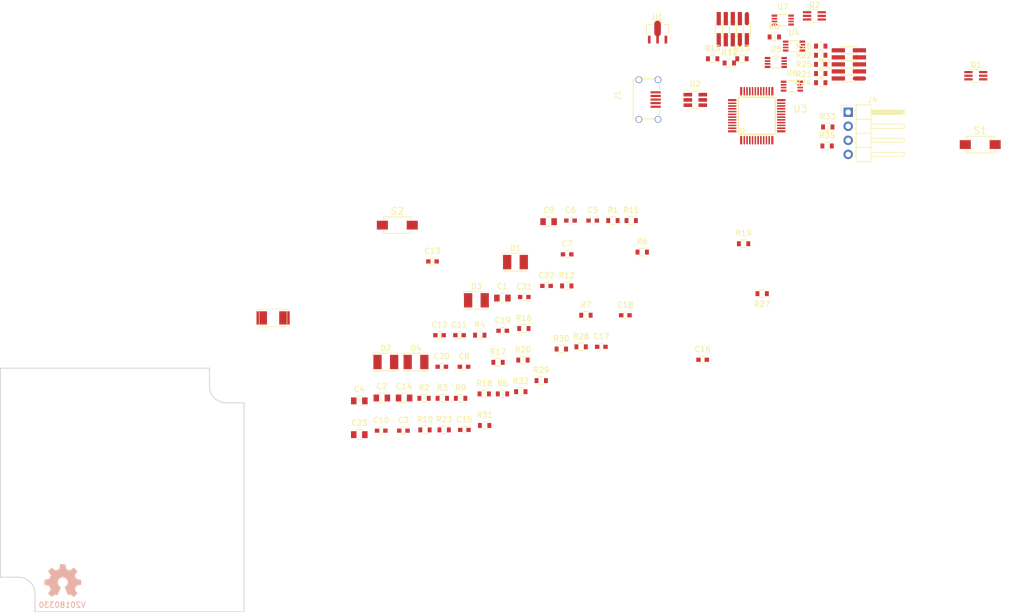
<source format=kicad_pcb>
(kicad_pcb (version 4) (host pcbnew 4.0.7-e2-6376~61~ubuntu18.04.1)

  (general
    (links 187)
    (no_connects 187)
    (area 14.147999 84.682 199.190187 197.252)
    (thickness 1.6)
    (drawings 10)
    (tracks 0)
    (zones 0)
    (modules 81)
    (nets 76)
  )

  (page A4)
  (layers
    (0 F.Cu signal)
    (1 In1.Cu signal)
    (2 In2.Cu signal)
    (31 B.Cu signal)
    (32 B.Adhes user)
    (33 F.Adhes user)
    (34 B.Paste user)
    (35 F.Paste user)
    (36 B.SilkS user)
    (37 F.SilkS user)
    (38 B.Mask user)
    (39 F.Mask user)
    (40 Dwgs.User user)
    (41 Cmts.User user)
    (42 Eco1.User user)
    (43 Eco2.User user)
    (44 Edge.Cuts user)
    (45 Margin user)
    (46 B.CrtYd user)
    (47 F.CrtYd user)
    (48 B.Fab user)
    (49 F.Fab user)
  )

  (setup
    (last_trace_width 0.127)
    (user_trace_width 0.127)
    (user_trace_width 0.2)
    (user_trace_width 0.3)
    (user_trace_width 0.4)
    (user_trace_width 0.6)
    (user_trace_width 1)
    (user_trace_width 1.5)
    (user_trace_width 2)
    (trace_clearance 0.127)
    (zone_clearance 0.508)
    (zone_45_only no)
    (trace_min 0.127)
    (segment_width 0.2)
    (edge_width 0.15)
    (via_size 0.381)
    (via_drill 0.254)
    (via_min_size 0.3556)
    (via_min_drill 0.254)
    (user_via 0.3556 0.254)
    (user_via 0.55 0.4)
    (user_via 0.75 0.6)
    (user_via 0.95 0.8)
    (user_via 1.3 1)
    (user_via 1.5 1.2)
    (user_via 1.7 1.4)
    (user_via 1.9 1.6)
    (uvia_size 0.381)
    (uvia_drill 0.254)
    (uvias_allowed no)
    (uvia_min_size 0.381)
    (uvia_min_drill 0.254)
    (pcb_text_width 0.3)
    (pcb_text_size 1.5 1.5)
    (mod_edge_width 0.15)
    (mod_text_size 1 1)
    (mod_text_width 0.15)
    (pad_size 1.524 1.524)
    (pad_drill 0.762)
    (pad_to_mask_clearance 0.2)
    (aux_axis_origin 0 0)
    (visible_elements FFFFFF7F)
    (pcbplotparams
      (layerselection 0x00030_80000001)
      (usegerberextensions false)
      (excludeedgelayer true)
      (linewidth 0.100000)
      (plotframeref false)
      (viasonmask false)
      (mode 1)
      (useauxorigin false)
      (hpglpennumber 1)
      (hpglpenspeed 20)
      (hpglpendiameter 15)
      (hpglpenoverlay 2)
      (psnegative false)
      (psa4output false)
      (plotreference true)
      (plotvalue true)
      (plotinvisibletext false)
      (padsonsilk false)
      (subtractmaskfromsilk false)
      (outputformat 1)
      (mirror false)
      (drillshape 1)
      (scaleselection 1)
      (outputdirectory ""))
  )

  (net 0 "")
  (net 1 +5V)
  (net 2 GND)
  (net 3 "Net-(C2-Pad2)")
  (net 4 +3V3)
  (net 5 VDDA)
  (net 6 GNDA)
  (net 7 /TARGET_PWR_SENSE)
  (net 8 "Net-(C12-Pad1)")
  (net 9 "Net-(C13-Pad1)")
  (net 10 /PROBE_VDD)
  (net 11 "Net-(D1-Pad2)")
  (net 12 "Net-(D2-Pad2)")
  (net 13 "Net-(D3-Pad2)")
  (net 14 "Net-(D4-Pad2)")
  (net 15 "Net-(J1-Pad4)")
  (net 16 "Net-(J1-Pad3)")
  (net 17 "Net-(J1-Pad2)")
  (net 18 "Net-(J1-Pad1)")
  (net 19 "Net-(J2-Pad1)")
  (net 20 "Net-(J2-Pad2)")
  (net 21 "Net-(J2-Pad4)")
  (net 22 "Net-(J2-Pad6)")
  (net 23 "Net-(J2-Pad7)")
  (net 24 "Net-(J2-Pad8)")
  (net 25 "Net-(J2-Pad10)")
  (net 26 "Net-(J3-Pad2)")
  (net 27 "Net-(J3-Pad4)")
  (net 28 "Net-(J3-Pad6)")
  (net 29 "Net-(J3-Pad7)")
  (net 30 "Net-(J3-Pad8)")
  (net 31 "Net-(J3-Pad10)")
  (net 32 "Net-(J4-Pad2)")
  (net 33 "Net-(J4-Pad3)")
  (net 34 /PROBE_I_RST)
  (net 35 /PROBE_I_RST_SEN)
  (net 36 /PROBE_E_RST)
  (net 37 "Net-(Q2-Pad1)")
  (net 38 /TARGET_PWR_EN)
  (net 39 /BUTTON)
  (net 40 /USB_V)
  (net 41 /MCU_TCK)
  (net 42 /MCU_TDI)
  (net 43 /MCU_TMS)
  (net 44 /MCU_TDO)
  (net 45 /MCU_RST)
  (net 46 /USB_PU)
  (net 47 /USB_D+)
  (net 48 "Net-(R17-Pad2)")
  (net 49 /PROBE_E_VDD)
  (net 50 /PROBE_E_TCK)
  (net 51 /PROBE_E_TDI)
  (net 52 /PROBE_E_TMS)
  (net 53 /PROBE_E_TDO)
  (net 54 /LED0)
  (net 55 /LED1)
  (net 56 /LED2)
  (net 57 /PROBE_E_TX)
  (net 58 /PROBE_E_RX)
  (net 59 /USB_D-)
  (net 60 "Net-(U3-Pad2)")
  (net 61 "Net-(U3-Pad3)")
  (net 62 "Net-(U3-Pad4)")
  (net 63 "Net-(U3-Pad10)")
  (net 64 /PROBE_TMS_DIR)
  (net 65 /PROBE_I_TMS)
  (net 66 /PROBE_I_TCK)
  (net 67 /PROBE_I_TDO)
  (net 68 "Net-(U3-Pad27)")
  (net 69 "Net-(U3-Pad28)")
  (net 70 /PROBE_I_RX)
  (net 71 /PROBE_I_TX)
  (net 72 "Net-(U3-Pad43)")
  (net 73 "Net-(U3-Pad45)")
  (net 74 "Net-(U3-Pad46)")
  (net 75 /PROBE_I_TDI)

  (net_class Default "This is the default net class."
    (clearance 0.127)
    (trace_width 0.127)
    (via_dia 0.381)
    (via_drill 0.254)
    (uvia_dia 0.381)
    (uvia_drill 0.254)
    (add_net +3V3)
    (add_net +5V)
    (add_net /BUTTON)
    (add_net /LED0)
    (add_net /LED1)
    (add_net /LED2)
    (add_net /MCU_RST)
    (add_net /MCU_TCK)
    (add_net /MCU_TDI)
    (add_net /MCU_TDO)
    (add_net /MCU_TMS)
    (add_net /PROBE_E_RST)
    (add_net /PROBE_E_RX)
    (add_net /PROBE_E_TCK)
    (add_net /PROBE_E_TDI)
    (add_net /PROBE_E_TDO)
    (add_net /PROBE_E_TMS)
    (add_net /PROBE_E_TX)
    (add_net /PROBE_E_VDD)
    (add_net /PROBE_I_RST)
    (add_net /PROBE_I_RST_SEN)
    (add_net /PROBE_I_RX)
    (add_net /PROBE_I_TCK)
    (add_net /PROBE_I_TDI)
    (add_net /PROBE_I_TDO)
    (add_net /PROBE_I_TMS)
    (add_net /PROBE_I_TX)
    (add_net /PROBE_TMS_DIR)
    (add_net /PROBE_VDD)
    (add_net /TARGET_PWR_EN)
    (add_net /TARGET_PWR_SENSE)
    (add_net /USB_D+)
    (add_net /USB_D-)
    (add_net /USB_PU)
    (add_net /USB_V)
    (add_net GND)
    (add_net GNDA)
    (add_net "Net-(C12-Pad1)")
    (add_net "Net-(C13-Pad1)")
    (add_net "Net-(C2-Pad2)")
    (add_net "Net-(D1-Pad2)")
    (add_net "Net-(D2-Pad2)")
    (add_net "Net-(D3-Pad2)")
    (add_net "Net-(D4-Pad2)")
    (add_net "Net-(J1-Pad1)")
    (add_net "Net-(J1-Pad2)")
    (add_net "Net-(J1-Pad3)")
    (add_net "Net-(J1-Pad4)")
    (add_net "Net-(J2-Pad1)")
    (add_net "Net-(J2-Pad10)")
    (add_net "Net-(J2-Pad2)")
    (add_net "Net-(J2-Pad4)")
    (add_net "Net-(J2-Pad6)")
    (add_net "Net-(J2-Pad7)")
    (add_net "Net-(J2-Pad8)")
    (add_net "Net-(J3-Pad10)")
    (add_net "Net-(J3-Pad2)")
    (add_net "Net-(J3-Pad4)")
    (add_net "Net-(J3-Pad6)")
    (add_net "Net-(J3-Pad7)")
    (add_net "Net-(J3-Pad8)")
    (add_net "Net-(J4-Pad2)")
    (add_net "Net-(J4-Pad3)")
    (add_net "Net-(Q2-Pad1)")
    (add_net "Net-(R17-Pad2)")
    (add_net "Net-(U3-Pad10)")
    (add_net "Net-(U3-Pad2)")
    (add_net "Net-(U3-Pad27)")
    (add_net "Net-(U3-Pad28)")
    (add_net "Net-(U3-Pad3)")
    (add_net "Net-(U3-Pad4)")
    (add_net "Net-(U3-Pad43)")
    (add_net "Net-(U3-Pad45)")
    (add_net "Net-(U3-Pad46)")
    (add_net VDDA)
  )

  (module Symbols:OSHW-Symbol_6.7x6mm_SilkScreen (layer B.Cu) (tedit 0) (tstamp 5A135134)
    (at 25.57 189.62 180)
    (descr "Open Source Hardware Symbol")
    (tags "Logo Symbol OSHW")
    (path /5A135869)
    (attr virtual)
    (fp_text reference N1 (at 0 0 180) (layer B.SilkS) hide
      (effects (font (size 1 1) (thickness 0.15)) (justify mirror))
    )
    (fp_text value OHWLOGO (at 0.75 0 180) (layer B.Fab) hide
      (effects (font (size 1 1) (thickness 0.15)) (justify mirror))
    )
    (fp_poly (pts (xy 0.555814 2.531069) (xy 0.639635 2.086445) (xy 0.94892 1.958947) (xy 1.258206 1.831449)
      (xy 1.629246 2.083754) (xy 1.733157 2.154004) (xy 1.827087 2.216728) (xy 1.906652 2.269062)
      (xy 1.96747 2.308143) (xy 2.005157 2.331107) (xy 2.015421 2.336058) (xy 2.03391 2.323324)
      (xy 2.07342 2.288118) (xy 2.129522 2.234938) (xy 2.197787 2.168282) (xy 2.273786 2.092646)
      (xy 2.353092 2.012528) (xy 2.431275 1.932426) (xy 2.503907 1.856836) (xy 2.566559 1.790255)
      (xy 2.614803 1.737182) (xy 2.64421 1.702113) (xy 2.651241 1.690377) (xy 2.641123 1.66874)
      (xy 2.612759 1.621338) (xy 2.569129 1.552807) (xy 2.513218 1.467785) (xy 2.448006 1.370907)
      (xy 2.410219 1.31565) (xy 2.341343 1.214752) (xy 2.28014 1.123701) (xy 2.229578 1.04703)
      (xy 2.192628 0.989272) (xy 2.172258 0.954957) (xy 2.169197 0.947746) (xy 2.176136 0.927252)
      (xy 2.195051 0.879487) (xy 2.223087 0.811168) (xy 2.257391 0.729011) (xy 2.295109 0.63973)
      (xy 2.333387 0.550042) (xy 2.36937 0.466662) (xy 2.400206 0.396306) (xy 2.423039 0.34569)
      (xy 2.435017 0.321529) (xy 2.435724 0.320578) (xy 2.454531 0.315964) (xy 2.504618 0.305672)
      (xy 2.580793 0.290713) (xy 2.677865 0.272099) (xy 2.790643 0.250841) (xy 2.856442 0.238582)
      (xy 2.97695 0.215638) (xy 3.085797 0.193805) (xy 3.177476 0.174278) (xy 3.246481 0.158252)
      (xy 3.287304 0.146921) (xy 3.295511 0.143326) (xy 3.303548 0.118994) (xy 3.310033 0.064041)
      (xy 3.31497 -0.015108) (xy 3.318364 -0.112026) (xy 3.320218 -0.220287) (xy 3.320538 -0.333465)
      (xy 3.319327 -0.445135) (xy 3.31659 -0.548868) (xy 3.312331 -0.638241) (xy 3.306555 -0.706826)
      (xy 3.299267 -0.748197) (xy 3.294895 -0.75681) (xy 3.268764 -0.767133) (xy 3.213393 -0.781892)
      (xy 3.136107 -0.799352) (xy 3.04423 -0.81778) (xy 3.012158 -0.823741) (xy 2.857524 -0.852066)
      (xy 2.735375 -0.874876) (xy 2.641673 -0.89308) (xy 2.572384 -0.907583) (xy 2.523471 -0.919292)
      (xy 2.490897 -0.929115) (xy 2.470628 -0.937956) (xy 2.458626 -0.946724) (xy 2.456947 -0.948457)
      (xy 2.440184 -0.976371) (xy 2.414614 -1.030695) (xy 2.382788 -1.104777) (xy 2.34726 -1.191965)
      (xy 2.310583 -1.285608) (xy 2.275311 -1.379052) (xy 2.243996 -1.465647) (xy 2.219193 -1.53874)
      (xy 2.203454 -1.591678) (xy 2.199332 -1.617811) (xy 2.199676 -1.618726) (xy 2.213641 -1.640086)
      (xy 2.245322 -1.687084) (xy 2.291391 -1.754827) (xy 2.348518 -1.838423) (xy 2.413373 -1.932982)
      (xy 2.431843 -1.959854) (xy 2.497699 -2.057275) (xy 2.55565 -2.146163) (xy 2.602538 -2.221412)
      (xy 2.635207 -2.27792) (xy 2.6505 -2.310581) (xy 2.651241 -2.314593) (xy 2.638392 -2.335684)
      (xy 2.602888 -2.377464) (xy 2.549293 -2.435445) (xy 2.482171 -2.505135) (xy 2.406087 -2.582045)
      (xy 2.325604 -2.661683) (xy 2.245287 -2.739561) (xy 2.169699 -2.811186) (xy 2.103405 -2.87207)
      (xy 2.050969 -2.917721) (xy 2.016955 -2.94365) (xy 2.007545 -2.947883) (xy 1.985643 -2.937912)
      (xy 1.9408 -2.91102) (xy 1.880321 -2.871736) (xy 1.833789 -2.840117) (xy 1.749475 -2.782098)
      (xy 1.649626 -2.713784) (xy 1.549473 -2.645579) (xy 1.495627 -2.609075) (xy 1.313371 -2.4858)
      (xy 1.160381 -2.56852) (xy 1.090682 -2.604759) (xy 1.031414 -2.632926) (xy 0.991311 -2.648991)
      (xy 0.981103 -2.651226) (xy 0.968829 -2.634722) (xy 0.944613 -2.588082) (xy 0.910263 -2.515609)
      (xy 0.867588 -2.421606) (xy 0.818394 -2.310374) (xy 0.76449 -2.186215) (xy 0.707684 -2.053432)
      (xy 0.649782 -1.916327) (xy 0.592593 -1.779202) (xy 0.537924 -1.646358) (xy 0.487584 -1.522098)
      (xy 0.44338 -1.410725) (xy 0.407119 -1.316539) (xy 0.380609 -1.243844) (xy 0.365658 -1.196941)
      (xy 0.363254 -1.180833) (xy 0.382311 -1.160286) (xy 0.424036 -1.126933) (xy 0.479706 -1.087702)
      (xy 0.484378 -1.084599) (xy 0.628264 -0.969423) (xy 0.744283 -0.835053) (xy 0.83143 -0.685784)
      (xy 0.888699 -0.525913) (xy 0.915086 -0.359737) (xy 0.909585 -0.191552) (xy 0.87119 -0.025655)
      (xy 0.798895 0.133658) (xy 0.777626 0.168513) (xy 0.666996 0.309263) (xy 0.536302 0.422286)
      (xy 0.390064 0.506997) (xy 0.232808 0.562806) (xy 0.069057 0.589126) (xy -0.096667 0.58537)
      (xy -0.259838 0.55095) (xy -0.415935 0.485277) (xy -0.560433 0.387765) (xy -0.605131 0.348187)
      (xy -0.718888 0.224297) (xy -0.801782 0.093876) (xy -0.858644 -0.052315) (xy -0.890313 -0.197088)
      (xy -0.898131 -0.35986) (xy -0.872062 -0.52344) (xy -0.814755 -0.682298) (xy -0.728856 -0.830906)
      (xy -0.617014 -0.963735) (xy -0.481877 -1.075256) (xy -0.464117 -1.087011) (xy -0.40785 -1.125508)
      (xy -0.365077 -1.158863) (xy -0.344628 -1.18016) (xy -0.344331 -1.180833) (xy -0.348721 -1.203871)
      (xy -0.366124 -1.256157) (xy -0.394732 -1.33339) (xy -0.432735 -1.431268) (xy -0.478326 -1.545491)
      (xy -0.529697 -1.671758) (xy -0.585038 -1.805767) (xy -0.642542 -1.943218) (xy -0.700399 -2.079808)
      (xy -0.756802 -2.211237) (xy -0.809942 -2.333205) (xy -0.85801 -2.441409) (xy -0.899199 -2.531549)
      (xy -0.931699 -2.599323) (xy -0.953703 -2.64043) (xy -0.962564 -2.651226) (xy -0.98964 -2.642819)
      (xy -1.040303 -2.620272) (xy -1.105817 -2.587613) (xy -1.141841 -2.56852) (xy -1.294832 -2.4858)
      (xy -1.477088 -2.609075) (xy -1.570125 -2.672228) (xy -1.671985 -2.741727) (xy -1.767438 -2.807165)
      (xy -1.81525 -2.840117) (xy -1.882495 -2.885273) (xy -1.939436 -2.921057) (xy -1.978646 -2.942938)
      (xy -1.991381 -2.947563) (xy -2.009917 -2.935085) (xy -2.050941 -2.900252) (xy -2.110475 -2.846678)
      (xy -2.184542 -2.777983) (xy -2.269165 -2.697781) (xy -2.322685 -2.646286) (xy -2.416319 -2.554286)
      (xy -2.497241 -2.471999) (xy -2.562177 -2.402945) (xy -2.607858 -2.350644) (xy -2.631011 -2.318616)
      (xy -2.633232 -2.312116) (xy -2.622924 -2.287394) (xy -2.594439 -2.237405) (xy -2.550937 -2.167212)
      (xy -2.495577 -2.081875) (xy -2.43152 -1.986456) (xy -2.413303 -1.959854) (xy -2.346927 -1.863167)
      (xy -2.287378 -1.776117) (xy -2.237984 -1.703595) (xy -2.202075 -1.650493) (xy -2.182981 -1.621703)
      (xy -2.181136 -1.618726) (xy -2.183895 -1.595782) (xy -2.198538 -1.545336) (xy -2.222513 -1.474041)
      (xy -2.253266 -1.388547) (xy -2.288244 -1.295507) (xy -2.324893 -1.201574) (xy -2.360661 -1.113399)
      (xy -2.392994 -1.037634) (xy -2.419338 -0.980931) (xy -2.437142 -0.949943) (xy -2.438407 -0.948457)
      (xy -2.449294 -0.939601) (xy -2.467682 -0.930843) (xy -2.497606 -0.921277) (xy -2.543103 -0.909996)
      (xy -2.608209 -0.896093) (xy -2.696961 -0.878663) (xy -2.813393 -0.856798) (xy -2.961542 -0.829591)
      (xy -2.993618 -0.823741) (xy -3.088686 -0.805374) (xy -3.171565 -0.787405) (xy -3.23493 -0.771569)
      (xy -3.271458 -0.7596) (xy -3.276356 -0.75681) (xy -3.284427 -0.732072) (xy -3.290987 -0.67679)
      (xy -3.296033 -0.597389) (xy -3.299559 -0.500296) (xy -3.301561 -0.391938) (xy -3.302036 -0.27874)
      (xy -3.300977 -0.167128) (xy -3.298382 -0.063529) (xy -3.294246 0.025632) (xy -3.288563 0.093928)
      (xy -3.281331 0.134934) (xy -3.276971 0.143326) (xy -3.252698 0.151792) (xy -3.197426 0.165565)
      (xy -3.116662 0.18345) (xy -3.015912 0.204252) (xy -2.900683 0.226777) (xy -2.837902 0.238582)
      (xy -2.718787 0.260849) (xy -2.612565 0.281021) (xy -2.524427 0.298085) (xy -2.459566 0.311031)
      (xy -2.423174 0.318845) (xy -2.417184 0.320578) (xy -2.407061 0.34011) (xy -2.385662 0.387157)
      (xy -2.355839 0.454997) (xy -2.320445 0.536909) (xy -2.282332 0.626172) (xy -2.244353 0.716065)
      (xy -2.20936 0.799865) (xy -2.180206 0.870853) (xy -2.159743 0.922306) (xy -2.150823 0.947503)
      (xy -2.150657 0.948604) (xy -2.160769 0.968481) (xy -2.189117 1.014223) (xy -2.232723 1.081283)
      (xy -2.288606 1.165116) (xy -2.353787 1.261174) (xy -2.391679 1.31635) (xy -2.460725 1.417519)
      (xy -2.52205 1.50937) (xy -2.572663 1.587256) (xy -2.609571 1.646531) (xy -2.629782 1.682549)
      (xy -2.632701 1.690623) (xy -2.620153 1.709416) (xy -2.585463 1.749543) (xy -2.533063 1.806507)
      (xy -2.467384 1.875815) (xy -2.392856 1.952969) (xy -2.313913 2.033475) (xy -2.234983 2.112837)
      (xy -2.1605 2.18656) (xy -2.094894 2.250148) (xy -2.042596 2.299106) (xy -2.008039 2.328939)
      (xy -1.996478 2.336058) (xy -1.977654 2.326047) (xy -1.932631 2.297922) (xy -1.865787 2.254546)
      (xy -1.781499 2.198782) (xy -1.684144 2.133494) (xy -1.610707 2.083754) (xy -1.239667 1.831449)
      (xy -0.621095 2.086445) (xy -0.537275 2.531069) (xy -0.453454 2.975693) (xy 0.471994 2.975693)
      (xy 0.555814 2.531069)) (layer B.SilkS) (width 0.01))
  )

  (module SquantorLabels:Label_version (layer F.Cu) (tedit 59D3ED5E) (tstamp 5A135138)
    (at 56.181095 160.795)
    (path /5A1357A5)
    (fp_text reference N2 (at 0 2) (layer F.Fab) hide
      (effects (font (size 1 1) (thickness 0.15)))
    )
    (fp_text value V20180330 (at -30.721095 33.205) (layer B.SilkS)
      (effects (font (size 1 1) (thickness 0.15)) (justify mirror))
    )
  )

  (module SquantorPcbOutline:MountingHole_2.5mm_no_metal locked (layer F.Cu) (tedit 5B1D0196) (tstamp 5B1D07E7)
    (at 23.8 154)
    (path /5A135980)
    (fp_text reference H1 (at 0 -3) (layer F.SilkS) hide
      (effects (font (size 1 1) (thickness 0.15)))
    )
    (fp_text value Drill_Hole_no_metal (at 0 3) (layer F.Fab) hide
      (effects (font (size 1 1) (thickness 0.15)))
    )
    (pad "" np_thru_hole circle (at 0 0) (size 2.5 2.5) (drill 2.5) (layers *.Cu *.Mask))
  )

  (module SquantorPcbOutline:MountingHole_2.5mm_no_metal locked (layer F.Cu) (tedit 5B1D018E) (tstamp 5B1D07EC)
    (at 48.8 192.5)
    (path /5A1359C7)
    (fp_text reference H2 (at 0 -3) (layer F.SilkS) hide
      (effects (font (size 1 1) (thickness 0.15)))
    )
    (fp_text value Drill_Hole_no_metal (at 0 3) (layer F.Fab) hide
      (effects (font (size 1 1) (thickness 0.15)))
    )
    (pad "" np_thru_hole circle (at 0 0) (size 2.5 2.5) (drill 2.5) (layers *.Cu *.Mask))
  )

  (module SquantorRcl:C_0805 (layer F.Cu) (tedit 5415D6EA) (tstamp 5B2C1BD2)
    (at 104.948001 138.595)
    (descr "Capacitor SMD 0805, reflow soldering, AVX (see smccp.pdf)")
    (tags "capacitor 0805")
    (path /5ABDD0E1)
    (attr smd)
    (fp_text reference C1 (at 0 -2.1) (layer F.SilkS)
      (effects (font (size 1 1) (thickness 0.15)))
    )
    (fp_text value 2.2u (at 0 2.1) (layer F.Fab)
      (effects (font (size 1 1) (thickness 0.15)))
    )
    (fp_line (start -1 0.625) (end -1 -0.625) (layer F.Fab) (width 0.15))
    (fp_line (start 1 0.625) (end -1 0.625) (layer F.Fab) (width 0.15))
    (fp_line (start 1 -0.625) (end 1 0.625) (layer F.Fab) (width 0.15))
    (fp_line (start -1 -0.625) (end 1 -0.625) (layer F.Fab) (width 0.15))
    (fp_line (start -1.8 -1) (end 1.8 -1) (layer F.CrtYd) (width 0.05))
    (fp_line (start -1.8 1) (end 1.8 1) (layer F.CrtYd) (width 0.05))
    (fp_line (start -1.8 -1) (end -1.8 1) (layer F.CrtYd) (width 0.05))
    (fp_line (start 1.8 -1) (end 1.8 1) (layer F.CrtYd) (width 0.05))
    (fp_line (start 0.5 -0.85) (end -0.5 -0.85) (layer F.SilkS) (width 0.15))
    (fp_line (start -0.5 0.85) (end 0.5 0.85) (layer F.SilkS) (width 0.15))
    (pad 1 smd rect (at -1 0) (size 1 1.25) (layers F.Cu F.Paste F.Mask)
      (net 1 +5V))
    (pad 2 smd rect (at 1 0) (size 1 1.25) (layers F.Cu F.Paste F.Mask)
      (net 2 GND))
    (model Capacitors_SMD.3dshapes/C_0805.wrl
      (at (xyz 0 0 0))
      (scale (xyz 1 1 1))
      (rotate (xyz 0 0 0))
    )
  )

  (module SquantorRcl:C_0805 (layer F.Cu) (tedit 5415D6EA) (tstamp 5B2C1BD8)
    (at 83.175381 156.635)
    (descr "Capacitor SMD 0805, reflow soldering, AVX (see smccp.pdf)")
    (tags "capacitor 0805")
    (path /5ABDC964)
    (attr smd)
    (fp_text reference C2 (at 0 -2.1) (layer F.SilkS)
      (effects (font (size 1 1) (thickness 0.15)))
    )
    (fp_text value 100N (at 0 2.1) (layer F.Fab)
      (effects (font (size 1 1) (thickness 0.15)))
    )
    (fp_line (start -1 0.625) (end -1 -0.625) (layer F.Fab) (width 0.15))
    (fp_line (start 1 0.625) (end -1 0.625) (layer F.Fab) (width 0.15))
    (fp_line (start 1 -0.625) (end 1 0.625) (layer F.Fab) (width 0.15))
    (fp_line (start -1 -0.625) (end 1 -0.625) (layer F.Fab) (width 0.15))
    (fp_line (start -1.8 -1) (end 1.8 -1) (layer F.CrtYd) (width 0.05))
    (fp_line (start -1.8 1) (end 1.8 1) (layer F.CrtYd) (width 0.05))
    (fp_line (start -1.8 -1) (end -1.8 1) (layer F.CrtYd) (width 0.05))
    (fp_line (start 1.8 -1) (end 1.8 1) (layer F.CrtYd) (width 0.05))
    (fp_line (start 0.5 -0.85) (end -0.5 -0.85) (layer F.SilkS) (width 0.15))
    (fp_line (start -0.5 0.85) (end 0.5 0.85) (layer F.SilkS) (width 0.15))
    (pad 1 smd rect (at -1 0) (size 1 1.25) (layers F.Cu F.Paste F.Mask)
      (net 2 GND))
    (pad 2 smd rect (at 1 0) (size 1 1.25) (layers F.Cu F.Paste F.Mask)
      (net 3 "Net-(C2-Pad2)"))
    (model Capacitors_SMD.3dshapes/C_0805.wrl
      (at (xyz 0 0 0))
      (scale (xyz 1 1 1))
      (rotate (xyz 0 0 0))
    )
  )

  (module SquantorRcl:C_0603 (layer F.Cu) (tedit 5415D631) (tstamp 5B2C1BDE)
    (at 87.073952 162.535)
    (descr "Capacitor SMD 0603, reflow soldering, AVX (see smccp.pdf)")
    (tags "capacitor 0603")
    (path /5ABDED68)
    (attr smd)
    (fp_text reference C3 (at 0 -1.9) (layer F.SilkS)
      (effects (font (size 1 1) (thickness 0.15)))
    )
    (fp_text value 100n (at 0 1.9) (layer F.Fab)
      (effects (font (size 1 1) (thickness 0.15)))
    )
    (fp_line (start -0.8 0.4) (end -0.8 -0.4) (layer F.Fab) (width 0.15))
    (fp_line (start 0.8 0.4) (end -0.8 0.4) (layer F.Fab) (width 0.15))
    (fp_line (start 0.8 -0.4) (end 0.8 0.4) (layer F.Fab) (width 0.15))
    (fp_line (start -0.8 -0.4) (end 0.8 -0.4) (layer F.Fab) (width 0.15))
    (fp_line (start -1.45 -0.75) (end 1.45 -0.75) (layer F.CrtYd) (width 0.05))
    (fp_line (start -1.45 0.75) (end 1.45 0.75) (layer F.CrtYd) (width 0.05))
    (fp_line (start -1.45 -0.75) (end -1.45 0.75) (layer F.CrtYd) (width 0.05))
    (fp_line (start 1.45 -0.75) (end 1.45 0.75) (layer F.CrtYd) (width 0.05))
    (fp_line (start -0.35 -0.6) (end 0.35 -0.6) (layer F.SilkS) (width 0.15))
    (fp_line (start 0.35 0.6) (end -0.35 0.6) (layer F.SilkS) (width 0.15))
    (pad 1 smd rect (at -0.75 0) (size 0.8 0.75) (layers F.Cu F.Paste F.Mask)
      (net 1 +5V))
    (pad 2 smd rect (at 0.75 0) (size 0.8 0.75) (layers F.Cu F.Paste F.Mask)
      (net 2 GND))
    (model Capacitors_SMD.3dshapes/C_0603.wrl
      (at (xyz 0 0 0))
      (scale (xyz 1 1 1))
      (rotate (xyz 0 0 0))
    )
  )

  (module SquantorRcl:C_0805 (layer F.Cu) (tedit 5415D6EA) (tstamp 5B2C1BE4)
    (at 79.108001 157.155)
    (descr "Capacitor SMD 0805, reflow soldering, AVX (see smccp.pdf)")
    (tags "capacitor 0805")
    (path /5ABDEDAB)
    (attr smd)
    (fp_text reference C4 (at 0 -2.1) (layer F.SilkS)
      (effects (font (size 1 1) (thickness 0.15)))
    )
    (fp_text value 10u (at 0 2.1) (layer F.Fab)
      (effects (font (size 1 1) (thickness 0.15)))
    )
    (fp_line (start -1 0.625) (end -1 -0.625) (layer F.Fab) (width 0.15))
    (fp_line (start 1 0.625) (end -1 0.625) (layer F.Fab) (width 0.15))
    (fp_line (start 1 -0.625) (end 1 0.625) (layer F.Fab) (width 0.15))
    (fp_line (start -1 -0.625) (end 1 -0.625) (layer F.Fab) (width 0.15))
    (fp_line (start -1.8 -1) (end 1.8 -1) (layer F.CrtYd) (width 0.05))
    (fp_line (start -1.8 1) (end 1.8 1) (layer F.CrtYd) (width 0.05))
    (fp_line (start -1.8 -1) (end -1.8 1) (layer F.CrtYd) (width 0.05))
    (fp_line (start 1.8 -1) (end 1.8 1) (layer F.CrtYd) (width 0.05))
    (fp_line (start 0.5 -0.85) (end -0.5 -0.85) (layer F.SilkS) (width 0.15))
    (fp_line (start -0.5 0.85) (end 0.5 0.85) (layer F.SilkS) (width 0.15))
    (pad 1 smd rect (at -1 0) (size 1 1.25) (layers F.Cu F.Paste F.Mask)
      (net 4 +3V3))
    (pad 2 smd rect (at 1 0) (size 1 1.25) (layers F.Cu F.Paste F.Mask)
      (net 2 GND))
    (model Capacitors_SMD.3dshapes/C_0805.wrl
      (at (xyz 0 0 0))
      (scale (xyz 1 1 1))
      (rotate (xyz 0 0 0))
    )
  )

  (module SquantorRcl:C_0603 (layer F.Cu) (tedit 5415D631) (tstamp 5B2C1BEA)
    (at 121.253952 124.595)
    (descr "Capacitor SMD 0603, reflow soldering, AVX (see smccp.pdf)")
    (tags "capacitor 0603")
    (path /5AD51D57)
    (attr smd)
    (fp_text reference C5 (at 0 -1.9) (layer F.SilkS)
      (effects (font (size 1 1) (thickness 0.15)))
    )
    (fp_text value 100n (at 0 1.9) (layer F.Fab)
      (effects (font (size 1 1) (thickness 0.15)))
    )
    (fp_line (start -0.8 0.4) (end -0.8 -0.4) (layer F.Fab) (width 0.15))
    (fp_line (start 0.8 0.4) (end -0.8 0.4) (layer F.Fab) (width 0.15))
    (fp_line (start 0.8 -0.4) (end 0.8 0.4) (layer F.Fab) (width 0.15))
    (fp_line (start -0.8 -0.4) (end 0.8 -0.4) (layer F.Fab) (width 0.15))
    (fp_line (start -1.45 -0.75) (end 1.45 -0.75) (layer F.CrtYd) (width 0.05))
    (fp_line (start -1.45 0.75) (end 1.45 0.75) (layer F.CrtYd) (width 0.05))
    (fp_line (start -1.45 -0.75) (end -1.45 0.75) (layer F.CrtYd) (width 0.05))
    (fp_line (start 1.45 -0.75) (end 1.45 0.75) (layer F.CrtYd) (width 0.05))
    (fp_line (start -0.35 -0.6) (end 0.35 -0.6) (layer F.SilkS) (width 0.15))
    (fp_line (start 0.35 0.6) (end -0.35 0.6) (layer F.SilkS) (width 0.15))
    (pad 1 smd rect (at -0.75 0) (size 0.8 0.75) (layers F.Cu F.Paste F.Mask)
      (net 4 +3V3))
    (pad 2 smd rect (at 0.75 0) (size 0.8 0.75) (layers F.Cu F.Paste F.Mask)
      (net 2 GND))
    (model Capacitors_SMD.3dshapes/C_0603.wrl
      (at (xyz 0 0 0))
      (scale (xyz 1 1 1))
      (rotate (xyz 0 0 0))
    )
  )

  (module SquantorRcl:C_0603 (layer F.Cu) (tedit 5415D631) (tstamp 5B2C1BF0)
    (at 117.243952 124.595)
    (descr "Capacitor SMD 0603, reflow soldering, AVX (see smccp.pdf)")
    (tags "capacitor 0603")
    (path /5AD520A8)
    (attr smd)
    (fp_text reference C6 (at 0 -1.9) (layer F.SilkS)
      (effects (font (size 1 1) (thickness 0.15)))
    )
    (fp_text value 100n (at 0 1.9) (layer F.Fab)
      (effects (font (size 1 1) (thickness 0.15)))
    )
    (fp_line (start -0.8 0.4) (end -0.8 -0.4) (layer F.Fab) (width 0.15))
    (fp_line (start 0.8 0.4) (end -0.8 0.4) (layer F.Fab) (width 0.15))
    (fp_line (start 0.8 -0.4) (end 0.8 0.4) (layer F.Fab) (width 0.15))
    (fp_line (start -0.8 -0.4) (end 0.8 -0.4) (layer F.Fab) (width 0.15))
    (fp_line (start -1.45 -0.75) (end 1.45 -0.75) (layer F.CrtYd) (width 0.05))
    (fp_line (start -1.45 0.75) (end 1.45 0.75) (layer F.CrtYd) (width 0.05))
    (fp_line (start -1.45 -0.75) (end -1.45 0.75) (layer F.CrtYd) (width 0.05))
    (fp_line (start 1.45 -0.75) (end 1.45 0.75) (layer F.CrtYd) (width 0.05))
    (fp_line (start -0.35 -0.6) (end 0.35 -0.6) (layer F.SilkS) (width 0.15))
    (fp_line (start 0.35 0.6) (end -0.35 0.6) (layer F.SilkS) (width 0.15))
    (pad 1 smd rect (at -0.75 0) (size 0.8 0.75) (layers F.Cu F.Paste F.Mask)
      (net 4 +3V3))
    (pad 2 smd rect (at 0.75 0) (size 0.8 0.75) (layers F.Cu F.Paste F.Mask)
      (net 2 GND))
    (model Capacitors_SMD.3dshapes/C_0603.wrl
      (at (xyz 0 0 0))
      (scale (xyz 1 1 1))
      (rotate (xyz 0 0 0))
    )
  )

  (module SquantorRcl:C_0603 (layer F.Cu) (tedit 5415D631) (tstamp 5B2C1BF6)
    (at 116.643952 130.695)
    (descr "Capacitor SMD 0603, reflow soldering, AVX (see smccp.pdf)")
    (tags "capacitor 0603")
    (path /5AD52180)
    (attr smd)
    (fp_text reference C7 (at 0 -1.9) (layer F.SilkS)
      (effects (font (size 1 1) (thickness 0.15)))
    )
    (fp_text value 100n (at 0 1.9) (layer F.Fab)
      (effects (font (size 1 1) (thickness 0.15)))
    )
    (fp_line (start -0.8 0.4) (end -0.8 -0.4) (layer F.Fab) (width 0.15))
    (fp_line (start 0.8 0.4) (end -0.8 0.4) (layer F.Fab) (width 0.15))
    (fp_line (start 0.8 -0.4) (end 0.8 0.4) (layer F.Fab) (width 0.15))
    (fp_line (start -0.8 -0.4) (end 0.8 -0.4) (layer F.Fab) (width 0.15))
    (fp_line (start -1.45 -0.75) (end 1.45 -0.75) (layer F.CrtYd) (width 0.05))
    (fp_line (start -1.45 0.75) (end 1.45 0.75) (layer F.CrtYd) (width 0.05))
    (fp_line (start -1.45 -0.75) (end -1.45 0.75) (layer F.CrtYd) (width 0.05))
    (fp_line (start 1.45 -0.75) (end 1.45 0.75) (layer F.CrtYd) (width 0.05))
    (fp_line (start -0.35 -0.6) (end 0.35 -0.6) (layer F.SilkS) (width 0.15))
    (fp_line (start 0.35 0.6) (end -0.35 0.6) (layer F.SilkS) (width 0.15))
    (pad 1 smd rect (at -0.75 0) (size 0.8 0.75) (layers F.Cu F.Paste F.Mask)
      (net 4 +3V3))
    (pad 2 smd rect (at 0.75 0) (size 0.8 0.75) (layers F.Cu F.Paste F.Mask)
      (net 2 GND))
    (model Capacitors_SMD.3dshapes/C_0603.wrl
      (at (xyz 0 0 0))
      (scale (xyz 1 1 1))
      (rotate (xyz 0 0 0))
    )
  )

  (module SquantorRcl:C_0603 (layer F.Cu) (tedit 5415D631) (tstamp 5B2C1BFC)
    (at 98.013952 150.995)
    (descr "Capacitor SMD 0603, reflow soldering, AVX (see smccp.pdf)")
    (tags "capacitor 0603")
    (path /5AD52635)
    (attr smd)
    (fp_text reference C8 (at 0 -1.9) (layer F.SilkS)
      (effects (font (size 1 1) (thickness 0.15)))
    )
    (fp_text value 100n (at 0 1.9) (layer F.Fab)
      (effects (font (size 1 1) (thickness 0.15)))
    )
    (fp_line (start -0.8 0.4) (end -0.8 -0.4) (layer F.Fab) (width 0.15))
    (fp_line (start 0.8 0.4) (end -0.8 0.4) (layer F.Fab) (width 0.15))
    (fp_line (start 0.8 -0.4) (end 0.8 0.4) (layer F.Fab) (width 0.15))
    (fp_line (start -0.8 -0.4) (end 0.8 -0.4) (layer F.Fab) (width 0.15))
    (fp_line (start -1.45 -0.75) (end 1.45 -0.75) (layer F.CrtYd) (width 0.05))
    (fp_line (start -1.45 0.75) (end 1.45 0.75) (layer F.CrtYd) (width 0.05))
    (fp_line (start -1.45 -0.75) (end -1.45 0.75) (layer F.CrtYd) (width 0.05))
    (fp_line (start 1.45 -0.75) (end 1.45 0.75) (layer F.CrtYd) (width 0.05))
    (fp_line (start -0.35 -0.6) (end 0.35 -0.6) (layer F.SilkS) (width 0.15))
    (fp_line (start 0.35 0.6) (end -0.35 0.6) (layer F.SilkS) (width 0.15))
    (pad 1 smd rect (at -0.75 0) (size 0.8 0.75) (layers F.Cu F.Paste F.Mask)
      (net 5 VDDA))
    (pad 2 smd rect (at 0.75 0) (size 0.8 0.75) (layers F.Cu F.Paste F.Mask)
      (net 6 GNDA))
    (model Capacitors_SMD.3dshapes/C_0603.wrl
      (at (xyz 0 0 0))
      (scale (xyz 1 1 1))
      (rotate (xyz 0 0 0))
    )
  )

  (module SquantorRcl:C_0805 (layer F.Cu) (tedit 5415D6EA) (tstamp 5B2C1C02)
    (at 113.288001 124.795)
    (descr "Capacitor SMD 0805, reflow soldering, AVX (see smccp.pdf)")
    (tags "capacitor 0805")
    (path /5AD53002)
    (attr smd)
    (fp_text reference C9 (at 0 -2.1) (layer F.SilkS)
      (effects (font (size 1 1) (thickness 0.15)))
    )
    (fp_text value 10u (at 0 2.1) (layer F.Fab)
      (effects (font (size 1 1) (thickness 0.15)))
    )
    (fp_line (start -1 0.625) (end -1 -0.625) (layer F.Fab) (width 0.15))
    (fp_line (start 1 0.625) (end -1 0.625) (layer F.Fab) (width 0.15))
    (fp_line (start 1 -0.625) (end 1 0.625) (layer F.Fab) (width 0.15))
    (fp_line (start -1 -0.625) (end 1 -0.625) (layer F.Fab) (width 0.15))
    (fp_line (start -1.8 -1) (end 1.8 -1) (layer F.CrtYd) (width 0.05))
    (fp_line (start -1.8 1) (end 1.8 1) (layer F.CrtYd) (width 0.05))
    (fp_line (start -1.8 -1) (end -1.8 1) (layer F.CrtYd) (width 0.05))
    (fp_line (start 1.8 -1) (end 1.8 1) (layer F.CrtYd) (width 0.05))
    (fp_line (start 0.5 -0.85) (end -0.5 -0.85) (layer F.SilkS) (width 0.15))
    (fp_line (start -0.5 0.85) (end 0.5 0.85) (layer F.SilkS) (width 0.15))
    (pad 1 smd rect (at -1 0) (size 1 1.25) (layers F.Cu F.Paste F.Mask)
      (net 5 VDDA))
    (pad 2 smd rect (at 1 0) (size 1 1.25) (layers F.Cu F.Paste F.Mask)
      (net 6 GNDA))
    (model Capacitors_SMD.3dshapes/C_0805.wrl
      (at (xyz 0 0 0))
      (scale (xyz 1 1 1))
      (rotate (xyz 0 0 0))
    )
  )

  (module SquantorRcl:C_0603 (layer F.Cu) (tedit 5415D631) (tstamp 5B2C1C08)
    (at 83.063952 162.535)
    (descr "Capacitor SMD 0603, reflow soldering, AVX (see smccp.pdf)")
    (tags "capacitor 0603")
    (path /5AC32A12)
    (attr smd)
    (fp_text reference C10 (at 0 -1.9) (layer F.SilkS)
      (effects (font (size 1 1) (thickness 0.15)))
    )
    (fp_text value 100n (at 0 1.9) (layer F.Fab)
      (effects (font (size 1 1) (thickness 0.15)))
    )
    (fp_line (start -0.8 0.4) (end -0.8 -0.4) (layer F.Fab) (width 0.15))
    (fp_line (start 0.8 0.4) (end -0.8 0.4) (layer F.Fab) (width 0.15))
    (fp_line (start 0.8 -0.4) (end 0.8 0.4) (layer F.Fab) (width 0.15))
    (fp_line (start -0.8 -0.4) (end 0.8 -0.4) (layer F.Fab) (width 0.15))
    (fp_line (start -1.45 -0.75) (end 1.45 -0.75) (layer F.CrtYd) (width 0.05))
    (fp_line (start -1.45 0.75) (end 1.45 0.75) (layer F.CrtYd) (width 0.05))
    (fp_line (start -1.45 -0.75) (end -1.45 0.75) (layer F.CrtYd) (width 0.05))
    (fp_line (start 1.45 -0.75) (end 1.45 0.75) (layer F.CrtYd) (width 0.05))
    (fp_line (start -0.35 -0.6) (end 0.35 -0.6) (layer F.SilkS) (width 0.15))
    (fp_line (start 0.35 0.6) (end -0.35 0.6) (layer F.SilkS) (width 0.15))
    (pad 1 smd rect (at -0.75 0) (size 0.8 0.75) (layers F.Cu F.Paste F.Mask)
      (net 1 +5V))
    (pad 2 smd rect (at 0.75 0) (size 0.8 0.75) (layers F.Cu F.Paste F.Mask)
      (net 2 GND))
    (model Capacitors_SMD.3dshapes/C_0603.wrl
      (at (xyz 0 0 0))
      (scale (xyz 1 1 1))
      (rotate (xyz 0 0 0))
    )
  )

  (module SquantorRcl:C_0603 (layer F.Cu) (tedit 5415D631) (tstamp 5B2C1C0E)
    (at 97.203952 145.295)
    (descr "Capacitor SMD 0603, reflow soldering, AVX (see smccp.pdf)")
    (tags "capacitor 0603")
    (path /5B225142)
    (attr smd)
    (fp_text reference C11 (at 0 -1.9) (layer F.SilkS)
      (effects (font (size 1 1) (thickness 0.15)))
    )
    (fp_text value 100n (at 0 1.9) (layer F.Fab)
      (effects (font (size 1 1) (thickness 0.15)))
    )
    (fp_line (start -0.8 0.4) (end -0.8 -0.4) (layer F.Fab) (width 0.15))
    (fp_line (start 0.8 0.4) (end -0.8 0.4) (layer F.Fab) (width 0.15))
    (fp_line (start 0.8 -0.4) (end 0.8 0.4) (layer F.Fab) (width 0.15))
    (fp_line (start -0.8 -0.4) (end 0.8 -0.4) (layer F.Fab) (width 0.15))
    (fp_line (start -1.45 -0.75) (end 1.45 -0.75) (layer F.CrtYd) (width 0.05))
    (fp_line (start -1.45 0.75) (end 1.45 0.75) (layer F.CrtYd) (width 0.05))
    (fp_line (start -1.45 -0.75) (end -1.45 0.75) (layer F.CrtYd) (width 0.05))
    (fp_line (start 1.45 -0.75) (end 1.45 0.75) (layer F.CrtYd) (width 0.05))
    (fp_line (start -0.35 -0.6) (end 0.35 -0.6) (layer F.SilkS) (width 0.15))
    (fp_line (start 0.35 0.6) (end -0.35 0.6) (layer F.SilkS) (width 0.15))
    (pad 1 smd rect (at -0.75 0) (size 0.8 0.75) (layers F.Cu F.Paste F.Mask)
      (net 2 GND))
    (pad 2 smd rect (at 0.75 0) (size 0.8 0.75) (layers F.Cu F.Paste F.Mask)
      (net 7 /TARGET_PWR_SENSE))
    (model Capacitors_SMD.3dshapes/C_0603.wrl
      (at (xyz 0 0 0))
      (scale (xyz 1 1 1))
      (rotate (xyz 0 0 0))
    )
  )

  (module SquantorRcl:C_0603 (layer F.Cu) (tedit 5415D631) (tstamp 5B2C1C14)
    (at 93.598001 145.295)
    (descr "Capacitor SMD 0603, reflow soldering, AVX (see smccp.pdf)")
    (tags "capacitor 0603")
    (path /5B21AC3E)
    (attr smd)
    (fp_text reference C12 (at 0 -1.9) (layer F.SilkS)
      (effects (font (size 1 1) (thickness 0.15)))
    )
    (fp_text value C (at 0 1.9) (layer F.Fab)
      (effects (font (size 1 1) (thickness 0.15)))
    )
    (fp_line (start -0.8 0.4) (end -0.8 -0.4) (layer F.Fab) (width 0.15))
    (fp_line (start 0.8 0.4) (end -0.8 0.4) (layer F.Fab) (width 0.15))
    (fp_line (start 0.8 -0.4) (end 0.8 0.4) (layer F.Fab) (width 0.15))
    (fp_line (start -0.8 -0.4) (end 0.8 -0.4) (layer F.Fab) (width 0.15))
    (fp_line (start -1.45 -0.75) (end 1.45 -0.75) (layer F.CrtYd) (width 0.05))
    (fp_line (start -1.45 0.75) (end 1.45 0.75) (layer F.CrtYd) (width 0.05))
    (fp_line (start -1.45 -0.75) (end -1.45 0.75) (layer F.CrtYd) (width 0.05))
    (fp_line (start 1.45 -0.75) (end 1.45 0.75) (layer F.CrtYd) (width 0.05))
    (fp_line (start -0.35 -0.6) (end 0.35 -0.6) (layer F.SilkS) (width 0.15))
    (fp_line (start 0.35 0.6) (end -0.35 0.6) (layer F.SilkS) (width 0.15))
    (pad 1 smd rect (at -0.75 0) (size 0.8 0.75) (layers F.Cu F.Paste F.Mask)
      (net 8 "Net-(C12-Pad1)"))
    (pad 2 smd rect (at 0.75 0) (size 0.8 0.75) (layers F.Cu F.Paste F.Mask)
      (net 2 GND))
    (model Capacitors_SMD.3dshapes/C_0603.wrl
      (at (xyz 0 0 0))
      (scale (xyz 1 1 1))
      (rotate (xyz 0 0 0))
    )
  )

  (module SquantorRcl:C_0603 (layer F.Cu) (tedit 5415D631) (tstamp 5B2C1C1A)
    (at 92.328001 131.975)
    (descr "Capacitor SMD 0603, reflow soldering, AVX (see smccp.pdf)")
    (tags "capacitor 0603")
    (path /5B21ACCB)
    (attr smd)
    (fp_text reference C13 (at 0 -1.9) (layer F.SilkS)
      (effects (font (size 1 1) (thickness 0.15)))
    )
    (fp_text value C (at 0 1.9) (layer F.Fab)
      (effects (font (size 1 1) (thickness 0.15)))
    )
    (fp_line (start -0.8 0.4) (end -0.8 -0.4) (layer F.Fab) (width 0.15))
    (fp_line (start 0.8 0.4) (end -0.8 0.4) (layer F.Fab) (width 0.15))
    (fp_line (start 0.8 -0.4) (end 0.8 0.4) (layer F.Fab) (width 0.15))
    (fp_line (start -0.8 -0.4) (end 0.8 -0.4) (layer F.Fab) (width 0.15))
    (fp_line (start -1.45 -0.75) (end 1.45 -0.75) (layer F.CrtYd) (width 0.05))
    (fp_line (start -1.45 0.75) (end 1.45 0.75) (layer F.CrtYd) (width 0.05))
    (fp_line (start -1.45 -0.75) (end -1.45 0.75) (layer F.CrtYd) (width 0.05))
    (fp_line (start 1.45 -0.75) (end 1.45 0.75) (layer F.CrtYd) (width 0.05))
    (fp_line (start -0.35 -0.6) (end 0.35 -0.6) (layer F.SilkS) (width 0.15))
    (fp_line (start 0.35 0.6) (end -0.35 0.6) (layer F.SilkS) (width 0.15))
    (pad 1 smd rect (at -0.75 0) (size 0.8 0.75) (layers F.Cu F.Paste F.Mask)
      (net 9 "Net-(C13-Pad1)"))
    (pad 2 smd rect (at 0.75 0) (size 0.8 0.75) (layers F.Cu F.Paste F.Mask)
      (net 2 GND))
    (model Capacitors_SMD.3dshapes/C_0603.wrl
      (at (xyz 0 0 0))
      (scale (xyz 1 1 1))
      (rotate (xyz 0 0 0))
    )
  )

  (module SquantorRcl:C_0805 (layer F.Cu) (tedit 5415D6EA) (tstamp 5B2C1C20)
    (at 87.198001 156.635)
    (descr "Capacitor SMD 0805, reflow soldering, AVX (see smccp.pdf)")
    (tags "capacitor 0805")
    (path /5B234B45)
    (attr smd)
    (fp_text reference C14 (at 0 -2.1) (layer F.SilkS)
      (effects (font (size 1 1) (thickness 0.15)))
    )
    (fp_text value 10u (at 0 2.1) (layer F.Fab)
      (effects (font (size 1 1) (thickness 0.15)))
    )
    (fp_line (start -1 0.625) (end -1 -0.625) (layer F.Fab) (width 0.15))
    (fp_line (start 1 0.625) (end -1 0.625) (layer F.Fab) (width 0.15))
    (fp_line (start 1 -0.625) (end 1 0.625) (layer F.Fab) (width 0.15))
    (fp_line (start -1 -0.625) (end 1 -0.625) (layer F.Fab) (width 0.15))
    (fp_line (start -1.8 -1) (end 1.8 -1) (layer F.CrtYd) (width 0.05))
    (fp_line (start -1.8 1) (end 1.8 1) (layer F.CrtYd) (width 0.05))
    (fp_line (start -1.8 -1) (end -1.8 1) (layer F.CrtYd) (width 0.05))
    (fp_line (start 1.8 -1) (end 1.8 1) (layer F.CrtYd) (width 0.05))
    (fp_line (start 0.5 -0.85) (end -0.5 -0.85) (layer F.SilkS) (width 0.15))
    (fp_line (start -0.5 0.85) (end 0.5 0.85) (layer F.SilkS) (width 0.15))
    (pad 1 smd rect (at -1 0) (size 1 1.25) (layers F.Cu F.Paste F.Mask)
      (net 4 +3V3))
    (pad 2 smd rect (at 1 0) (size 1 1.25) (layers F.Cu F.Paste F.Mask)
      (net 2 GND))
    (model Capacitors_SMD.3dshapes/C_0805.wrl
      (at (xyz 0 0 0))
      (scale (xyz 1 1 1))
      (rotate (xyz 0 0 0))
    )
  )

  (module SquantorRcl:C_0603 (layer F.Cu) (tedit 5415D631) (tstamp 5B2C1C26)
    (at 98.083952 162.395)
    (descr "Capacitor SMD 0603, reflow soldering, AVX (see smccp.pdf)")
    (tags "capacitor 0603")
    (path /5B233415)
    (attr smd)
    (fp_text reference C15 (at 0 -1.9) (layer F.SilkS)
      (effects (font (size 1 1) (thickness 0.15)))
    )
    (fp_text value 100n (at 0 1.9) (layer F.Fab)
      (effects (font (size 1 1) (thickness 0.15)))
    )
    (fp_line (start -0.8 0.4) (end -0.8 -0.4) (layer F.Fab) (width 0.15))
    (fp_line (start 0.8 0.4) (end -0.8 0.4) (layer F.Fab) (width 0.15))
    (fp_line (start 0.8 -0.4) (end 0.8 0.4) (layer F.Fab) (width 0.15))
    (fp_line (start -0.8 -0.4) (end 0.8 -0.4) (layer F.Fab) (width 0.15))
    (fp_line (start -1.45 -0.75) (end 1.45 -0.75) (layer F.CrtYd) (width 0.05))
    (fp_line (start -1.45 0.75) (end 1.45 0.75) (layer F.CrtYd) (width 0.05))
    (fp_line (start -1.45 -0.75) (end -1.45 0.75) (layer F.CrtYd) (width 0.05))
    (fp_line (start 1.45 -0.75) (end 1.45 0.75) (layer F.CrtYd) (width 0.05))
    (fp_line (start -0.35 -0.6) (end 0.35 -0.6) (layer F.SilkS) (width 0.15))
    (fp_line (start 0.35 0.6) (end -0.35 0.6) (layer F.SilkS) (width 0.15))
    (pad 1 smd rect (at -0.75 0) (size 0.8 0.75) (layers F.Cu F.Paste F.Mask)
      (net 4 +3V3))
    (pad 2 smd rect (at 0.75 0) (size 0.8 0.75) (layers F.Cu F.Paste F.Mask)
      (net 2 GND))
    (model Capacitors_SMD.3dshapes/C_0603.wrl
      (at (xyz 0 0 0))
      (scale (xyz 1 1 1))
      (rotate (xyz 0 0 0))
    )
  )

  (module SquantorRcl:C_0603 (layer F.Cu) (tedit 5415D631) (tstamp 5B2C1C2C)
    (at 141.109 149.733)
    (descr "Capacitor SMD 0603, reflow soldering, AVX (see smccp.pdf)")
    (tags "capacitor 0603")
    (path /5B233E3E)
    (attr smd)
    (fp_text reference C16 (at 0 -1.9) (layer F.SilkS)
      (effects (font (size 1 1) (thickness 0.15)))
    )
    (fp_text value 100n (at 0 1.9) (layer F.Fab)
      (effects (font (size 1 1) (thickness 0.15)))
    )
    (fp_line (start -0.8 0.4) (end -0.8 -0.4) (layer F.Fab) (width 0.15))
    (fp_line (start 0.8 0.4) (end -0.8 0.4) (layer F.Fab) (width 0.15))
    (fp_line (start 0.8 -0.4) (end 0.8 0.4) (layer F.Fab) (width 0.15))
    (fp_line (start -0.8 -0.4) (end 0.8 -0.4) (layer F.Fab) (width 0.15))
    (fp_line (start -1.45 -0.75) (end 1.45 -0.75) (layer F.CrtYd) (width 0.05))
    (fp_line (start -1.45 0.75) (end 1.45 0.75) (layer F.CrtYd) (width 0.05))
    (fp_line (start -1.45 -0.75) (end -1.45 0.75) (layer F.CrtYd) (width 0.05))
    (fp_line (start 1.45 -0.75) (end 1.45 0.75) (layer F.CrtYd) (width 0.05))
    (fp_line (start -0.35 -0.6) (end 0.35 -0.6) (layer F.SilkS) (width 0.15))
    (fp_line (start 0.35 0.6) (end -0.35 0.6) (layer F.SilkS) (width 0.15))
    (pad 1 smd rect (at -0.75 0) (size 0.8 0.75) (layers F.Cu F.Paste F.Mask)
      (net 10 /PROBE_VDD))
    (pad 2 smd rect (at 0.75 0) (size 0.8 0.75) (layers F.Cu F.Paste F.Mask)
      (net 2 GND))
    (model Capacitors_SMD.3dshapes/C_0603.wrl
      (at (xyz 0 0 0))
      (scale (xyz 1 1 1))
      (rotate (xyz 0 0 0))
    )
  )

  (module SquantorRcl:C_0603 (layer F.Cu) (tedit 5415D631) (tstamp 5B2C1C32)
    (at 122.813952 147.395)
    (descr "Capacitor SMD 0603, reflow soldering, AVX (see smccp.pdf)")
    (tags "capacitor 0603")
    (path /5B236004)
    (attr smd)
    (fp_text reference C17 (at 0 -1.9) (layer F.SilkS)
      (effects (font (size 1 1) (thickness 0.15)))
    )
    (fp_text value 100n (at 0 1.9) (layer F.Fab)
      (effects (font (size 1 1) (thickness 0.15)))
    )
    (fp_line (start -0.8 0.4) (end -0.8 -0.4) (layer F.Fab) (width 0.15))
    (fp_line (start 0.8 0.4) (end -0.8 0.4) (layer F.Fab) (width 0.15))
    (fp_line (start 0.8 -0.4) (end 0.8 0.4) (layer F.Fab) (width 0.15))
    (fp_line (start -0.8 -0.4) (end 0.8 -0.4) (layer F.Fab) (width 0.15))
    (fp_line (start -1.45 -0.75) (end 1.45 -0.75) (layer F.CrtYd) (width 0.05))
    (fp_line (start -1.45 0.75) (end 1.45 0.75) (layer F.CrtYd) (width 0.05))
    (fp_line (start -1.45 -0.75) (end -1.45 0.75) (layer F.CrtYd) (width 0.05))
    (fp_line (start 1.45 -0.75) (end 1.45 0.75) (layer F.CrtYd) (width 0.05))
    (fp_line (start -0.35 -0.6) (end 0.35 -0.6) (layer F.SilkS) (width 0.15))
    (fp_line (start 0.35 0.6) (end -0.35 0.6) (layer F.SilkS) (width 0.15))
    (pad 1 smd rect (at -0.75 0) (size 0.8 0.75) (layers F.Cu F.Paste F.Mask)
      (net 4 +3V3))
    (pad 2 smd rect (at 0.75 0) (size 0.8 0.75) (layers F.Cu F.Paste F.Mask)
      (net 2 GND))
    (model Capacitors_SMD.3dshapes/C_0603.wrl
      (at (xyz 0 0 0))
      (scale (xyz 1 1 1))
      (rotate (xyz 0 0 0))
    )
  )

  (module SquantorRcl:C_0603 (layer F.Cu) (tedit 5415D631) (tstamp 5B2C1C38)
    (at 127.153952 141.695)
    (descr "Capacitor SMD 0603, reflow soldering, AVX (see smccp.pdf)")
    (tags "capacitor 0603")
    (path /5B23600A)
    (attr smd)
    (fp_text reference C18 (at 0 -1.9) (layer F.SilkS)
      (effects (font (size 1 1) (thickness 0.15)))
    )
    (fp_text value 100n (at 0 1.9) (layer F.Fab)
      (effects (font (size 1 1) (thickness 0.15)))
    )
    (fp_line (start -0.8 0.4) (end -0.8 -0.4) (layer F.Fab) (width 0.15))
    (fp_line (start 0.8 0.4) (end -0.8 0.4) (layer F.Fab) (width 0.15))
    (fp_line (start 0.8 -0.4) (end 0.8 0.4) (layer F.Fab) (width 0.15))
    (fp_line (start -0.8 -0.4) (end 0.8 -0.4) (layer F.Fab) (width 0.15))
    (fp_line (start -1.45 -0.75) (end 1.45 -0.75) (layer F.CrtYd) (width 0.05))
    (fp_line (start -1.45 0.75) (end 1.45 0.75) (layer F.CrtYd) (width 0.05))
    (fp_line (start -1.45 -0.75) (end -1.45 0.75) (layer F.CrtYd) (width 0.05))
    (fp_line (start 1.45 -0.75) (end 1.45 0.75) (layer F.CrtYd) (width 0.05))
    (fp_line (start -0.35 -0.6) (end 0.35 -0.6) (layer F.SilkS) (width 0.15))
    (fp_line (start 0.35 0.6) (end -0.35 0.6) (layer F.SilkS) (width 0.15))
    (pad 1 smd rect (at -0.75 0) (size 0.8 0.75) (layers F.Cu F.Paste F.Mask)
      (net 10 /PROBE_VDD))
    (pad 2 smd rect (at 0.75 0) (size 0.8 0.75) (layers F.Cu F.Paste F.Mask)
      (net 2 GND))
    (model Capacitors_SMD.3dshapes/C_0603.wrl
      (at (xyz 0 0 0))
      (scale (xyz 1 1 1))
      (rotate (xyz 0 0 0))
    )
  )

  (module SquantorRcl:C_0603 (layer F.Cu) (tedit 5415D631) (tstamp 5B2C1C3E)
    (at 105.003952 144.495)
    (descr "Capacitor SMD 0603, reflow soldering, AVX (see smccp.pdf)")
    (tags "capacitor 0603")
    (path /5B236220)
    (attr smd)
    (fp_text reference C19 (at 0 -1.9) (layer F.SilkS)
      (effects (font (size 1 1) (thickness 0.15)))
    )
    (fp_text value 100n (at 0 1.9) (layer F.Fab)
      (effects (font (size 1 1) (thickness 0.15)))
    )
    (fp_line (start -0.8 0.4) (end -0.8 -0.4) (layer F.Fab) (width 0.15))
    (fp_line (start 0.8 0.4) (end -0.8 0.4) (layer F.Fab) (width 0.15))
    (fp_line (start 0.8 -0.4) (end 0.8 0.4) (layer F.Fab) (width 0.15))
    (fp_line (start -0.8 -0.4) (end 0.8 -0.4) (layer F.Fab) (width 0.15))
    (fp_line (start -1.45 -0.75) (end 1.45 -0.75) (layer F.CrtYd) (width 0.05))
    (fp_line (start -1.45 0.75) (end 1.45 0.75) (layer F.CrtYd) (width 0.05))
    (fp_line (start -1.45 -0.75) (end -1.45 0.75) (layer F.CrtYd) (width 0.05))
    (fp_line (start 1.45 -0.75) (end 1.45 0.75) (layer F.CrtYd) (width 0.05))
    (fp_line (start -0.35 -0.6) (end 0.35 -0.6) (layer F.SilkS) (width 0.15))
    (fp_line (start 0.35 0.6) (end -0.35 0.6) (layer F.SilkS) (width 0.15))
    (pad 1 smd rect (at -0.75 0) (size 0.8 0.75) (layers F.Cu F.Paste F.Mask)
      (net 4 +3V3))
    (pad 2 smd rect (at 0.75 0) (size 0.8 0.75) (layers F.Cu F.Paste F.Mask)
      (net 2 GND))
    (model Capacitors_SMD.3dshapes/C_0603.wrl
      (at (xyz 0 0 0))
      (scale (xyz 1 1 1))
      (rotate (xyz 0 0 0))
    )
  )

  (module SquantorRcl:C_0603 (layer F.Cu) (tedit 5415D631) (tstamp 5B2C1C44)
    (at 94.003952 150.995)
    (descr "Capacitor SMD 0603, reflow soldering, AVX (see smccp.pdf)")
    (tags "capacitor 0603")
    (path /5B236226)
    (attr smd)
    (fp_text reference C20 (at 0 -1.9) (layer F.SilkS)
      (effects (font (size 1 1) (thickness 0.15)))
    )
    (fp_text value 100n (at 0 1.9) (layer F.Fab)
      (effects (font (size 1 1) (thickness 0.15)))
    )
    (fp_line (start -0.8 0.4) (end -0.8 -0.4) (layer F.Fab) (width 0.15))
    (fp_line (start 0.8 0.4) (end -0.8 0.4) (layer F.Fab) (width 0.15))
    (fp_line (start 0.8 -0.4) (end 0.8 0.4) (layer F.Fab) (width 0.15))
    (fp_line (start -0.8 -0.4) (end 0.8 -0.4) (layer F.Fab) (width 0.15))
    (fp_line (start -1.45 -0.75) (end 1.45 -0.75) (layer F.CrtYd) (width 0.05))
    (fp_line (start -1.45 0.75) (end 1.45 0.75) (layer F.CrtYd) (width 0.05))
    (fp_line (start -1.45 -0.75) (end -1.45 0.75) (layer F.CrtYd) (width 0.05))
    (fp_line (start 1.45 -0.75) (end 1.45 0.75) (layer F.CrtYd) (width 0.05))
    (fp_line (start -0.35 -0.6) (end 0.35 -0.6) (layer F.SilkS) (width 0.15))
    (fp_line (start 0.35 0.6) (end -0.35 0.6) (layer F.SilkS) (width 0.15))
    (pad 1 smd rect (at -0.75 0) (size 0.8 0.75) (layers F.Cu F.Paste F.Mask)
      (net 10 /PROBE_VDD))
    (pad 2 smd rect (at 0.75 0) (size 0.8 0.75) (layers F.Cu F.Paste F.Mask)
      (net 2 GND))
    (model Capacitors_SMD.3dshapes/C_0603.wrl
      (at (xyz 0 0 0))
      (scale (xyz 1 1 1))
      (rotate (xyz 0 0 0))
    )
  )

  (module SquantorRcl:C_0603 (layer F.Cu) (tedit 5415D631) (tstamp 5B2C1C4A)
    (at 108.903952 138.395)
    (descr "Capacitor SMD 0603, reflow soldering, AVX (see smccp.pdf)")
    (tags "capacitor 0603")
    (path /5B236378)
    (attr smd)
    (fp_text reference C21 (at 0 -1.9) (layer F.SilkS)
      (effects (font (size 1 1) (thickness 0.15)))
    )
    (fp_text value 100n (at 0 1.9) (layer F.Fab)
      (effects (font (size 1 1) (thickness 0.15)))
    )
    (fp_line (start -0.8 0.4) (end -0.8 -0.4) (layer F.Fab) (width 0.15))
    (fp_line (start 0.8 0.4) (end -0.8 0.4) (layer F.Fab) (width 0.15))
    (fp_line (start 0.8 -0.4) (end 0.8 0.4) (layer F.Fab) (width 0.15))
    (fp_line (start -0.8 -0.4) (end 0.8 -0.4) (layer F.Fab) (width 0.15))
    (fp_line (start -1.45 -0.75) (end 1.45 -0.75) (layer F.CrtYd) (width 0.05))
    (fp_line (start -1.45 0.75) (end 1.45 0.75) (layer F.CrtYd) (width 0.05))
    (fp_line (start -1.45 -0.75) (end -1.45 0.75) (layer F.CrtYd) (width 0.05))
    (fp_line (start 1.45 -0.75) (end 1.45 0.75) (layer F.CrtYd) (width 0.05))
    (fp_line (start -0.35 -0.6) (end 0.35 -0.6) (layer F.SilkS) (width 0.15))
    (fp_line (start 0.35 0.6) (end -0.35 0.6) (layer F.SilkS) (width 0.15))
    (pad 1 smd rect (at -0.75 0) (size 0.8 0.75) (layers F.Cu F.Paste F.Mask)
      (net 4 +3V3))
    (pad 2 smd rect (at 0.75 0) (size 0.8 0.75) (layers F.Cu F.Paste F.Mask)
      (net 2 GND))
    (model Capacitors_SMD.3dshapes/C_0603.wrl
      (at (xyz 0 0 0))
      (scale (xyz 1 1 1))
      (rotate (xyz 0 0 0))
    )
  )

  (module SquantorRcl:C_0603 (layer F.Cu) (tedit 5415D631) (tstamp 5B2C1C50)
    (at 112.913952 136.395)
    (descr "Capacitor SMD 0603, reflow soldering, AVX (see smccp.pdf)")
    (tags "capacitor 0603")
    (path /5B23637E)
    (attr smd)
    (fp_text reference C22 (at 0 -1.9) (layer F.SilkS)
      (effects (font (size 1 1) (thickness 0.15)))
    )
    (fp_text value 100n (at 0 1.9) (layer F.Fab)
      (effects (font (size 1 1) (thickness 0.15)))
    )
    (fp_line (start -0.8 0.4) (end -0.8 -0.4) (layer F.Fab) (width 0.15))
    (fp_line (start 0.8 0.4) (end -0.8 0.4) (layer F.Fab) (width 0.15))
    (fp_line (start 0.8 -0.4) (end 0.8 0.4) (layer F.Fab) (width 0.15))
    (fp_line (start -0.8 -0.4) (end 0.8 -0.4) (layer F.Fab) (width 0.15))
    (fp_line (start -1.45 -0.75) (end 1.45 -0.75) (layer F.CrtYd) (width 0.05))
    (fp_line (start -1.45 0.75) (end 1.45 0.75) (layer F.CrtYd) (width 0.05))
    (fp_line (start -1.45 -0.75) (end -1.45 0.75) (layer F.CrtYd) (width 0.05))
    (fp_line (start 1.45 -0.75) (end 1.45 0.75) (layer F.CrtYd) (width 0.05))
    (fp_line (start -0.35 -0.6) (end 0.35 -0.6) (layer F.SilkS) (width 0.15))
    (fp_line (start 0.35 0.6) (end -0.35 0.6) (layer F.SilkS) (width 0.15))
    (pad 1 smd rect (at -0.75 0) (size 0.8 0.75) (layers F.Cu F.Paste F.Mask)
      (net 10 /PROBE_VDD))
    (pad 2 smd rect (at 0.75 0) (size 0.8 0.75) (layers F.Cu F.Paste F.Mask)
      (net 2 GND))
    (model Capacitors_SMD.3dshapes/C_0603.wrl
      (at (xyz 0 0 0))
      (scale (xyz 1 1 1))
      (rotate (xyz 0 0 0))
    )
  )

  (module SquantorRcl:C_0805 (layer F.Cu) (tedit 5415D6EA) (tstamp 5B2C1C56)
    (at 79.108001 163.255)
    (descr "Capacitor SMD 0805, reflow soldering, AVX (see smccp.pdf)")
    (tags "capacitor 0805")
    (path /5B25FAEE)
    (attr smd)
    (fp_text reference C23 (at 0 -2.1) (layer F.SilkS)
      (effects (font (size 1 1) (thickness 0.15)))
    )
    (fp_text value 10u (at 0 2.1) (layer F.Fab)
      (effects (font (size 1 1) (thickness 0.15)))
    )
    (fp_line (start -1 0.625) (end -1 -0.625) (layer F.Fab) (width 0.15))
    (fp_line (start 1 0.625) (end -1 0.625) (layer F.Fab) (width 0.15))
    (fp_line (start 1 -0.625) (end 1 0.625) (layer F.Fab) (width 0.15))
    (fp_line (start -1 -0.625) (end 1 -0.625) (layer F.Fab) (width 0.15))
    (fp_line (start -1.8 -1) (end 1.8 -1) (layer F.CrtYd) (width 0.05))
    (fp_line (start -1.8 1) (end 1.8 1) (layer F.CrtYd) (width 0.05))
    (fp_line (start -1.8 -1) (end -1.8 1) (layer F.CrtYd) (width 0.05))
    (fp_line (start 1.8 -1) (end 1.8 1) (layer F.CrtYd) (width 0.05))
    (fp_line (start 0.5 -0.85) (end -0.5 -0.85) (layer F.SilkS) (width 0.15))
    (fp_line (start -0.5 0.85) (end 0.5 0.85) (layer F.SilkS) (width 0.15))
    (pad 1 smd rect (at -1 0) (size 1 1.25) (layers F.Cu F.Paste F.Mask)
      (net 10 /PROBE_VDD))
    (pad 2 smd rect (at 1 0) (size 1 1.25) (layers F.Cu F.Paste F.Mask)
      (net 2 GND))
    (model Capacitors_SMD.3dshapes/C_0805.wrl
      (at (xyz 0 0 0))
      (scale (xyz 1 1 1))
      (rotate (xyz 0 0 0))
    )
  )

  (module LEDs:LED_PLCC-2 (layer F.Cu) (tedit 59959404) (tstamp 5B2C1C5C)
    (at 107.308001 132.095)
    (descr "LED PLCC-2 SMD package")
    (tags "LED PLCC-2 SMD")
    (path /5B256795)
    (attr smd)
    (fp_text reference D1 (at 0 -2.5) (layer F.SilkS)
      (effects (font (size 1 1) (thickness 0.15)))
    )
    (fp_text value Green (at 0 2.5) (layer F.Fab)
      (effects (font (size 1 1) (thickness 0.15)))
    )
    (fp_circle (center 0 0) (end 0 -1.25) (layer F.Fab) (width 0.1))
    (fp_line (start -1.7 -0.6) (end -0.8 -1.5) (layer F.Fab) (width 0.1))
    (fp_line (start 1.7 1.5) (end 1.7 -1.5) (layer F.Fab) (width 0.1))
    (fp_line (start 1.7 -1.5) (end -1.7 -1.5) (layer F.Fab) (width 0.1))
    (fp_line (start -1.7 -1.5) (end -1.7 1.5) (layer F.Fab) (width 0.1))
    (fp_line (start -1.7 1.5) (end 1.7 1.5) (layer F.Fab) (width 0.1))
    (fp_line (start -2.65 -1.85) (end 2.5 -1.85) (layer F.CrtYd) (width 0.05))
    (fp_line (start 2.5 -1.85) (end 2.5 1.85) (layer F.CrtYd) (width 0.05))
    (fp_line (start 2.5 1.85) (end -2.65 1.85) (layer F.CrtYd) (width 0.05))
    (fp_line (start -2.65 1.85) (end -2.65 -1.85) (layer F.CrtYd) (width 0.05))
    (fp_line (start 2.25 1.6) (end -2.4 1.6) (layer F.SilkS) (width 0.12))
    (fp_line (start 2.25 -1.6) (end -2.4 -1.6) (layer F.SilkS) (width 0.12))
    (fp_line (start -2.4 -1.6) (end -2.4 -0.8) (layer F.SilkS) (width 0.12))
    (fp_text user %R (at 0 0) (layer F.Fab)
      (effects (font (size 0.4 0.4) (thickness 0.1)))
    )
    (pad 1 smd rect (at -1.5 0) (size 1.5 2.6) (layers F.Cu F.Paste F.Mask)
      (net 2 GND))
    (pad 2 smd rect (at 1.5 0) (size 1.5 2.6) (layers F.Cu F.Paste F.Mask)
      (net 11 "Net-(D1-Pad2)"))
    (model ${KISYS3DMOD}/LEDs.3dshapes/LED_PLCC-2.wrl
      (at (xyz 0 0 0))
      (scale (xyz 1 1 1))
      (rotate (xyz 0 0 0))
    )
  )

  (module LEDs:LED_PLCC-2 (layer F.Cu) (tedit 59959404) (tstamp 5B2C1C62)
    (at 83.898001 150.135)
    (descr "LED PLCC-2 SMD package")
    (tags "LED PLCC-2 SMD")
    (path /5B25719E)
    (attr smd)
    (fp_text reference D2 (at 0 -2.5) (layer F.SilkS)
      (effects (font (size 1 1) (thickness 0.15)))
    )
    (fp_text value Yellow (at 0 2.5) (layer F.Fab)
      (effects (font (size 1 1) (thickness 0.15)))
    )
    (fp_circle (center 0 0) (end 0 -1.25) (layer F.Fab) (width 0.1))
    (fp_line (start -1.7 -0.6) (end -0.8 -1.5) (layer F.Fab) (width 0.1))
    (fp_line (start 1.7 1.5) (end 1.7 -1.5) (layer F.Fab) (width 0.1))
    (fp_line (start 1.7 -1.5) (end -1.7 -1.5) (layer F.Fab) (width 0.1))
    (fp_line (start -1.7 -1.5) (end -1.7 1.5) (layer F.Fab) (width 0.1))
    (fp_line (start -1.7 1.5) (end 1.7 1.5) (layer F.Fab) (width 0.1))
    (fp_line (start -2.65 -1.85) (end 2.5 -1.85) (layer F.CrtYd) (width 0.05))
    (fp_line (start 2.5 -1.85) (end 2.5 1.85) (layer F.CrtYd) (width 0.05))
    (fp_line (start 2.5 1.85) (end -2.65 1.85) (layer F.CrtYd) (width 0.05))
    (fp_line (start -2.65 1.85) (end -2.65 -1.85) (layer F.CrtYd) (width 0.05))
    (fp_line (start 2.25 1.6) (end -2.4 1.6) (layer F.SilkS) (width 0.12))
    (fp_line (start 2.25 -1.6) (end -2.4 -1.6) (layer F.SilkS) (width 0.12))
    (fp_line (start -2.4 -1.6) (end -2.4 -0.8) (layer F.SilkS) (width 0.12))
    (fp_text user %R (at 0 0) (layer F.Fab)
      (effects (font (size 0.4 0.4) (thickness 0.1)))
    )
    (pad 1 smd rect (at -1.5 0) (size 1.5 2.6) (layers F.Cu F.Paste F.Mask)
      (net 2 GND))
    (pad 2 smd rect (at 1.5 0) (size 1.5 2.6) (layers F.Cu F.Paste F.Mask)
      (net 12 "Net-(D2-Pad2)"))
    (model ${KISYS3DMOD}/LEDs.3dshapes/LED_PLCC-2.wrl
      (at (xyz 0 0 0))
      (scale (xyz 1 1 1))
      (rotate (xyz 0 0 0))
    )
  )

  (module LEDs:LED_PLCC-2 (layer F.Cu) (tedit 59959404) (tstamp 5B2C1C68)
    (at 100.258001 138.995)
    (descr "LED PLCC-2 SMD package")
    (tags "LED PLCC-2 SMD")
    (path /5B257549)
    (attr smd)
    (fp_text reference D3 (at 0 -2.5) (layer F.SilkS)
      (effects (font (size 1 1) (thickness 0.15)))
    )
    (fp_text value Orange (at 0 2.5) (layer F.Fab)
      (effects (font (size 1 1) (thickness 0.15)))
    )
    (fp_circle (center 0 0) (end 0 -1.25) (layer F.Fab) (width 0.1))
    (fp_line (start -1.7 -0.6) (end -0.8 -1.5) (layer F.Fab) (width 0.1))
    (fp_line (start 1.7 1.5) (end 1.7 -1.5) (layer F.Fab) (width 0.1))
    (fp_line (start 1.7 -1.5) (end -1.7 -1.5) (layer F.Fab) (width 0.1))
    (fp_line (start -1.7 -1.5) (end -1.7 1.5) (layer F.Fab) (width 0.1))
    (fp_line (start -1.7 1.5) (end 1.7 1.5) (layer F.Fab) (width 0.1))
    (fp_line (start -2.65 -1.85) (end 2.5 -1.85) (layer F.CrtYd) (width 0.05))
    (fp_line (start 2.5 -1.85) (end 2.5 1.85) (layer F.CrtYd) (width 0.05))
    (fp_line (start 2.5 1.85) (end -2.65 1.85) (layer F.CrtYd) (width 0.05))
    (fp_line (start -2.65 1.85) (end -2.65 -1.85) (layer F.CrtYd) (width 0.05))
    (fp_line (start 2.25 1.6) (end -2.4 1.6) (layer F.SilkS) (width 0.12))
    (fp_line (start 2.25 -1.6) (end -2.4 -1.6) (layer F.SilkS) (width 0.12))
    (fp_line (start -2.4 -1.6) (end -2.4 -0.8) (layer F.SilkS) (width 0.12))
    (fp_text user %R (at 0 0) (layer F.Fab)
      (effects (font (size 0.4 0.4) (thickness 0.1)))
    )
    (pad 1 smd rect (at -1.5 0) (size 1.5 2.6) (layers F.Cu F.Paste F.Mask)
      (net 2 GND))
    (pad 2 smd rect (at 1.5 0) (size 1.5 2.6) (layers F.Cu F.Paste F.Mask)
      (net 13 "Net-(D3-Pad2)"))
    (model ${KISYS3DMOD}/LEDs.3dshapes/LED_PLCC-2.wrl
      (at (xyz 0 0 0))
      (scale (xyz 1 1 1))
      (rotate (xyz 0 0 0))
    )
  )

  (module LEDs:LED_PLCC-2 (layer F.Cu) (tedit 59959404) (tstamp 5B2C1C6E)
    (at 89.348001 150.135)
    (descr "LED PLCC-2 SMD package")
    (tags "LED PLCC-2 SMD")
    (path /5B2576B6)
    (attr smd)
    (fp_text reference D4 (at 0 -2.5) (layer F.SilkS)
      (effects (font (size 1 1) (thickness 0.15)))
    )
    (fp_text value Red (at 0 2.5) (layer F.Fab)
      (effects (font (size 1 1) (thickness 0.15)))
    )
    (fp_circle (center 0 0) (end 0 -1.25) (layer F.Fab) (width 0.1))
    (fp_line (start -1.7 -0.6) (end -0.8 -1.5) (layer F.Fab) (width 0.1))
    (fp_line (start 1.7 1.5) (end 1.7 -1.5) (layer F.Fab) (width 0.1))
    (fp_line (start 1.7 -1.5) (end -1.7 -1.5) (layer F.Fab) (width 0.1))
    (fp_line (start -1.7 -1.5) (end -1.7 1.5) (layer F.Fab) (width 0.1))
    (fp_line (start -1.7 1.5) (end 1.7 1.5) (layer F.Fab) (width 0.1))
    (fp_line (start -2.65 -1.85) (end 2.5 -1.85) (layer F.CrtYd) (width 0.05))
    (fp_line (start 2.5 -1.85) (end 2.5 1.85) (layer F.CrtYd) (width 0.05))
    (fp_line (start 2.5 1.85) (end -2.65 1.85) (layer F.CrtYd) (width 0.05))
    (fp_line (start -2.65 1.85) (end -2.65 -1.85) (layer F.CrtYd) (width 0.05))
    (fp_line (start 2.25 1.6) (end -2.4 1.6) (layer F.SilkS) (width 0.12))
    (fp_line (start 2.25 -1.6) (end -2.4 -1.6) (layer F.SilkS) (width 0.12))
    (fp_line (start -2.4 -1.6) (end -2.4 -0.8) (layer F.SilkS) (width 0.12))
    (fp_text user %R (at 0 0) (layer F.Fab)
      (effects (font (size 0.4 0.4) (thickness 0.1)))
    )
    (pad 1 smd rect (at -1.5 0) (size 1.5 2.6) (layers F.Cu F.Paste F.Mask)
      (net 2 GND))
    (pad 2 smd rect (at 1.5 0) (size 1.5 2.6) (layers F.Cu F.Paste F.Mask)
      (net 14 "Net-(D4-Pad2)"))
    (model ${KISYS3DMOD}/LEDs.3dshapes/LED_PLCC-2.wrl
      (at (xyz 0 0 0))
      (scale (xyz 1 1 1))
      (rotate (xyz 0 0 0))
    )
  )

  (module SquantorUsb:SquantorUsb-USB-UB-SMD4H (layer F.Cu) (tedit 5A1733CF) (tstamp 5B2C1C7D)
    (at 131.318 102.743 270)
    (path /5ABDC72C)
    (fp_text reference J1 (at -0.762 5.588 270) (layer F.SilkS)
      (effects (font (size 1 1) (thickness 0.15)))
    )
    (fp_text value USB-ID (at -0.381 -6.731 270) (layer F.Fab)
      (effects (font (size 1 1) (thickness 0.15)))
    )
    (fp_line (start 3.5 2.5) (end 3.5 2.75) (layer F.SilkS) (width 0.15))
    (fp_line (start 3.5 2.75) (end -3.75 2.75) (layer F.SilkS) (width 0.15))
    (fp_line (start -3.75 2.75) (end -3.75 2.5) (layer F.SilkS) (width 0.15))
    (fp_line (start -3.75 -1) (end -3.75 1) (layer F.SilkS) (width 0.15))
    (fp_line (start 3.5 -1) (end 3.5 1) (layer F.SilkS) (width 0.15))
    (fp_line (start 1.75 -2) (end 3 -2) (layer F.SilkS) (width 0.15))
    (fp_line (start -3 -2) (end -1.75 -2) (layer F.SilkS) (width 0.15))
    (pad S thru_hole circle (at -3.575 -1.725 270) (size 1.2 1.2) (drill 1) (layers *.Cu *.Mask)
      (net 3 "Net-(C2-Pad2)"))
    (pad S thru_hole circle (at 3.575 -1.725 270) (size 1.2 1.2) (drill 1) (layers *.Cu *.Mask)
      (net 3 "Net-(C2-Pad2)"))
    (pad S thru_hole circle (at -3.575 1.725 270) (size 1.2 1.2) (drill 1) (layers *.Cu *.Mask)
      (net 3 "Net-(C2-Pad2)"))
    (pad "" np_thru_hole circle (at -2 -0.575 270) (size 0.8 0.8) (drill 0.8) (layers *.Cu))
    (pad 5 smd rect (at 1.3 -1.3 270) (size 0.4 1.85) (layers F.Cu F.Paste F.Mask)
      (net 2 GND))
    (pad 4 smd rect (at 0.65 -1.3 270) (size 0.4 1.85) (layers F.Cu F.Paste F.Mask)
      (net 15 "Net-(J1-Pad4)"))
    (pad 3 smd rect (at 0 -1.3 270) (size 0.4 1.85) (layers F.Cu F.Paste F.Mask)
      (net 16 "Net-(J1-Pad3)"))
    (pad 2 smd rect (at -0.65 -1.3 270) (size 0.4 1.85) (layers F.Cu F.Paste F.Mask)
      (net 17 "Net-(J1-Pad2)"))
    (pad 1 smd rect (at -1.3 -1.3 270) (size 0.4 1.85) (layers F.Cu F.Paste F.Mask)
      (net 18 "Net-(J1-Pad1)"))
    (pad "" np_thru_hole circle (at 2 -0.575 270) (size 0.8 0.8) (drill 0.8) (layers *.Cu))
    (pad S thru_hole circle (at 3.575 1.725 270) (size 1.2 1.2) (drill 1) (layers *.Cu *.Mask)
      (net 3 "Net-(C2-Pad2)"))
  )

  (module SquantorConnectors:Header-0127-2X05-SMD (layer F.Cu) (tedit 58D189FC) (tstamp 5B2C1C8B)
    (at 146.558 90.043 180)
    (path /5B2268AD)
    (attr smd)
    (fp_text reference J2 (at 0 -4.09 180) (layer F.SilkS)
      (effects (font (size 1.27 1.27) (thickness 0.15)))
    )
    (fp_text value JTAG_2X05 (at -0.02 4.27 180) (layer F.Fab)
      (effects (font (size 1.27 1.27) (thickness 0.15)))
    )
    (fp_line (start -0.635 -1.27) (end -0.762 -1.397) (layer F.SilkS) (width 0.15))
    (fp_line (start -0.635 -1.27) (end -0.508 -1.397) (layer F.SilkS) (width 0.15))
    (fp_line (start 0.635 -1.27) (end 0.508 -1.397) (layer F.SilkS) (width 0.15))
    (fp_line (start 0.635 -1.27) (end 0.762 -1.397) (layer F.SilkS) (width 0.15))
    (fp_line (start 1.905 -1.27) (end 1.778 -1.397) (layer F.SilkS) (width 0.15))
    (fp_line (start 1.905 -1.27) (end 2.032 -1.397) (layer F.SilkS) (width 0.15))
    (fp_line (start 3.175 -1.27) (end 3.048 -1.397) (layer F.SilkS) (width 0.15))
    (fp_line (start 3.175 1.27) (end 3.048 1.397) (layer F.SilkS) (width 0.15))
    (fp_line (start 1.905 1.27) (end 2.032 1.397) (layer F.SilkS) (width 0.15))
    (fp_line (start 1.778 1.397) (end 1.905 1.27) (layer F.SilkS) (width 0.15))
    (fp_line (start 1.905 1.27) (end 1.778 1.397) (layer F.SilkS) (width 0.15))
    (fp_line (start 0.635 1.27) (end 0.762 1.397) (layer F.SilkS) (width 0.15))
    (fp_line (start 0.635 1.27) (end 0.508 1.397) (layer F.SilkS) (width 0.15))
    (fp_line (start -0.635 1.27) (end -0.508 1.397) (layer F.SilkS) (width 0.15))
    (fp_line (start -0.635 1.27) (end -0.762 1.397) (layer F.SilkS) (width 0.15))
    (fp_line (start -1.905 1.27) (end -1.778 1.397) (layer F.SilkS) (width 0.15))
    (fp_line (start -1.905 1.27) (end -2.032 1.397) (layer F.SilkS) (width 0.15))
    (fp_line (start -3.175 1.27) (end -3.048 1.397) (layer F.SilkS) (width 0.15))
    (fp_line (start -1.905 -1.27) (end -1.778 -1.397) (layer F.SilkS) (width 0.15))
    (fp_line (start -1.905 -1.27) (end -2.032 -1.397) (layer F.SilkS) (width 0.15))
    (fp_line (start -3.175 -1.27) (end -3.048 -1.397) (layer F.SilkS) (width 0.15))
    (fp_line (start -3.175 1.27) (end -3.175 -1.27) (layer F.SilkS) (width 0.15))
    (fp_line (start -1.905 -1.27) (end -1.905 1.27) (layer F.SilkS) (width 0.1524))
    (fp_line (start -0.635 -1.27) (end -0.635 1.27) (layer F.SilkS) (width 0.1524))
    (fp_line (start 0.635 -1.27) (end 0.635 1.27) (layer F.SilkS) (width 0.1524))
    (fp_line (start 1.905 -1.27) (end 1.905 1.27) (layer F.SilkS) (width 0.1524))
    (fp_line (start 3.175 -1.27) (end 3.175 1.27) (layer F.SilkS) (width 0.1524))
    (pad 1 smd oval (at -2.54 1.905 270) (size 2.39776 0.75946) (layers F.Cu F.Paste F.Mask)
      (net 19 "Net-(J2-Pad1)"))
    (pad 2 smd rect (at -2.54 -1.905 270) (size 2.39776 0.75946) (layers F.Cu F.Paste F.Mask)
      (net 20 "Net-(J2-Pad2)"))
    (pad 3 smd rect (at -1.27 1.905 270) (size 2.39776 0.75946) (layers F.Cu F.Paste F.Mask)
      (net 2 GND))
    (pad 4 smd rect (at -1.27 -1.905 270) (size 2.39776 0.75946) (layers F.Cu F.Paste F.Mask)
      (net 21 "Net-(J2-Pad4)"))
    (pad 5 smd rect (at 0 1.905 270) (size 2.39776 0.75946) (layers F.Cu F.Paste F.Mask)
      (net 2 GND))
    (pad 6 smd rect (at 0 -1.905 270) (size 2.39776 0.75946) (layers F.Cu F.Paste F.Mask)
      (net 22 "Net-(J2-Pad6)"))
    (pad 7 smd rect (at 1.27 1.905 270) (size 2.39776 0.75946) (layers F.Cu F.Paste F.Mask)
      (net 23 "Net-(J2-Pad7)"))
    (pad 8 smd rect (at 1.27 -1.905 270) (size 2.39776 0.75946) (layers F.Cu F.Paste F.Mask)
      (net 24 "Net-(J2-Pad8)"))
    (pad 9 smd rect (at 2.54 1.905 270) (size 2.39776 0.75946) (layers F.Cu F.Paste F.Mask)
      (net 2 GND))
    (pad 10 smd rect (at 2.54 -1.905 270) (size 2.39776 0.75946) (layers F.Cu F.Paste F.Mask)
      (net 25 "Net-(J2-Pad10)"))
  )

  (module SquantorConnectors:Header-0127-2X05-SMD (layer F.Cu) (tedit 58D189FC) (tstamp 5B2C1C99)
    (at 167.513 96.393 90)
    (path /5B2358DA)
    (attr smd)
    (fp_text reference J3 (at 0 -4.09 90) (layer F.SilkS)
      (effects (font (size 1.27 1.27) (thickness 0.15)))
    )
    (fp_text value JTAG_2X05 (at -0.02 4.27 90) (layer F.Fab)
      (effects (font (size 1.27 1.27) (thickness 0.15)))
    )
    (fp_line (start -0.635 -1.27) (end -0.762 -1.397) (layer F.SilkS) (width 0.15))
    (fp_line (start -0.635 -1.27) (end -0.508 -1.397) (layer F.SilkS) (width 0.15))
    (fp_line (start 0.635 -1.27) (end 0.508 -1.397) (layer F.SilkS) (width 0.15))
    (fp_line (start 0.635 -1.27) (end 0.762 -1.397) (layer F.SilkS) (width 0.15))
    (fp_line (start 1.905 -1.27) (end 1.778 -1.397) (layer F.SilkS) (width 0.15))
    (fp_line (start 1.905 -1.27) (end 2.032 -1.397) (layer F.SilkS) (width 0.15))
    (fp_line (start 3.175 -1.27) (end 3.048 -1.397) (layer F.SilkS) (width 0.15))
    (fp_line (start 3.175 1.27) (end 3.048 1.397) (layer F.SilkS) (width 0.15))
    (fp_line (start 1.905 1.27) (end 2.032 1.397) (layer F.SilkS) (width 0.15))
    (fp_line (start 1.778 1.397) (end 1.905 1.27) (layer F.SilkS) (width 0.15))
    (fp_line (start 1.905 1.27) (end 1.778 1.397) (layer F.SilkS) (width 0.15))
    (fp_line (start 0.635 1.27) (end 0.762 1.397) (layer F.SilkS) (width 0.15))
    (fp_line (start 0.635 1.27) (end 0.508 1.397) (layer F.SilkS) (width 0.15))
    (fp_line (start -0.635 1.27) (end -0.508 1.397) (layer F.SilkS) (width 0.15))
    (fp_line (start -0.635 1.27) (end -0.762 1.397) (layer F.SilkS) (width 0.15))
    (fp_line (start -1.905 1.27) (end -1.778 1.397) (layer F.SilkS) (width 0.15))
    (fp_line (start -1.905 1.27) (end -2.032 1.397) (layer F.SilkS) (width 0.15))
    (fp_line (start -3.175 1.27) (end -3.048 1.397) (layer F.SilkS) (width 0.15))
    (fp_line (start -1.905 -1.27) (end -1.778 -1.397) (layer F.SilkS) (width 0.15))
    (fp_line (start -1.905 -1.27) (end -2.032 -1.397) (layer F.SilkS) (width 0.15))
    (fp_line (start -3.175 -1.27) (end -3.048 -1.397) (layer F.SilkS) (width 0.15))
    (fp_line (start -3.175 1.27) (end -3.175 -1.27) (layer F.SilkS) (width 0.15))
    (fp_line (start -1.905 -1.27) (end -1.905 1.27) (layer F.SilkS) (width 0.1524))
    (fp_line (start -0.635 -1.27) (end -0.635 1.27) (layer F.SilkS) (width 0.1524))
    (fp_line (start 0.635 -1.27) (end 0.635 1.27) (layer F.SilkS) (width 0.1524))
    (fp_line (start 1.905 -1.27) (end 1.905 1.27) (layer F.SilkS) (width 0.1524))
    (fp_line (start 3.175 -1.27) (end 3.175 1.27) (layer F.SilkS) (width 0.1524))
    (pad 1 smd oval (at -2.54 1.905 180) (size 2.39776 0.75946) (layers F.Cu F.Paste F.Mask)
      (net 10 /PROBE_VDD))
    (pad 2 smd rect (at -2.54 -1.905 180) (size 2.39776 0.75946) (layers F.Cu F.Paste F.Mask)
      (net 26 "Net-(J3-Pad2)"))
    (pad 3 smd rect (at -1.27 1.905 180) (size 2.39776 0.75946) (layers F.Cu F.Paste F.Mask)
      (net 2 GND))
    (pad 4 smd rect (at -1.27 -1.905 180) (size 2.39776 0.75946) (layers F.Cu F.Paste F.Mask)
      (net 27 "Net-(J3-Pad4)"))
    (pad 5 smd rect (at 0 1.905 180) (size 2.39776 0.75946) (layers F.Cu F.Paste F.Mask)
      (net 2 GND))
    (pad 6 smd rect (at 0 -1.905 180) (size 2.39776 0.75946) (layers F.Cu F.Paste F.Mask)
      (net 28 "Net-(J3-Pad6)"))
    (pad 7 smd rect (at 1.27 1.905 180) (size 2.39776 0.75946) (layers F.Cu F.Paste F.Mask)
      (net 29 "Net-(J3-Pad7)"))
    (pad 8 smd rect (at 1.27 -1.905 180) (size 2.39776 0.75946) (layers F.Cu F.Paste F.Mask)
      (net 30 "Net-(J3-Pad8)"))
    (pad 9 smd rect (at 2.54 1.905 180) (size 2.39776 0.75946) (layers F.Cu F.Paste F.Mask)
      (net 2 GND))
    (pad 10 smd rect (at 2.54 -1.905 180) (size 2.39776 0.75946) (layers F.Cu F.Paste F.Mask)
      (net 31 "Net-(J3-Pad10)"))
  )

  (module Pin_Headers:Pin_Header_Angled_1x04_Pitch2.54mm (layer F.Cu) (tedit 59650532) (tstamp 5B2C1CA1)
    (at 167.386 105.029)
    (descr "Through hole angled pin header, 1x04, 2.54mm pitch, 6mm pin length, single row")
    (tags "Through hole angled pin header THT 1x04 2.54mm single row")
    (path /5B25BC64)
    (fp_text reference J4 (at 4.385 -2.27) (layer F.SilkS)
      (effects (font (size 1 1) (thickness 0.15)))
    )
    (fp_text value Conn_01x04 (at 4.385 9.89) (layer F.Fab)
      (effects (font (size 1 1) (thickness 0.15)))
    )
    (fp_line (start 2.135 -1.27) (end 4.04 -1.27) (layer F.Fab) (width 0.1))
    (fp_line (start 4.04 -1.27) (end 4.04 8.89) (layer F.Fab) (width 0.1))
    (fp_line (start 4.04 8.89) (end 1.5 8.89) (layer F.Fab) (width 0.1))
    (fp_line (start 1.5 8.89) (end 1.5 -0.635) (layer F.Fab) (width 0.1))
    (fp_line (start 1.5 -0.635) (end 2.135 -1.27) (layer F.Fab) (width 0.1))
    (fp_line (start -0.32 -0.32) (end 1.5 -0.32) (layer F.Fab) (width 0.1))
    (fp_line (start -0.32 -0.32) (end -0.32 0.32) (layer F.Fab) (width 0.1))
    (fp_line (start -0.32 0.32) (end 1.5 0.32) (layer F.Fab) (width 0.1))
    (fp_line (start 4.04 -0.32) (end 10.04 -0.32) (layer F.Fab) (width 0.1))
    (fp_line (start 10.04 -0.32) (end 10.04 0.32) (layer F.Fab) (width 0.1))
    (fp_line (start 4.04 0.32) (end 10.04 0.32) (layer F.Fab) (width 0.1))
    (fp_line (start -0.32 2.22) (end 1.5 2.22) (layer F.Fab) (width 0.1))
    (fp_line (start -0.32 2.22) (end -0.32 2.86) (layer F.Fab) (width 0.1))
    (fp_line (start -0.32 2.86) (end 1.5 2.86) (layer F.Fab) (width 0.1))
    (fp_line (start 4.04 2.22) (end 10.04 2.22) (layer F.Fab) (width 0.1))
    (fp_line (start 10.04 2.22) (end 10.04 2.86) (layer F.Fab) (width 0.1))
    (fp_line (start 4.04 2.86) (end 10.04 2.86) (layer F.Fab) (width 0.1))
    (fp_line (start -0.32 4.76) (end 1.5 4.76) (layer F.Fab) (width 0.1))
    (fp_line (start -0.32 4.76) (end -0.32 5.4) (layer F.Fab) (width 0.1))
    (fp_line (start -0.32 5.4) (end 1.5 5.4) (layer F.Fab) (width 0.1))
    (fp_line (start 4.04 4.76) (end 10.04 4.76) (layer F.Fab) (width 0.1))
    (fp_line (start 10.04 4.76) (end 10.04 5.4) (layer F.Fab) (width 0.1))
    (fp_line (start 4.04 5.4) (end 10.04 5.4) (layer F.Fab) (width 0.1))
    (fp_line (start -0.32 7.3) (end 1.5 7.3) (layer F.Fab) (width 0.1))
    (fp_line (start -0.32 7.3) (end -0.32 7.94) (layer F.Fab) (width 0.1))
    (fp_line (start -0.32 7.94) (end 1.5 7.94) (layer F.Fab) (width 0.1))
    (fp_line (start 4.04 7.3) (end 10.04 7.3) (layer F.Fab) (width 0.1))
    (fp_line (start 10.04 7.3) (end 10.04 7.94) (layer F.Fab) (width 0.1))
    (fp_line (start 4.04 7.94) (end 10.04 7.94) (layer F.Fab) (width 0.1))
    (fp_line (start 1.44 -1.33) (end 1.44 8.95) (layer F.SilkS) (width 0.12))
    (fp_line (start 1.44 8.95) (end 4.1 8.95) (layer F.SilkS) (width 0.12))
    (fp_line (start 4.1 8.95) (end 4.1 -1.33) (layer F.SilkS) (width 0.12))
    (fp_line (start 4.1 -1.33) (end 1.44 -1.33) (layer F.SilkS) (width 0.12))
    (fp_line (start 4.1 -0.38) (end 10.1 -0.38) (layer F.SilkS) (width 0.12))
    (fp_line (start 10.1 -0.38) (end 10.1 0.38) (layer F.SilkS) (width 0.12))
    (fp_line (start 10.1 0.38) (end 4.1 0.38) (layer F.SilkS) (width 0.12))
    (fp_line (start 4.1 -0.32) (end 10.1 -0.32) (layer F.SilkS) (width 0.12))
    (fp_line (start 4.1 -0.2) (end 10.1 -0.2) (layer F.SilkS) (width 0.12))
    (fp_line (start 4.1 -0.08) (end 10.1 -0.08) (layer F.SilkS) (width 0.12))
    (fp_line (start 4.1 0.04) (end 10.1 0.04) (layer F.SilkS) (width 0.12))
    (fp_line (start 4.1 0.16) (end 10.1 0.16) (layer F.SilkS) (width 0.12))
    (fp_line (start 4.1 0.28) (end 10.1 0.28) (layer F.SilkS) (width 0.12))
    (fp_line (start 1.11 -0.38) (end 1.44 -0.38) (layer F.SilkS) (width 0.12))
    (fp_line (start 1.11 0.38) (end 1.44 0.38) (layer F.SilkS) (width 0.12))
    (fp_line (start 1.44 1.27) (end 4.1 1.27) (layer F.SilkS) (width 0.12))
    (fp_line (start 4.1 2.16) (end 10.1 2.16) (layer F.SilkS) (width 0.12))
    (fp_line (start 10.1 2.16) (end 10.1 2.92) (layer F.SilkS) (width 0.12))
    (fp_line (start 10.1 2.92) (end 4.1 2.92) (layer F.SilkS) (width 0.12))
    (fp_line (start 1.042929 2.16) (end 1.44 2.16) (layer F.SilkS) (width 0.12))
    (fp_line (start 1.042929 2.92) (end 1.44 2.92) (layer F.SilkS) (width 0.12))
    (fp_line (start 1.44 3.81) (end 4.1 3.81) (layer F.SilkS) (width 0.12))
    (fp_line (start 4.1 4.7) (end 10.1 4.7) (layer F.SilkS) (width 0.12))
    (fp_line (start 10.1 4.7) (end 10.1 5.46) (layer F.SilkS) (width 0.12))
    (fp_line (start 10.1 5.46) (end 4.1 5.46) (layer F.SilkS) (width 0.12))
    (fp_line (start 1.042929 4.7) (end 1.44 4.7) (layer F.SilkS) (width 0.12))
    (fp_line (start 1.042929 5.46) (end 1.44 5.46) (layer F.SilkS) (width 0.12))
    (fp_line (start 1.44 6.35) (end 4.1 6.35) (layer F.SilkS) (width 0.12))
    (fp_line (start 4.1 7.24) (end 10.1 7.24) (layer F.SilkS) (width 0.12))
    (fp_line (start 10.1 7.24) (end 10.1 8) (layer F.SilkS) (width 0.12))
    (fp_line (start 10.1 8) (end 4.1 8) (layer F.SilkS) (width 0.12))
    (fp_line (start 1.042929 7.24) (end 1.44 7.24) (layer F.SilkS) (width 0.12))
    (fp_line (start 1.042929 8) (end 1.44 8) (layer F.SilkS) (width 0.12))
    (fp_line (start -1.27 0) (end -1.27 -1.27) (layer F.SilkS) (width 0.12))
    (fp_line (start -1.27 -1.27) (end 0 -1.27) (layer F.SilkS) (width 0.12))
    (fp_line (start -1.8 -1.8) (end -1.8 9.4) (layer F.CrtYd) (width 0.05))
    (fp_line (start -1.8 9.4) (end 10.55 9.4) (layer F.CrtYd) (width 0.05))
    (fp_line (start 10.55 9.4) (end 10.55 -1.8) (layer F.CrtYd) (width 0.05))
    (fp_line (start 10.55 -1.8) (end -1.8 -1.8) (layer F.CrtYd) (width 0.05))
    (fp_text user %R (at 2.77 3.81 90) (layer F.Fab)
      (effects (font (size 1 1) (thickness 0.15)))
    )
    (pad 1 thru_hole rect (at 0 0) (size 1.7 1.7) (drill 1) (layers *.Cu *.Mask)
      (net 10 /PROBE_VDD))
    (pad 2 thru_hole oval (at 0 2.54) (size 1.7 1.7) (drill 1) (layers *.Cu *.Mask)
      (net 32 "Net-(J4-Pad2)"))
    (pad 3 thru_hole oval (at 0 5.08) (size 1.7 1.7) (drill 1) (layers *.Cu *.Mask)
      (net 33 "Net-(J4-Pad3)"))
    (pad 4 thru_hole oval (at 0 7.62) (size 1.7 1.7) (drill 1) (layers *.Cu *.Mask)
      (net 2 GND))
    (model ${KISYS3DMOD}/Pin_Headers.3dshapes/Pin_Header_Angled_1x04_Pitch2.54mm.wrl
      (at (xyz 0 0 0))
      (scale (xyz 1 1 1))
      (rotate (xyz 0 0 0))
    )
  )

  (module TO_SOT_Packages_SMD:SOT-363_SC-70-6_Handsoldering (layer F.Cu) (tedit 58CE4E7F) (tstamp 5B2C1CAB)
    (at 190.44 98.44)
    (descr "SOT-363, SC-70-6, Handsoldering")
    (tags "SOT-363 SC-70-6 Handsoldering")
    (path /5B245E45)
    (attr smd)
    (fp_text reference Q1 (at 0 -2) (layer F.SilkS)
      (effects (font (size 1 1) (thickness 0.15)))
    )
    (fp_text value Q_NMOS_DUAL (at 0 2 180) (layer F.Fab)
      (effects (font (size 1 1) (thickness 0.15)))
    )
    (fp_text user %R (at 0 0 90) (layer F.Fab)
      (effects (font (size 0.5 0.5) (thickness 0.075)))
    )
    (fp_line (start -2.4 1.4) (end 2.4 1.4) (layer F.CrtYd) (width 0.05))
    (fp_line (start 0.7 -1.16) (end -1.2 -1.16) (layer F.SilkS) (width 0.12))
    (fp_line (start -0.7 1.16) (end 0.7 1.16) (layer F.SilkS) (width 0.12))
    (fp_line (start 2.4 1.4) (end 2.4 -1.4) (layer F.CrtYd) (width 0.05))
    (fp_line (start -2.4 -1.4) (end -2.4 1.4) (layer F.CrtYd) (width 0.05))
    (fp_line (start -2.4 -1.4) (end 2.4 -1.4) (layer F.CrtYd) (width 0.05))
    (fp_line (start 0.675 -1.1) (end -0.175 -1.1) (layer F.Fab) (width 0.1))
    (fp_line (start -0.675 -0.6) (end -0.675 1.1) (layer F.Fab) (width 0.1))
    (fp_line (start 0.675 -1.1) (end 0.675 1.1) (layer F.Fab) (width 0.1))
    (fp_line (start 0.675 1.1) (end -0.675 1.1) (layer F.Fab) (width 0.1))
    (fp_line (start -0.175 -1.1) (end -0.675 -0.6) (layer F.Fab) (width 0.1))
    (pad 1 smd rect (at -1.33 -0.65) (size 1.5 0.4) (layers F.Cu F.Paste F.Mask)
      (net 2 GND))
    (pad 2 smd rect (at -1.33 0) (size 1.5 0.4) (layers F.Cu F.Paste F.Mask)
      (net 34 /PROBE_I_RST))
    (pad 3 smd rect (at -1.33 0.65) (size 1.5 0.4) (layers F.Cu F.Paste F.Mask)
      (net 35 /PROBE_I_RST_SEN))
    (pad 4 smd rect (at 1.33 0.65) (size 1.5 0.4) (layers F.Cu F.Paste F.Mask)
      (net 2 GND))
    (pad 5 smd rect (at 1.33 0) (size 1.5 0.4) (layers F.Cu F.Paste F.Mask)
      (net 36 /PROBE_E_RST))
    (pad 6 smd rect (at 1.33 -0.65) (size 1.5 0.4) (layers F.Cu F.Paste F.Mask)
      (net 36 /PROBE_E_RST))
    (model ${KISYS3DMOD}/TO_SOT_Packages_SMD.3dshapes/SOT-363_SC-70-6.wrl
      (at (xyz 0 0 0))
      (scale (xyz 1 1 1))
      (rotate (xyz 0 0 0))
    )
  )

  (module TO_SOT_Packages_SMD:SOT-363_SC-70-6_Handsoldering (layer F.Cu) (tedit 58CE4E7F) (tstamp 5B2C1CB5)
    (at 161.29 87.63)
    (descr "SOT-363, SC-70-6, Handsoldering")
    (tags "SOT-363 SC-70-6 Handsoldering")
    (path /5B2C36DB)
    (attr smd)
    (fp_text reference Q2 (at 0 -2) (layer F.SilkS)
      (effects (font (size 1 1) (thickness 0.15)))
    )
    (fp_text value Q_PMOS_DUAL (at 0 2 180) (layer F.Fab)
      (effects (font (size 1 1) (thickness 0.15)))
    )
    (fp_text user %R (at 0 0 90) (layer F.Fab)
      (effects (font (size 0.5 0.5) (thickness 0.075)))
    )
    (fp_line (start -2.4 1.4) (end 2.4 1.4) (layer F.CrtYd) (width 0.05))
    (fp_line (start 0.7 -1.16) (end -1.2 -1.16) (layer F.SilkS) (width 0.12))
    (fp_line (start -0.7 1.16) (end 0.7 1.16) (layer F.SilkS) (width 0.12))
    (fp_line (start 2.4 1.4) (end 2.4 -1.4) (layer F.CrtYd) (width 0.05))
    (fp_line (start -2.4 -1.4) (end -2.4 1.4) (layer F.CrtYd) (width 0.05))
    (fp_line (start -2.4 -1.4) (end 2.4 -1.4) (layer F.CrtYd) (width 0.05))
    (fp_line (start 0.675 -1.1) (end -0.175 -1.1) (layer F.Fab) (width 0.1))
    (fp_line (start -0.675 -0.6) (end -0.675 1.1) (layer F.Fab) (width 0.1))
    (fp_line (start 0.675 -1.1) (end 0.675 1.1) (layer F.Fab) (width 0.1))
    (fp_line (start 0.675 1.1) (end -0.675 1.1) (layer F.Fab) (width 0.1))
    (fp_line (start -0.175 -1.1) (end -0.675 -0.6) (layer F.Fab) (width 0.1))
    (pad 1 smd rect (at -1.33 -0.65) (size 1.5 0.4) (layers F.Cu F.Paste F.Mask)
      (net 37 "Net-(Q2-Pad1)"))
    (pad 2 smd rect (at -1.33 0) (size 1.5 0.4) (layers F.Cu F.Paste F.Mask)
      (net 38 /TARGET_PWR_EN))
    (pad 3 smd rect (at -1.33 0.65) (size 1.5 0.4) (layers F.Cu F.Paste F.Mask)
      (net 10 /PROBE_VDD))
    (pad 4 smd rect (at 1.33 0.65) (size 1.5 0.4) (layers F.Cu F.Paste F.Mask)
      (net 37 "Net-(Q2-Pad1)"))
    (pad 5 smd rect (at 1.33 0) (size 1.5 0.4) (layers F.Cu F.Paste F.Mask)
      (net 38 /TARGET_PWR_EN))
    (pad 6 smd rect (at 1.33 -0.65) (size 1.5 0.4) (layers F.Cu F.Paste F.Mask)
      (net 4 +3V3))
    (model ${KISYS3DMOD}/TO_SOT_Packages_SMD.3dshapes/SOT-363_SC-70-6.wrl
      (at (xyz 0 0 0))
      (scale (xyz 1 1 1))
      (rotate (xyz 0 0 0))
    )
  )

  (module SquantorRcl:R_0603_hand (layer F.Cu) (tedit 587552B0) (tstamp 5B2C1CBB)
    (at 124.908001 124.595)
    (descr "Resistor SMD 0603, reflow soldering, Vishay (see dcrcw.pdf)")
    (tags "resistor 0603")
    (path /5ABDC84B)
    (attr smd)
    (fp_text reference R1 (at 0 -1.9) (layer F.SilkS)
      (effects (font (size 1 1) (thickness 0.15)))
    )
    (fp_text value FB (at 0 1.9) (layer F.Fab)
      (effects (font (size 1 1) (thickness 0.15)))
    )
    (fp_line (start -0.8 0.4) (end -0.8 -0.4) (layer F.Fab) (width 0.1))
    (fp_line (start 0.8 0.4) (end -0.8 0.4) (layer F.Fab) (width 0.1))
    (fp_line (start 0.8 -0.4) (end 0.8 0.4) (layer F.Fab) (width 0.1))
    (fp_line (start -0.8 -0.4) (end 0.8 -0.4) (layer F.Fab) (width 0.1))
    (fp_line (start -1.5 -0.8) (end 1.5 -0.8) (layer F.CrtYd) (width 0.05))
    (fp_line (start -1.5 0.8) (end 1.5 0.8) (layer F.CrtYd) (width 0.05))
    (fp_line (start -1.5 -0.8) (end -1.5 0.8) (layer F.CrtYd) (width 0.05))
    (fp_line (start 1.5 -0.8) (end 1.5 0.8) (layer F.CrtYd) (width 0.05))
    (fp_line (start 0.5 0.675) (end -0.5 0.675) (layer F.SilkS) (width 0.15))
    (fp_line (start -0.5 -0.675) (end 0.5 -0.675) (layer F.SilkS) (width 0.15))
    (pad 1 smd rect (at -0.85 0) (size 0.7 0.9) (layers F.Cu F.Paste F.Mask)
      (net 18 "Net-(J1-Pad1)"))
    (pad 2 smd rect (at 0.85 0) (size 0.7 0.9) (layers F.Cu F.Paste F.Mask)
      (net 1 +5V))
    (model Resistors_SMD.3dshapes/R_0603.wrl
      (at (xyz 0 0 0))
      (scale (xyz 1 1 1))
      (rotate (xyz 0 0 0))
    )
  )

  (module SquantorRcl:R_0603_hand (layer F.Cu) (tedit 587552B0) (tstamp 5B2C1CC1)
    (at 90.798001 156.695)
    (descr "Resistor SMD 0603, reflow soldering, Vishay (see dcrcw.pdf)")
    (tags "resistor 0603")
    (path /5ABDCE41)
    (attr smd)
    (fp_text reference R2 (at 0 -1.9) (layer F.SilkS)
      (effects (font (size 1 1) (thickness 0.15)))
    )
    (fp_text value R (at 0 1.9) (layer F.Fab)
      (effects (font (size 1 1) (thickness 0.15)))
    )
    (fp_line (start -0.8 0.4) (end -0.8 -0.4) (layer F.Fab) (width 0.1))
    (fp_line (start 0.8 0.4) (end -0.8 0.4) (layer F.Fab) (width 0.1))
    (fp_line (start 0.8 -0.4) (end 0.8 0.4) (layer F.Fab) (width 0.1))
    (fp_line (start -0.8 -0.4) (end 0.8 -0.4) (layer F.Fab) (width 0.1))
    (fp_line (start -1.5 -0.8) (end 1.5 -0.8) (layer F.CrtYd) (width 0.05))
    (fp_line (start -1.5 0.8) (end 1.5 0.8) (layer F.CrtYd) (width 0.05))
    (fp_line (start -1.5 -0.8) (end -1.5 0.8) (layer F.CrtYd) (width 0.05))
    (fp_line (start 1.5 -0.8) (end 1.5 0.8) (layer F.CrtYd) (width 0.05))
    (fp_line (start 0.5 0.675) (end -0.5 0.675) (layer F.SilkS) (width 0.15))
    (fp_line (start -0.5 -0.675) (end 0.5 -0.675) (layer F.SilkS) (width 0.15))
    (pad 1 smd rect (at -0.85 0) (size 0.7 0.9) (layers F.Cu F.Paste F.Mask)
      (net 1 +5V))
    (pad 2 smd rect (at 0.85 0) (size 0.7 0.9) (layers F.Cu F.Paste F.Mask)
      (net 15 "Net-(J1-Pad4)"))
    (model Resistors_SMD.3dshapes/R_0603.wrl
      (at (xyz 0 0 0))
      (scale (xyz 1 1 1))
      (rotate (xyz 0 0 0))
    )
  )

  (module SquantorRcl:R_0603_hand (layer F.Cu) (tedit 587552B0) (tstamp 5B2C1CC7)
    (at 94.098001 156.695)
    (descr "Resistor SMD 0603, reflow soldering, Vishay (see dcrcw.pdf)")
    (tags "resistor 0603")
    (path /5ABDCC1C)
    (attr smd)
    (fp_text reference R3 (at 0 -1.9) (layer F.SilkS)
      (effects (font (size 1 1) (thickness 0.15)))
    )
    (fp_text value R (at 0 1.9) (layer F.Fab)
      (effects (font (size 1 1) (thickness 0.15)))
    )
    (fp_line (start -0.8 0.4) (end -0.8 -0.4) (layer F.Fab) (width 0.1))
    (fp_line (start 0.8 0.4) (end -0.8 0.4) (layer F.Fab) (width 0.1))
    (fp_line (start 0.8 -0.4) (end 0.8 0.4) (layer F.Fab) (width 0.1))
    (fp_line (start -0.8 -0.4) (end 0.8 -0.4) (layer F.Fab) (width 0.1))
    (fp_line (start -1.5 -0.8) (end 1.5 -0.8) (layer F.CrtYd) (width 0.05))
    (fp_line (start -1.5 0.8) (end 1.5 0.8) (layer F.CrtYd) (width 0.05))
    (fp_line (start -1.5 -0.8) (end -1.5 0.8) (layer F.CrtYd) (width 0.05))
    (fp_line (start 1.5 -0.8) (end 1.5 0.8) (layer F.CrtYd) (width 0.05))
    (fp_line (start 0.5 0.675) (end -0.5 0.675) (layer F.SilkS) (width 0.15))
    (fp_line (start -0.5 -0.675) (end 0.5 -0.675) (layer F.SilkS) (width 0.15))
    (pad 1 smd rect (at -0.85 0) (size 0.7 0.9) (layers F.Cu F.Paste F.Mask)
      (net 15 "Net-(J1-Pad4)"))
    (pad 2 smd rect (at 0.85 0) (size 0.7 0.9) (layers F.Cu F.Paste F.Mask)
      (net 2 GND))
    (model Resistors_SMD.3dshapes/R_0603.wrl
      (at (xyz 0 0 0))
      (scale (xyz 1 1 1))
      (rotate (xyz 0 0 0))
    )
  )

  (module SquantorRcl:R_0603_hand (layer F.Cu) (tedit 587552B0) (tstamp 5B2C1CCD)
    (at 100.858001 145.295)
    (descr "Resistor SMD 0603, reflow soldering, Vishay (see dcrcw.pdf)")
    (tags "resistor 0603")
    (path /5AD52BCA)
    (attr smd)
    (fp_text reference R4 (at 0 -1.9) (layer F.SilkS)
      (effects (font (size 1 1) (thickness 0.15)))
    )
    (fp_text value R (at 0 1.9) (layer F.Fab)
      (effects (font (size 1 1) (thickness 0.15)))
    )
    (fp_line (start -0.8 0.4) (end -0.8 -0.4) (layer F.Fab) (width 0.1))
    (fp_line (start 0.8 0.4) (end -0.8 0.4) (layer F.Fab) (width 0.1))
    (fp_line (start 0.8 -0.4) (end 0.8 0.4) (layer F.Fab) (width 0.1))
    (fp_line (start -0.8 -0.4) (end 0.8 -0.4) (layer F.Fab) (width 0.1))
    (fp_line (start -1.5 -0.8) (end 1.5 -0.8) (layer F.CrtYd) (width 0.05))
    (fp_line (start -1.5 0.8) (end 1.5 0.8) (layer F.CrtYd) (width 0.05))
    (fp_line (start -1.5 -0.8) (end -1.5 0.8) (layer F.CrtYd) (width 0.05))
    (fp_line (start 1.5 -0.8) (end 1.5 0.8) (layer F.CrtYd) (width 0.05))
    (fp_line (start 0.5 0.675) (end -0.5 0.675) (layer F.SilkS) (width 0.15))
    (fp_line (start -0.5 -0.675) (end 0.5 -0.675) (layer F.SilkS) (width 0.15))
    (pad 1 smd rect (at -0.85 0) (size 0.7 0.9) (layers F.Cu F.Paste F.Mask)
      (net 5 VDDA))
    (pad 2 smd rect (at 0.85 0) (size 0.7 0.9) (layers F.Cu F.Paste F.Mask)
      (net 4 +3V3))
    (model Resistors_SMD.3dshapes/R_0603.wrl
      (at (xyz 0 0 0))
      (scale (xyz 1 1 1))
      (rotate (xyz 0 0 0))
    )
  )

  (module SquantorRcl:R_0603_hand (layer F.Cu) (tedit 587552B0) (tstamp 5B2C1CD3)
    (at 104.968001 155.895)
    (descr "Resistor SMD 0603, reflow soldering, Vishay (see dcrcw.pdf)")
    (tags "resistor 0603")
    (path /5AD52CD6)
    (attr smd)
    (fp_text reference R5 (at 0 -1.9) (layer F.SilkS)
      (effects (font (size 1 1) (thickness 0.15)))
    )
    (fp_text value R (at 0 1.9) (layer F.Fab)
      (effects (font (size 1 1) (thickness 0.15)))
    )
    (fp_line (start -0.8 0.4) (end -0.8 -0.4) (layer F.Fab) (width 0.1))
    (fp_line (start 0.8 0.4) (end -0.8 0.4) (layer F.Fab) (width 0.1))
    (fp_line (start 0.8 -0.4) (end 0.8 0.4) (layer F.Fab) (width 0.1))
    (fp_line (start -0.8 -0.4) (end 0.8 -0.4) (layer F.Fab) (width 0.1))
    (fp_line (start -1.5 -0.8) (end 1.5 -0.8) (layer F.CrtYd) (width 0.05))
    (fp_line (start -1.5 0.8) (end 1.5 0.8) (layer F.CrtYd) (width 0.05))
    (fp_line (start -1.5 -0.8) (end -1.5 0.8) (layer F.CrtYd) (width 0.05))
    (fp_line (start 1.5 -0.8) (end 1.5 0.8) (layer F.CrtYd) (width 0.05))
    (fp_line (start 0.5 0.675) (end -0.5 0.675) (layer F.SilkS) (width 0.15))
    (fp_line (start -0.5 -0.675) (end 0.5 -0.675) (layer F.SilkS) (width 0.15))
    (pad 1 smd rect (at -0.85 0) (size 0.7 0.9) (layers F.Cu F.Paste F.Mask)
      (net 6 GNDA))
    (pad 2 smd rect (at 0.85 0) (size 0.7 0.9) (layers F.Cu F.Paste F.Mask)
      (net 2 GND))
    (model Resistors_SMD.3dshapes/R_0603.wrl
      (at (xyz 0 0 0))
      (scale (xyz 1 1 1))
      (rotate (xyz 0 0 0))
    )
  )

  (module SquantorRcl:R_0603_hand (layer F.Cu) (tedit 587552B0) (tstamp 5B2C1CD9)
    (at 130.198001 130.295)
    (descr "Resistor SMD 0603, reflow soldering, Vishay (see dcrcw.pdf)")
    (tags "resistor 0603")
    (path /5B21E017)
    (attr smd)
    (fp_text reference R6 (at 0 -1.9) (layer F.SilkS)
      (effects (font (size 1 1) (thickness 0.15)))
    )
    (fp_text value 10K (at 0 1.9) (layer F.Fab)
      (effects (font (size 1 1) (thickness 0.15)))
    )
    (fp_line (start -0.8 0.4) (end -0.8 -0.4) (layer F.Fab) (width 0.1))
    (fp_line (start 0.8 0.4) (end -0.8 0.4) (layer F.Fab) (width 0.1))
    (fp_line (start 0.8 -0.4) (end 0.8 0.4) (layer F.Fab) (width 0.1))
    (fp_line (start -0.8 -0.4) (end 0.8 -0.4) (layer F.Fab) (width 0.1))
    (fp_line (start -1.5 -0.8) (end 1.5 -0.8) (layer F.CrtYd) (width 0.05))
    (fp_line (start -1.5 0.8) (end 1.5 0.8) (layer F.CrtYd) (width 0.05))
    (fp_line (start -1.5 -0.8) (end -1.5 0.8) (layer F.CrtYd) (width 0.05))
    (fp_line (start 1.5 -0.8) (end 1.5 0.8) (layer F.CrtYd) (width 0.05))
    (fp_line (start 0.5 0.675) (end -0.5 0.675) (layer F.SilkS) (width 0.15))
    (fp_line (start -0.5 -0.675) (end 0.5 -0.675) (layer F.SilkS) (width 0.15))
    (pad 1 smd rect (at -0.85 0) (size 0.7 0.9) (layers F.Cu F.Paste F.Mask)
      (net 4 +3V3))
    (pad 2 smd rect (at 0.85 0) (size 0.7 0.9) (layers F.Cu F.Paste F.Mask)
      (net 39 /BUTTON))
    (model Resistors_SMD.3dshapes/R_0603.wrl
      (at (xyz 0 0 0))
      (scale (xyz 1 1 1))
      (rotate (xyz 0 0 0))
    )
  )

  (module SquantorRcl:R_0603_hand (layer F.Cu) (tedit 587552B0) (tstamp 5B2C1CDF)
    (at 120.033476 141.695)
    (descr "Resistor SMD 0603, reflow soldering, Vishay (see dcrcw.pdf)")
    (tags "resistor 0603")
    (path /5B2158DE)
    (attr smd)
    (fp_text reference R7 (at 0 -1.9) (layer F.SilkS)
      (effects (font (size 1 1) (thickness 0.15)))
    )
    (fp_text value 4.7K (at 0 1.9) (layer F.Fab)
      (effects (font (size 1 1) (thickness 0.15)))
    )
    (fp_line (start -0.8 0.4) (end -0.8 -0.4) (layer F.Fab) (width 0.1))
    (fp_line (start 0.8 0.4) (end -0.8 0.4) (layer F.Fab) (width 0.1))
    (fp_line (start 0.8 -0.4) (end 0.8 0.4) (layer F.Fab) (width 0.1))
    (fp_line (start -0.8 -0.4) (end 0.8 -0.4) (layer F.Fab) (width 0.1))
    (fp_line (start -1.5 -0.8) (end 1.5 -0.8) (layer F.CrtYd) (width 0.05))
    (fp_line (start -1.5 0.8) (end 1.5 0.8) (layer F.CrtYd) (width 0.05))
    (fp_line (start -1.5 -0.8) (end -1.5 0.8) (layer F.CrtYd) (width 0.05))
    (fp_line (start 1.5 -0.8) (end 1.5 0.8) (layer F.CrtYd) (width 0.05))
    (fp_line (start 0.5 0.675) (end -0.5 0.675) (layer F.SilkS) (width 0.15))
    (fp_line (start -0.5 -0.675) (end 0.5 -0.675) (layer F.SilkS) (width 0.15))
    (pad 1 smd rect (at -0.85 0) (size 0.7 0.9) (layers F.Cu F.Paste F.Mask)
      (net 1 +5V))
    (pad 2 smd rect (at 0.85 0) (size 0.7 0.9) (layers F.Cu F.Paste F.Mask)
      (net 40 /USB_V))
    (model Resistors_SMD.3dshapes/R_0603.wrl
      (at (xyz 0 0 0))
      (scale (xyz 1 1 1))
      (rotate (xyz 0 0 0))
    )
  )

  (module SquantorRcl:R_0603_hand (layer F.Cu) (tedit 587552B0) (tstamp 5B2C1CE5)
    (at 154.051 91.44)
    (descr "Resistor SMD 0603, reflow soldering, Vishay (see dcrcw.pdf)")
    (tags "resistor 0603")
    (path /5B22B5A3)
    (attr smd)
    (fp_text reference R8 (at 0 -1.9) (layer F.SilkS)
      (effects (font (size 1 1) (thickness 0.15)))
    )
    (fp_text value 100 (at 0 1.9) (layer F.Fab)
      (effects (font (size 1 1) (thickness 0.15)))
    )
    (fp_line (start -0.8 0.4) (end -0.8 -0.4) (layer F.Fab) (width 0.1))
    (fp_line (start 0.8 0.4) (end -0.8 0.4) (layer F.Fab) (width 0.1))
    (fp_line (start 0.8 -0.4) (end 0.8 0.4) (layer F.Fab) (width 0.1))
    (fp_line (start -0.8 -0.4) (end 0.8 -0.4) (layer F.Fab) (width 0.1))
    (fp_line (start -1.5 -0.8) (end 1.5 -0.8) (layer F.CrtYd) (width 0.05))
    (fp_line (start -1.5 0.8) (end 1.5 0.8) (layer F.CrtYd) (width 0.05))
    (fp_line (start -1.5 -0.8) (end -1.5 0.8) (layer F.CrtYd) (width 0.05))
    (fp_line (start 1.5 -0.8) (end 1.5 0.8) (layer F.CrtYd) (width 0.05))
    (fp_line (start 0.5 0.675) (end -0.5 0.675) (layer F.SilkS) (width 0.15))
    (fp_line (start -0.5 -0.675) (end 0.5 -0.675) (layer F.SilkS) (width 0.15))
    (pad 1 smd rect (at -0.85 0) (size 0.7 0.9) (layers F.Cu F.Paste F.Mask)
      (net 21 "Net-(J2-Pad4)"))
    (pad 2 smd rect (at 0.85 0) (size 0.7 0.9) (layers F.Cu F.Paste F.Mask)
      (net 41 /MCU_TCK))
    (model Resistors_SMD.3dshapes/R_0603.wrl
      (at (xyz 0 0 0))
      (scale (xyz 1 1 1))
      (rotate (xyz 0 0 0))
    )
  )

  (module SquantorRcl:R_0603_hand (layer F.Cu) (tedit 587552B0) (tstamp 5B2C1CEB)
    (at 97.398001 156.695)
    (descr "Resistor SMD 0603, reflow soldering, Vishay (see dcrcw.pdf)")
    (tags "resistor 0603")
    (path /5B22B6E2)
    (attr smd)
    (fp_text reference R9 (at 0 -1.9) (layer F.SilkS)
      (effects (font (size 1 1) (thickness 0.15)))
    )
    (fp_text value 100 (at 0 1.9) (layer F.Fab)
      (effects (font (size 1 1) (thickness 0.15)))
    )
    (fp_line (start -0.8 0.4) (end -0.8 -0.4) (layer F.Fab) (width 0.1))
    (fp_line (start 0.8 0.4) (end -0.8 0.4) (layer F.Fab) (width 0.1))
    (fp_line (start 0.8 -0.4) (end 0.8 0.4) (layer F.Fab) (width 0.1))
    (fp_line (start -0.8 -0.4) (end 0.8 -0.4) (layer F.Fab) (width 0.1))
    (fp_line (start -1.5 -0.8) (end 1.5 -0.8) (layer F.CrtYd) (width 0.05))
    (fp_line (start -1.5 0.8) (end 1.5 0.8) (layer F.CrtYd) (width 0.05))
    (fp_line (start -1.5 -0.8) (end -1.5 0.8) (layer F.CrtYd) (width 0.05))
    (fp_line (start 1.5 -0.8) (end 1.5 0.8) (layer F.CrtYd) (width 0.05))
    (fp_line (start 0.5 0.675) (end -0.5 0.675) (layer F.SilkS) (width 0.15))
    (fp_line (start -0.5 -0.675) (end 0.5 -0.675) (layer F.SilkS) (width 0.15))
    (pad 1 smd rect (at -0.85 0) (size 0.7 0.9) (layers F.Cu F.Paste F.Mask)
      (net 24 "Net-(J2-Pad8)"))
    (pad 2 smd rect (at 0.85 0) (size 0.7 0.9) (layers F.Cu F.Paste F.Mask)
      (net 42 /MCU_TDI))
    (model Resistors_SMD.3dshapes/R_0603.wrl
      (at (xyz 0 0 0))
      (scale (xyz 1 1 1))
      (rotate (xyz 0 0 0))
    )
  )

  (module SquantorRcl:R_0603_hand (layer F.Cu) (tedit 587552B0) (tstamp 5B2C1CF1)
    (at 90.963476 162.395)
    (descr "Resistor SMD 0603, reflow soldering, Vishay (see dcrcw.pdf)")
    (tags "resistor 0603")
    (path /5B22537B)
    (attr smd)
    (fp_text reference R10 (at 0 -1.9) (layer F.SilkS)
      (effects (font (size 1 1) (thickness 0.15)))
    )
    (fp_text value 4.7K (at 0 1.9) (layer F.Fab)
      (effects (font (size 1 1) (thickness 0.15)))
    )
    (fp_line (start -0.8 0.4) (end -0.8 -0.4) (layer F.Fab) (width 0.1))
    (fp_line (start 0.8 0.4) (end -0.8 0.4) (layer F.Fab) (width 0.1))
    (fp_line (start 0.8 -0.4) (end 0.8 0.4) (layer F.Fab) (width 0.1))
    (fp_line (start -0.8 -0.4) (end 0.8 -0.4) (layer F.Fab) (width 0.1))
    (fp_line (start -1.5 -0.8) (end 1.5 -0.8) (layer F.CrtYd) (width 0.05))
    (fp_line (start -1.5 0.8) (end 1.5 0.8) (layer F.CrtYd) (width 0.05))
    (fp_line (start -1.5 -0.8) (end -1.5 0.8) (layer F.CrtYd) (width 0.05))
    (fp_line (start 1.5 -0.8) (end 1.5 0.8) (layer F.CrtYd) (width 0.05))
    (fp_line (start 0.5 0.675) (end -0.5 0.675) (layer F.SilkS) (width 0.15))
    (fp_line (start -0.5 -0.675) (end 0.5 -0.675) (layer F.SilkS) (width 0.15))
    (pad 1 smd rect (at -0.85 0) (size 0.7 0.9) (layers F.Cu F.Paste F.Mask)
      (net 10 /PROBE_VDD))
    (pad 2 smd rect (at 0.85 0) (size 0.7 0.9) (layers F.Cu F.Paste F.Mask)
      (net 7 /TARGET_PWR_SENSE))
    (model Resistors_SMD.3dshapes/R_0603.wrl
      (at (xyz 0 0 0))
      (scale (xyz 1 1 1))
      (rotate (xyz 0 0 0))
    )
  )

  (module SquantorRcl:R_0603_hand (layer F.Cu) (tedit 587552B0) (tstamp 5B2C1CF7)
    (at 128.208001 124.595)
    (descr "Resistor SMD 0603, reflow soldering, Vishay (see dcrcw.pdf)")
    (tags "resistor 0603")
    (path /5B22528F)
    (attr smd)
    (fp_text reference R11 (at 0 -1.9) (layer F.SilkS)
      (effects (font (size 1 1) (thickness 0.15)))
    )
    (fp_text value 10K (at 0 1.9) (layer F.Fab)
      (effects (font (size 1 1) (thickness 0.15)))
    )
    (fp_line (start -0.8 0.4) (end -0.8 -0.4) (layer F.Fab) (width 0.1))
    (fp_line (start 0.8 0.4) (end -0.8 0.4) (layer F.Fab) (width 0.1))
    (fp_line (start 0.8 -0.4) (end 0.8 0.4) (layer F.Fab) (width 0.1))
    (fp_line (start -0.8 -0.4) (end 0.8 -0.4) (layer F.Fab) (width 0.1))
    (fp_line (start -1.5 -0.8) (end 1.5 -0.8) (layer F.CrtYd) (width 0.05))
    (fp_line (start -1.5 0.8) (end 1.5 0.8) (layer F.CrtYd) (width 0.05))
    (fp_line (start -1.5 -0.8) (end -1.5 0.8) (layer F.CrtYd) (width 0.05))
    (fp_line (start 1.5 -0.8) (end 1.5 0.8) (layer F.CrtYd) (width 0.05))
    (fp_line (start 0.5 0.675) (end -0.5 0.675) (layer F.SilkS) (width 0.15))
    (fp_line (start -0.5 -0.675) (end 0.5 -0.675) (layer F.SilkS) (width 0.15))
    (pad 1 smd rect (at -0.85 0) (size 0.7 0.9) (layers F.Cu F.Paste F.Mask)
      (net 7 /TARGET_PWR_SENSE))
    (pad 2 smd rect (at 0.85 0) (size 0.7 0.9) (layers F.Cu F.Paste F.Mask)
      (net 2 GND))
    (model Resistors_SMD.3dshapes/R_0603.wrl
      (at (xyz 0 0 0))
      (scale (xyz 1 1 1))
      (rotate (xyz 0 0 0))
    )
  )

  (module SquantorRcl:R_0603_hand (layer F.Cu) (tedit 587552B0) (tstamp 5B2C1CFD)
    (at 116.568001 136.395)
    (descr "Resistor SMD 0603, reflow soldering, Vishay (see dcrcw.pdf)")
    (tags "resistor 0603")
    (path /5B215965)
    (attr smd)
    (fp_text reference R12 (at 0 -1.9) (layer F.SilkS)
      (effects (font (size 1 1) (thickness 0.15)))
    )
    (fp_text value 10K (at 0 1.9) (layer F.Fab)
      (effects (font (size 1 1) (thickness 0.15)))
    )
    (fp_line (start -0.8 0.4) (end -0.8 -0.4) (layer F.Fab) (width 0.1))
    (fp_line (start 0.8 0.4) (end -0.8 0.4) (layer F.Fab) (width 0.1))
    (fp_line (start 0.8 -0.4) (end 0.8 0.4) (layer F.Fab) (width 0.1))
    (fp_line (start -0.8 -0.4) (end 0.8 -0.4) (layer F.Fab) (width 0.1))
    (fp_line (start -1.5 -0.8) (end 1.5 -0.8) (layer F.CrtYd) (width 0.05))
    (fp_line (start -1.5 0.8) (end 1.5 0.8) (layer F.CrtYd) (width 0.05))
    (fp_line (start -1.5 -0.8) (end -1.5 0.8) (layer F.CrtYd) (width 0.05))
    (fp_line (start 1.5 -0.8) (end 1.5 0.8) (layer F.CrtYd) (width 0.05))
    (fp_line (start 0.5 0.675) (end -0.5 0.675) (layer F.SilkS) (width 0.15))
    (fp_line (start -0.5 -0.675) (end 0.5 -0.675) (layer F.SilkS) (width 0.15))
    (pad 1 smd rect (at -0.85 0) (size 0.7 0.9) (layers F.Cu F.Paste F.Mask)
      (net 40 /USB_V))
    (pad 2 smd rect (at 0.85 0) (size 0.7 0.9) (layers F.Cu F.Paste F.Mask)
      (net 2 GND))
    (model Resistors_SMD.3dshapes/R_0603.wrl
      (at (xyz 0 0 0))
      (scale (xyz 1 1 1))
      (rotate (xyz 0 0 0))
    )
  )

  (module SquantorRcl:R_0603_hand (layer F.Cu) (tedit 587552B0) (tstamp 5B2C1D03)
    (at 148.209 95.377)
    (descr "Resistor SMD 0603, reflow soldering, Vishay (see dcrcw.pdf)")
    (tags "resistor 0603")
    (path /5B22B223)
    (attr smd)
    (fp_text reference R13 (at 0 -1.9) (layer F.SilkS)
      (effects (font (size 1 1) (thickness 0.15)))
    )
    (fp_text value 100 (at 0 1.9) (layer F.Fab)
      (effects (font (size 1 1) (thickness 0.15)))
    )
    (fp_line (start -0.8 0.4) (end -0.8 -0.4) (layer F.Fab) (width 0.1))
    (fp_line (start 0.8 0.4) (end -0.8 0.4) (layer F.Fab) (width 0.1))
    (fp_line (start 0.8 -0.4) (end 0.8 0.4) (layer F.Fab) (width 0.1))
    (fp_line (start -0.8 -0.4) (end 0.8 -0.4) (layer F.Fab) (width 0.1))
    (fp_line (start -1.5 -0.8) (end 1.5 -0.8) (layer F.CrtYd) (width 0.05))
    (fp_line (start -1.5 0.8) (end 1.5 0.8) (layer F.CrtYd) (width 0.05))
    (fp_line (start -1.5 -0.8) (end -1.5 0.8) (layer F.CrtYd) (width 0.05))
    (fp_line (start 1.5 -0.8) (end 1.5 0.8) (layer F.CrtYd) (width 0.05))
    (fp_line (start 0.5 0.675) (end -0.5 0.675) (layer F.SilkS) (width 0.15))
    (fp_line (start -0.5 -0.675) (end 0.5 -0.675) (layer F.SilkS) (width 0.15))
    (pad 1 smd rect (at -0.85 0) (size 0.7 0.9) (layers F.Cu F.Paste F.Mask)
      (net 20 "Net-(J2-Pad2)"))
    (pad 2 smd rect (at 0.85 0) (size 0.7 0.9) (layers F.Cu F.Paste F.Mask)
      (net 43 /MCU_TMS))
    (model Resistors_SMD.3dshapes/R_0603.wrl
      (at (xyz 0 0 0))
      (scale (xyz 1 1 1))
      (rotate (xyz 0 0 0))
    )
  )

  (module SquantorRcl:R_0603_hand (layer F.Cu) (tedit 587552B0) (tstamp 5B2C1D09)
    (at 145.923 96.139)
    (descr "Resistor SMD 0603, reflow soldering, Vishay (see dcrcw.pdf)")
    (tags "resistor 0603")
    (path /5B22B647)
    (attr smd)
    (fp_text reference R14 (at 0 -1.9) (layer F.SilkS)
      (effects (font (size 1 1) (thickness 0.15)))
    )
    (fp_text value 100 (at 0 1.9) (layer F.Fab)
      (effects (font (size 1 1) (thickness 0.15)))
    )
    (fp_line (start -0.8 0.4) (end -0.8 -0.4) (layer F.Fab) (width 0.1))
    (fp_line (start 0.8 0.4) (end -0.8 0.4) (layer F.Fab) (width 0.1))
    (fp_line (start 0.8 -0.4) (end 0.8 0.4) (layer F.Fab) (width 0.1))
    (fp_line (start -0.8 -0.4) (end 0.8 -0.4) (layer F.Fab) (width 0.1))
    (fp_line (start -1.5 -0.8) (end 1.5 -0.8) (layer F.CrtYd) (width 0.05))
    (fp_line (start -1.5 0.8) (end 1.5 0.8) (layer F.CrtYd) (width 0.05))
    (fp_line (start -1.5 -0.8) (end -1.5 0.8) (layer F.CrtYd) (width 0.05))
    (fp_line (start 1.5 -0.8) (end 1.5 0.8) (layer F.CrtYd) (width 0.05))
    (fp_line (start 0.5 0.675) (end -0.5 0.675) (layer F.SilkS) (width 0.15))
    (fp_line (start -0.5 -0.675) (end 0.5 -0.675) (layer F.SilkS) (width 0.15))
    (pad 1 smd rect (at -0.85 0) (size 0.7 0.9) (layers F.Cu F.Paste F.Mask)
      (net 22 "Net-(J2-Pad6)"))
    (pad 2 smd rect (at 0.85 0) (size 0.7 0.9) (layers F.Cu F.Paste F.Mask)
      (net 44 /MCU_TDO))
    (model Resistors_SMD.3dshapes/R_0603.wrl
      (at (xyz 0 0 0))
      (scale (xyz 1 1 1))
      (rotate (xyz 0 0 0))
    )
  )

  (module SquantorRcl:R_0603_hand (layer F.Cu) (tedit 587552B0) (tstamp 5B2C1D0F)
    (at 142.914 95.377)
    (descr "Resistor SMD 0603, reflow soldering, Vishay (see dcrcw.pdf)")
    (tags "resistor 0603")
    (path /5B22B77E)
    (attr smd)
    (fp_text reference R15 (at 0 -1.9) (layer F.SilkS)
      (effects (font (size 1 1) (thickness 0.15)))
    )
    (fp_text value 100 (at 0 1.9) (layer F.Fab)
      (effects (font (size 1 1) (thickness 0.15)))
    )
    (fp_line (start -0.8 0.4) (end -0.8 -0.4) (layer F.Fab) (width 0.1))
    (fp_line (start 0.8 0.4) (end -0.8 0.4) (layer F.Fab) (width 0.1))
    (fp_line (start 0.8 -0.4) (end 0.8 0.4) (layer F.Fab) (width 0.1))
    (fp_line (start -0.8 -0.4) (end 0.8 -0.4) (layer F.Fab) (width 0.1))
    (fp_line (start -1.5 -0.8) (end 1.5 -0.8) (layer F.CrtYd) (width 0.05))
    (fp_line (start -1.5 0.8) (end 1.5 0.8) (layer F.CrtYd) (width 0.05))
    (fp_line (start -1.5 -0.8) (end -1.5 0.8) (layer F.CrtYd) (width 0.05))
    (fp_line (start 1.5 -0.8) (end 1.5 0.8) (layer F.CrtYd) (width 0.05))
    (fp_line (start 0.5 0.675) (end -0.5 0.675) (layer F.SilkS) (width 0.15))
    (fp_line (start -0.5 -0.675) (end 0.5 -0.675) (layer F.SilkS) (width 0.15))
    (pad 1 smd rect (at -0.85 0) (size 0.7 0.9) (layers F.Cu F.Paste F.Mask)
      (net 25 "Net-(J2-Pad10)"))
    (pad 2 smd rect (at 0.85 0) (size 0.7 0.9) (layers F.Cu F.Paste F.Mask)
      (net 45 /MCU_RST))
    (model Resistors_SMD.3dshapes/R_0603.wrl
      (at (xyz 0 0 0))
      (scale (xyz 1 1 1))
      (rotate (xyz 0 0 0))
    )
  )

  (module SquantorRcl:R_0603_hand (layer F.Cu) (tedit 587552B0) (tstamp 5B2C1D15)
    (at 108.823476 144.095)
    (descr "Resistor SMD 0603, reflow soldering, Vishay (see dcrcw.pdf)")
    (tags "resistor 0603")
    (path /5B2188A3)
    (attr smd)
    (fp_text reference R16 (at 0 -1.9) (layer F.SilkS)
      (effects (font (size 1 1) (thickness 0.15)))
    )
    (fp_text value 1.5K (at 0 1.9) (layer F.Fab)
      (effects (font (size 1 1) (thickness 0.15)))
    )
    (fp_line (start -0.8 0.4) (end -0.8 -0.4) (layer F.Fab) (width 0.1))
    (fp_line (start 0.8 0.4) (end -0.8 0.4) (layer F.Fab) (width 0.1))
    (fp_line (start 0.8 -0.4) (end 0.8 0.4) (layer F.Fab) (width 0.1))
    (fp_line (start -0.8 -0.4) (end 0.8 -0.4) (layer F.Fab) (width 0.1))
    (fp_line (start -1.5 -0.8) (end 1.5 -0.8) (layer F.CrtYd) (width 0.05))
    (fp_line (start -1.5 0.8) (end 1.5 0.8) (layer F.CrtYd) (width 0.05))
    (fp_line (start -1.5 -0.8) (end -1.5 0.8) (layer F.CrtYd) (width 0.05))
    (fp_line (start 1.5 -0.8) (end 1.5 0.8) (layer F.CrtYd) (width 0.05))
    (fp_line (start 0.5 0.675) (end -0.5 0.675) (layer F.SilkS) (width 0.15))
    (fp_line (start -0.5 -0.675) (end 0.5 -0.675) (layer F.SilkS) (width 0.15))
    (pad 1 smd rect (at -0.85 0) (size 0.7 0.9) (layers F.Cu F.Paste F.Mask)
      (net 46 /USB_PU))
    (pad 2 smd rect (at 0.85 0) (size 0.7 0.9) (layers F.Cu F.Paste F.Mask)
      (net 47 /USB_D+))
    (model Resistors_SMD.3dshapes/R_0603.wrl
      (at (xyz 0 0 0))
      (scale (xyz 1 1 1))
      (rotate (xyz 0 0 0))
    )
  )

  (module SquantorRcl:R_0603_hand (layer F.Cu) (tedit 587552B0) (tstamp 5B2C1D1B)
    (at 104.158001 150.195)
    (descr "Resistor SMD 0603, reflow soldering, Vishay (see dcrcw.pdf)")
    (tags "resistor 0603")
    (path /5B216761)
    (attr smd)
    (fp_text reference R17 (at 0 -1.9) (layer F.SilkS)
      (effects (font (size 1 1) (thickness 0.15)))
    )
    (fp_text value 10K (at 0 1.9) (layer F.Fab)
      (effects (font (size 1 1) (thickness 0.15)))
    )
    (fp_line (start -0.8 0.4) (end -0.8 -0.4) (layer F.Fab) (width 0.1))
    (fp_line (start 0.8 0.4) (end -0.8 0.4) (layer F.Fab) (width 0.1))
    (fp_line (start 0.8 -0.4) (end 0.8 0.4) (layer F.Fab) (width 0.1))
    (fp_line (start -0.8 -0.4) (end 0.8 -0.4) (layer F.Fab) (width 0.1))
    (fp_line (start -1.5 -0.8) (end 1.5 -0.8) (layer F.CrtYd) (width 0.05))
    (fp_line (start -1.5 0.8) (end 1.5 0.8) (layer F.CrtYd) (width 0.05))
    (fp_line (start -1.5 -0.8) (end -1.5 0.8) (layer F.CrtYd) (width 0.05))
    (fp_line (start 1.5 -0.8) (end 1.5 0.8) (layer F.CrtYd) (width 0.05))
    (fp_line (start 0.5 0.675) (end -0.5 0.675) (layer F.SilkS) (width 0.15))
    (fp_line (start -0.5 -0.675) (end 0.5 -0.675) (layer F.SilkS) (width 0.15))
    (pad 1 smd rect (at -0.85 0) (size 0.7 0.9) (layers F.Cu F.Paste F.Mask)
      (net 2 GND))
    (pad 2 smd rect (at 0.85 0) (size 0.7 0.9) (layers F.Cu F.Paste F.Mask)
      (net 48 "Net-(R17-Pad2)"))
    (model Resistors_SMD.3dshapes/R_0603.wrl
      (at (xyz 0 0 0))
      (scale (xyz 1 1 1))
      (rotate (xyz 0 0 0))
    )
  )

  (module SquantorRcl:R_0603_hand (layer F.Cu) (tedit 587552B0) (tstamp 5B2C1D21)
    (at 101.668001 155.895)
    (descr "Resistor SMD 0603, reflow soldering, Vishay (see dcrcw.pdf)")
    (tags "resistor 0603")
    (path /5B22EDC3)
    (attr smd)
    (fp_text reference R18 (at 0 -1.9) (layer F.SilkS)
      (effects (font (size 1 1) (thickness 0.15)))
    )
    (fp_text value 47K (at 0 1.9) (layer F.Fab)
      (effects (font (size 1 1) (thickness 0.15)))
    )
    (fp_line (start -0.8 0.4) (end -0.8 -0.4) (layer F.Fab) (width 0.1))
    (fp_line (start 0.8 0.4) (end -0.8 0.4) (layer F.Fab) (width 0.1))
    (fp_line (start 0.8 -0.4) (end 0.8 0.4) (layer F.Fab) (width 0.1))
    (fp_line (start -0.8 -0.4) (end 0.8 -0.4) (layer F.Fab) (width 0.1))
    (fp_line (start -1.5 -0.8) (end 1.5 -0.8) (layer F.CrtYd) (width 0.05))
    (fp_line (start -1.5 0.8) (end 1.5 0.8) (layer F.CrtYd) (width 0.05))
    (fp_line (start -1.5 -0.8) (end -1.5 0.8) (layer F.CrtYd) (width 0.05))
    (fp_line (start 1.5 -0.8) (end 1.5 0.8) (layer F.CrtYd) (width 0.05))
    (fp_line (start 0.5 0.675) (end -0.5 0.675) (layer F.SilkS) (width 0.15))
    (fp_line (start -0.5 -0.675) (end 0.5 -0.675) (layer F.SilkS) (width 0.15))
    (pad 1 smd rect (at -0.85 0) (size 0.7 0.9) (layers F.Cu F.Paste F.Mask)
      (net 4 +3V3))
    (pad 2 smd rect (at 0.85 0) (size 0.7 0.9) (layers F.Cu F.Paste F.Mask)
      (net 45 /MCU_RST))
    (model Resistors_SMD.3dshapes/R_0603.wrl
      (at (xyz 0 0 0))
      (scale (xyz 1 1 1))
      (rotate (xyz 0 0 0))
    )
  )

  (module SquantorRcl:R_0603_hand (layer F.Cu) (tedit 587552B0) (tstamp 5B2C1D27)
    (at 148.502 128.778)
    (descr "Resistor SMD 0603, reflow soldering, Vishay (see dcrcw.pdf)")
    (tags "resistor 0603")
    (path /5B22B946)
    (attr smd)
    (fp_text reference R19 (at 0 -1.9) (layer F.SilkS)
      (effects (font (size 1 1) (thickness 0.15)))
    )
    (fp_text value 10 (at 0 1.9) (layer F.Fab)
      (effects (font (size 1 1) (thickness 0.15)))
    )
    (fp_line (start -0.8 0.4) (end -0.8 -0.4) (layer F.Fab) (width 0.1))
    (fp_line (start 0.8 0.4) (end -0.8 0.4) (layer F.Fab) (width 0.1))
    (fp_line (start 0.8 -0.4) (end 0.8 0.4) (layer F.Fab) (width 0.1))
    (fp_line (start -0.8 -0.4) (end 0.8 -0.4) (layer F.Fab) (width 0.1))
    (fp_line (start -1.5 -0.8) (end 1.5 -0.8) (layer F.CrtYd) (width 0.05))
    (fp_line (start -1.5 0.8) (end 1.5 0.8) (layer F.CrtYd) (width 0.05))
    (fp_line (start -1.5 -0.8) (end -1.5 0.8) (layer F.CrtYd) (width 0.05))
    (fp_line (start 1.5 -0.8) (end 1.5 0.8) (layer F.CrtYd) (width 0.05))
    (fp_line (start 0.5 0.675) (end -0.5 0.675) (layer F.SilkS) (width 0.15))
    (fp_line (start -0.5 -0.675) (end 0.5 -0.675) (layer F.SilkS) (width 0.15))
    (pad 1 smd rect (at -0.85 0) (size 0.7 0.9) (layers F.Cu F.Paste F.Mask)
      (net 4 +3V3))
    (pad 2 smd rect (at 0.85 0) (size 0.7 0.9) (layers F.Cu F.Paste F.Mask)
      (net 19 "Net-(J2-Pad1)"))
    (model Resistors_SMD.3dshapes/R_0603.wrl
      (at (xyz 0 0 0))
      (scale (xyz 1 1 1))
      (rotate (xyz 0 0 0))
    )
  )

  (module SquantorRcl:R_0603_hand (layer F.Cu) (tedit 587552B0) (tstamp 5B2C1D2D)
    (at 108.658001 149.795)
    (descr "Resistor SMD 0603, reflow soldering, Vishay (see dcrcw.pdf)")
    (tags "resistor 0603")
    (path /5B2461F4)
    (attr smd)
    (fp_text reference R20 (at 0 -1.9) (layer F.SilkS)
      (effects (font (size 1 1) (thickness 0.15)))
    )
    (fp_text value 10K (at 0 1.9) (layer F.Fab)
      (effects (font (size 1 1) (thickness 0.15)))
    )
    (fp_line (start -0.8 0.4) (end -0.8 -0.4) (layer F.Fab) (width 0.1))
    (fp_line (start 0.8 0.4) (end -0.8 0.4) (layer F.Fab) (width 0.1))
    (fp_line (start 0.8 -0.4) (end 0.8 0.4) (layer F.Fab) (width 0.1))
    (fp_line (start -0.8 -0.4) (end 0.8 -0.4) (layer F.Fab) (width 0.1))
    (fp_line (start -1.5 -0.8) (end 1.5 -0.8) (layer F.CrtYd) (width 0.05))
    (fp_line (start -1.5 0.8) (end 1.5 0.8) (layer F.CrtYd) (width 0.05))
    (fp_line (start -1.5 -0.8) (end -1.5 0.8) (layer F.CrtYd) (width 0.05))
    (fp_line (start 1.5 -0.8) (end 1.5 0.8) (layer F.CrtYd) (width 0.05))
    (fp_line (start 0.5 0.675) (end -0.5 0.675) (layer F.SilkS) (width 0.15))
    (fp_line (start -0.5 -0.675) (end 0.5 -0.675) (layer F.SilkS) (width 0.15))
    (pad 1 smd rect (at -0.85 0) (size 0.7 0.9) (layers F.Cu F.Paste F.Mask)
      (net 49 /PROBE_E_VDD))
    (pad 2 smd rect (at 0.85 0) (size 0.7 0.9) (layers F.Cu F.Paste F.Mask)
      (net 36 /PROBE_E_RST))
    (model Resistors_SMD.3dshapes/R_0603.wrl
      (at (xyz 0 0 0))
      (scale (xyz 1 1 1))
      (rotate (xyz 0 0 0))
    )
  )

  (module SquantorRcl:R_0603_hand (layer F.Cu) (tedit 587552B0) (tstamp 5B2C1D33)
    (at 162.433 98.044 180)
    (descr "Resistor SMD 0603, reflow soldering, Vishay (see dcrcw.pdf)")
    (tags "resistor 0603")
    (path /5B239BCD)
    (attr smd)
    (fp_text reference R21 (at 3.048 -0.127 180) (layer F.SilkS)
      (effects (font (size 1 1) (thickness 0.15)))
    )
    (fp_text value 100 (at 0 1.9 180) (layer F.Fab)
      (effects (font (size 1 1) (thickness 0.15)))
    )
    (fp_line (start -0.8 0.4) (end -0.8 -0.4) (layer F.Fab) (width 0.1))
    (fp_line (start 0.8 0.4) (end -0.8 0.4) (layer F.Fab) (width 0.1))
    (fp_line (start 0.8 -0.4) (end 0.8 0.4) (layer F.Fab) (width 0.1))
    (fp_line (start -0.8 -0.4) (end 0.8 -0.4) (layer F.Fab) (width 0.1))
    (fp_line (start -1.5 -0.8) (end 1.5 -0.8) (layer F.CrtYd) (width 0.05))
    (fp_line (start -1.5 0.8) (end 1.5 0.8) (layer F.CrtYd) (width 0.05))
    (fp_line (start -1.5 -0.8) (end -1.5 0.8) (layer F.CrtYd) (width 0.05))
    (fp_line (start 1.5 -0.8) (end 1.5 0.8) (layer F.CrtYd) (width 0.05))
    (fp_line (start 0.5 0.675) (end -0.5 0.675) (layer F.SilkS) (width 0.15))
    (fp_line (start -0.5 -0.675) (end 0.5 -0.675) (layer F.SilkS) (width 0.15))
    (pad 1 smd rect (at -0.85 0 180) (size 0.7 0.9) (layers F.Cu F.Paste F.Mask)
      (net 27 "Net-(J3-Pad4)"))
    (pad 2 smd rect (at 0.85 0 180) (size 0.7 0.9) (layers F.Cu F.Paste F.Mask)
      (net 50 /PROBE_E_TCK))
    (model Resistors_SMD.3dshapes/R_0603.wrl
      (at (xyz 0 0 0))
      (scale (xyz 1 1 1))
      (rotate (xyz 0 0 0))
    )
  )

  (module SquantorRcl:R_0603_hand (layer F.Cu) (tedit 587552B0) (tstamp 5B2C1D39)
    (at 162.433 94.742 180)
    (descr "Resistor SMD 0603, reflow soldering, Vishay (see dcrcw.pdf)")
    (tags "resistor 0603")
    (path /5B239DB8)
    (attr smd)
    (fp_text reference R22 (at 3.048 0 180) (layer F.SilkS)
      (effects (font (size 1 1) (thickness 0.15)))
    )
    (fp_text value 100 (at 0 1.9 180) (layer F.Fab)
      (effects (font (size 1 1) (thickness 0.15)))
    )
    (fp_line (start -0.8 0.4) (end -0.8 -0.4) (layer F.Fab) (width 0.1))
    (fp_line (start 0.8 0.4) (end -0.8 0.4) (layer F.Fab) (width 0.1))
    (fp_line (start 0.8 -0.4) (end 0.8 0.4) (layer F.Fab) (width 0.1))
    (fp_line (start -0.8 -0.4) (end 0.8 -0.4) (layer F.Fab) (width 0.1))
    (fp_line (start -1.5 -0.8) (end 1.5 -0.8) (layer F.CrtYd) (width 0.05))
    (fp_line (start -1.5 0.8) (end 1.5 0.8) (layer F.CrtYd) (width 0.05))
    (fp_line (start -1.5 -0.8) (end -1.5 0.8) (layer F.CrtYd) (width 0.05))
    (fp_line (start 1.5 -0.8) (end 1.5 0.8) (layer F.CrtYd) (width 0.05))
    (fp_line (start 0.5 0.675) (end -0.5 0.675) (layer F.SilkS) (width 0.15))
    (fp_line (start -0.5 -0.675) (end 0.5 -0.675) (layer F.SilkS) (width 0.15))
    (pad 1 smd rect (at -0.85 0 180) (size 0.7 0.9) (layers F.Cu F.Paste F.Mask)
      (net 30 "Net-(J3-Pad8)"))
    (pad 2 smd rect (at 0.85 0 180) (size 0.7 0.9) (layers F.Cu F.Paste F.Mask)
      (net 51 /PROBE_E_TDI))
    (model Resistors_SMD.3dshapes/R_0603.wrl
      (at (xyz 0 0 0))
      (scale (xyz 1 1 1))
      (rotate (xyz 0 0 0))
    )
  )

  (module SquantorRcl:R_0603_hand (layer F.Cu) (tedit 587552B0) (tstamp 5B2C1D3F)
    (at 94.428001 162.395)
    (descr "Resistor SMD 0603, reflow soldering, Vishay (see dcrcw.pdf)")
    (tags "resistor 0603")
    (path /5B24C938)
    (attr smd)
    (fp_text reference R23 (at 0 -1.9) (layer F.SilkS)
      (effects (font (size 1 1) (thickness 0.15)))
    )
    (fp_text value 10K (at 0 1.9) (layer F.Fab)
      (effects (font (size 1 1) (thickness 0.15)))
    )
    (fp_line (start -0.8 0.4) (end -0.8 -0.4) (layer F.Fab) (width 0.1))
    (fp_line (start 0.8 0.4) (end -0.8 0.4) (layer F.Fab) (width 0.1))
    (fp_line (start 0.8 -0.4) (end 0.8 0.4) (layer F.Fab) (width 0.1))
    (fp_line (start -0.8 -0.4) (end 0.8 -0.4) (layer F.Fab) (width 0.1))
    (fp_line (start -1.5 -0.8) (end 1.5 -0.8) (layer F.CrtYd) (width 0.05))
    (fp_line (start -1.5 0.8) (end 1.5 0.8) (layer F.CrtYd) (width 0.05))
    (fp_line (start -1.5 -0.8) (end -1.5 0.8) (layer F.CrtYd) (width 0.05))
    (fp_line (start 1.5 -0.8) (end 1.5 0.8) (layer F.CrtYd) (width 0.05))
    (fp_line (start 0.5 0.675) (end -0.5 0.675) (layer F.SilkS) (width 0.15))
    (fp_line (start -0.5 -0.675) (end 0.5 -0.675) (layer F.SilkS) (width 0.15))
    (pad 1 smd rect (at -0.85 0) (size 0.7 0.9) (layers F.Cu F.Paste F.Mask)
      (net 4 +3V3))
    (pad 2 smd rect (at 0.85 0) (size 0.7 0.9) (layers F.Cu F.Paste F.Mask)
      (net 35 /PROBE_I_RST_SEN))
    (model Resistors_SMD.3dshapes/R_0603.wrl
      (at (xyz 0 0 0))
      (scale (xyz 1 1 1))
      (rotate (xyz 0 0 0))
    )
  )

  (module SquantorRcl:R_0603_hand (layer F.Cu) (tedit 587552B0) (tstamp 5B2C1D45)
    (at 162.433 99.695 180)
    (descr "Resistor SMD 0603, reflow soldering, Vishay (see dcrcw.pdf)")
    (tags "resistor 0603")
    (path /5B239665)
    (attr smd)
    (fp_text reference R24 (at 3.175 0 180) (layer F.SilkS)
      (effects (font (size 1 1) (thickness 0.15)))
    )
    (fp_text value 100 (at 0 1.9 180) (layer F.Fab)
      (effects (font (size 1 1) (thickness 0.15)))
    )
    (fp_line (start -0.8 0.4) (end -0.8 -0.4) (layer F.Fab) (width 0.1))
    (fp_line (start 0.8 0.4) (end -0.8 0.4) (layer F.Fab) (width 0.1))
    (fp_line (start 0.8 -0.4) (end 0.8 0.4) (layer F.Fab) (width 0.1))
    (fp_line (start -0.8 -0.4) (end 0.8 -0.4) (layer F.Fab) (width 0.1))
    (fp_line (start -1.5 -0.8) (end 1.5 -0.8) (layer F.CrtYd) (width 0.05))
    (fp_line (start -1.5 0.8) (end 1.5 0.8) (layer F.CrtYd) (width 0.05))
    (fp_line (start -1.5 -0.8) (end -1.5 0.8) (layer F.CrtYd) (width 0.05))
    (fp_line (start 1.5 -0.8) (end 1.5 0.8) (layer F.CrtYd) (width 0.05))
    (fp_line (start 0.5 0.675) (end -0.5 0.675) (layer F.SilkS) (width 0.15))
    (fp_line (start -0.5 -0.675) (end 0.5 -0.675) (layer F.SilkS) (width 0.15))
    (pad 1 smd rect (at -0.85 0 180) (size 0.7 0.9) (layers F.Cu F.Paste F.Mask)
      (net 26 "Net-(J3-Pad2)"))
    (pad 2 smd rect (at 0.85 0 180) (size 0.7 0.9) (layers F.Cu F.Paste F.Mask)
      (net 52 /PROBE_E_TMS))
    (model Resistors_SMD.3dshapes/R_0603.wrl
      (at (xyz 0 0 0))
      (scale (xyz 1 1 1))
      (rotate (xyz 0 0 0))
    )
  )

  (module SquantorRcl:R_0603_hand (layer F.Cu) (tedit 587552B0) (tstamp 5B2C1D4B)
    (at 162.433 96.393 180)
    (descr "Resistor SMD 0603, reflow soldering, Vishay (see dcrcw.pdf)")
    (tags "resistor 0603")
    (path /5B239CE3)
    (attr smd)
    (fp_text reference R25 (at 3.048 0 180) (layer F.SilkS)
      (effects (font (size 1 1) (thickness 0.15)))
    )
    (fp_text value 100 (at 0 1.9 180) (layer F.Fab)
      (effects (font (size 1 1) (thickness 0.15)))
    )
    (fp_line (start -0.8 0.4) (end -0.8 -0.4) (layer F.Fab) (width 0.1))
    (fp_line (start 0.8 0.4) (end -0.8 0.4) (layer F.Fab) (width 0.1))
    (fp_line (start 0.8 -0.4) (end 0.8 0.4) (layer F.Fab) (width 0.1))
    (fp_line (start -0.8 -0.4) (end 0.8 -0.4) (layer F.Fab) (width 0.1))
    (fp_line (start -1.5 -0.8) (end 1.5 -0.8) (layer F.CrtYd) (width 0.05))
    (fp_line (start -1.5 0.8) (end 1.5 0.8) (layer F.CrtYd) (width 0.05))
    (fp_line (start -1.5 -0.8) (end -1.5 0.8) (layer F.CrtYd) (width 0.05))
    (fp_line (start 1.5 -0.8) (end 1.5 0.8) (layer F.CrtYd) (width 0.05))
    (fp_line (start 0.5 0.675) (end -0.5 0.675) (layer F.SilkS) (width 0.15))
    (fp_line (start -0.5 -0.675) (end 0.5 -0.675) (layer F.SilkS) (width 0.15))
    (pad 1 smd rect (at -0.85 0 180) (size 0.7 0.9) (layers F.Cu F.Paste F.Mask)
      (net 28 "Net-(J3-Pad6)"))
    (pad 2 smd rect (at 0.85 0 180) (size 0.7 0.9) (layers F.Cu F.Paste F.Mask)
      (net 53 /PROBE_E_TDO))
    (model Resistors_SMD.3dshapes/R_0603.wrl
      (at (xyz 0 0 0))
      (scale (xyz 1 1 1))
      (rotate (xyz 0 0 0))
    )
  )

  (module SquantorRcl:R_0603_hand (layer F.Cu) (tedit 587552B0) (tstamp 5B2C1D51)
    (at 162.433 93.091 180)
    (descr "Resistor SMD 0603, reflow soldering, Vishay (see dcrcw.pdf)")
    (tags "resistor 0603")
    (path /5B239E92)
    (attr smd)
    (fp_text reference R26 (at 3.048 0 180) (layer F.SilkS)
      (effects (font (size 1 1) (thickness 0.15)))
    )
    (fp_text value 100 (at 0 1.9 180) (layer F.Fab)
      (effects (font (size 1 1) (thickness 0.15)))
    )
    (fp_line (start -0.8 0.4) (end -0.8 -0.4) (layer F.Fab) (width 0.1))
    (fp_line (start 0.8 0.4) (end -0.8 0.4) (layer F.Fab) (width 0.1))
    (fp_line (start 0.8 -0.4) (end 0.8 0.4) (layer F.Fab) (width 0.1))
    (fp_line (start -0.8 -0.4) (end 0.8 -0.4) (layer F.Fab) (width 0.1))
    (fp_line (start -1.5 -0.8) (end 1.5 -0.8) (layer F.CrtYd) (width 0.05))
    (fp_line (start -1.5 0.8) (end 1.5 0.8) (layer F.CrtYd) (width 0.05))
    (fp_line (start -1.5 -0.8) (end -1.5 0.8) (layer F.CrtYd) (width 0.05))
    (fp_line (start 1.5 -0.8) (end 1.5 0.8) (layer F.CrtYd) (width 0.05))
    (fp_line (start 0.5 0.675) (end -0.5 0.675) (layer F.SilkS) (width 0.15))
    (fp_line (start -0.5 -0.675) (end 0.5 -0.675) (layer F.SilkS) (width 0.15))
    (pad 1 smd rect (at -0.85 0 180) (size 0.7 0.9) (layers F.Cu F.Paste F.Mask)
      (net 31 "Net-(J3-Pad10)"))
    (pad 2 smd rect (at 0.85 0 180) (size 0.7 0.9) (layers F.Cu F.Paste F.Mask)
      (net 36 /PROBE_E_RST))
    (model Resistors_SMD.3dshapes/R_0603.wrl
      (at (xyz 0 0 0))
      (scale (xyz 1 1 1))
      (rotate (xyz 0 0 0))
    )
  )

  (module SquantorRcl:R_0603_hand (layer F.Cu) (tedit 587552B0) (tstamp 5B2C1D57)
    (at 151.853 137.795 180)
    (descr "Resistor SMD 0603, reflow soldering, Vishay (see dcrcw.pdf)")
    (tags "resistor 0603")
    (path /5B249F6C)
    (attr smd)
    (fp_text reference R27 (at 0 -1.9 180) (layer F.SilkS)
      (effects (font (size 1 1) (thickness 0.15)))
    )
    (fp_text value 100 (at 0 1.9 180) (layer F.Fab)
      (effects (font (size 1 1) (thickness 0.15)))
    )
    (fp_line (start -0.8 0.4) (end -0.8 -0.4) (layer F.Fab) (width 0.1))
    (fp_line (start 0.8 0.4) (end -0.8 0.4) (layer F.Fab) (width 0.1))
    (fp_line (start 0.8 -0.4) (end 0.8 0.4) (layer F.Fab) (width 0.1))
    (fp_line (start -0.8 -0.4) (end 0.8 -0.4) (layer F.Fab) (width 0.1))
    (fp_line (start -1.5 -0.8) (end 1.5 -0.8) (layer F.CrtYd) (width 0.05))
    (fp_line (start -1.5 0.8) (end 1.5 0.8) (layer F.CrtYd) (width 0.05))
    (fp_line (start -1.5 -0.8) (end -1.5 0.8) (layer F.CrtYd) (width 0.05))
    (fp_line (start 1.5 -0.8) (end 1.5 0.8) (layer F.CrtYd) (width 0.05))
    (fp_line (start 0.5 0.675) (end -0.5 0.675) (layer F.SilkS) (width 0.15))
    (fp_line (start -0.5 -0.675) (end 0.5 -0.675) (layer F.SilkS) (width 0.15))
    (pad 1 smd rect (at -0.85 0 180) (size 0.7 0.9) (layers F.Cu F.Paste F.Mask)
      (net 10 /PROBE_VDD))
    (pad 2 smd rect (at 0.85 0 180) (size 0.7 0.9) (layers F.Cu F.Paste F.Mask)
      (net 49 /PROBE_E_VDD))
    (model Resistors_SMD.3dshapes/R_0603.wrl
      (at (xyz 0 0 0))
      (scale (xyz 1 1 1))
      (rotate (xyz 0 0 0))
    )
  )

  (module SquantorRcl:R_0603_hand (layer F.Cu) (tedit 587552B0) (tstamp 5B2C1D5D)
    (at 119.158001 147.395)
    (descr "Resistor SMD 0603, reflow soldering, Vishay (see dcrcw.pdf)")
    (tags "resistor 0603")
    (path /5B24DA84)
    (attr smd)
    (fp_text reference R28 (at 0 -1.9) (layer F.SilkS)
      (effects (font (size 1 1) (thickness 0.15)))
    )
    (fp_text value 10K (at 0 1.9) (layer F.Fab)
      (effects (font (size 1 1) (thickness 0.15)))
    )
    (fp_line (start -0.8 0.4) (end -0.8 -0.4) (layer F.Fab) (width 0.1))
    (fp_line (start 0.8 0.4) (end -0.8 0.4) (layer F.Fab) (width 0.1))
    (fp_line (start 0.8 -0.4) (end 0.8 0.4) (layer F.Fab) (width 0.1))
    (fp_line (start -0.8 -0.4) (end 0.8 -0.4) (layer F.Fab) (width 0.1))
    (fp_line (start -1.5 -0.8) (end 1.5 -0.8) (layer F.CrtYd) (width 0.05))
    (fp_line (start -1.5 0.8) (end 1.5 0.8) (layer F.CrtYd) (width 0.05))
    (fp_line (start -1.5 -0.8) (end -1.5 0.8) (layer F.CrtYd) (width 0.05))
    (fp_line (start 1.5 -0.8) (end 1.5 0.8) (layer F.CrtYd) (width 0.05))
    (fp_line (start 0.5 0.675) (end -0.5 0.675) (layer F.SilkS) (width 0.15))
    (fp_line (start -0.5 -0.675) (end 0.5 -0.675) (layer F.SilkS) (width 0.15))
    (pad 1 smd rect (at -0.85 0) (size 0.7 0.9) (layers F.Cu F.Paste F.Mask)
      (net 37 "Net-(Q2-Pad1)"))
    (pad 2 smd rect (at 0.85 0) (size 0.7 0.9) (layers F.Cu F.Paste F.Mask)
      (net 38 /TARGET_PWR_EN))
    (model Resistors_SMD.3dshapes/R_0603.wrl
      (at (xyz 0 0 0))
      (scale (xyz 1 1 1))
      (rotate (xyz 0 0 0))
    )
  )

  (module SquantorRcl:R_0603_hand (layer F.Cu) (tedit 587552B0) (tstamp 5B2C1D63)
    (at 111.958001 153.495)
    (descr "Resistor SMD 0603, reflow soldering, Vishay (see dcrcw.pdf)")
    (tags "resistor 0603")
    (path /5B25639D)
    (attr smd)
    (fp_text reference R29 (at 0 -1.9) (layer F.SilkS)
      (effects (font (size 1 1) (thickness 0.15)))
    )
    (fp_text value 330 (at 0 1.9) (layer F.Fab)
      (effects (font (size 1 1) (thickness 0.15)))
    )
    (fp_line (start -0.8 0.4) (end -0.8 -0.4) (layer F.Fab) (width 0.1))
    (fp_line (start 0.8 0.4) (end -0.8 0.4) (layer F.Fab) (width 0.1))
    (fp_line (start 0.8 -0.4) (end 0.8 0.4) (layer F.Fab) (width 0.1))
    (fp_line (start -0.8 -0.4) (end 0.8 -0.4) (layer F.Fab) (width 0.1))
    (fp_line (start -1.5 -0.8) (end 1.5 -0.8) (layer F.CrtYd) (width 0.05))
    (fp_line (start -1.5 0.8) (end 1.5 0.8) (layer F.CrtYd) (width 0.05))
    (fp_line (start -1.5 -0.8) (end -1.5 0.8) (layer F.CrtYd) (width 0.05))
    (fp_line (start 1.5 -0.8) (end 1.5 0.8) (layer F.CrtYd) (width 0.05))
    (fp_line (start 0.5 0.675) (end -0.5 0.675) (layer F.SilkS) (width 0.15))
    (fp_line (start -0.5 -0.675) (end 0.5 -0.675) (layer F.SilkS) (width 0.15))
    (pad 1 smd rect (at -0.85 0) (size 0.7 0.9) (layers F.Cu F.Paste F.Mask)
      (net 11 "Net-(D1-Pad2)"))
    (pad 2 smd rect (at 0.85 0) (size 0.7 0.9) (layers F.Cu F.Paste F.Mask)
      (net 4 +3V3))
    (model Resistors_SMD.3dshapes/R_0603.wrl
      (at (xyz 0 0 0))
      (scale (xyz 1 1 1))
      (rotate (xyz 0 0 0))
    )
  )

  (module SquantorRcl:R_0603_hand (layer F.Cu) (tedit 587552B0) (tstamp 5B2C1D69)
    (at 115.588001 147.795)
    (descr "Resistor SMD 0603, reflow soldering, Vishay (see dcrcw.pdf)")
    (tags "resistor 0603")
    (path /5B257198)
    (attr smd)
    (fp_text reference R30 (at 0 -1.9) (layer F.SilkS)
      (effects (font (size 1 1) (thickness 0.15)))
    )
    (fp_text value 330 (at 0 1.9) (layer F.Fab)
      (effects (font (size 1 1) (thickness 0.15)))
    )
    (fp_line (start -0.8 0.4) (end -0.8 -0.4) (layer F.Fab) (width 0.1))
    (fp_line (start 0.8 0.4) (end -0.8 0.4) (layer F.Fab) (width 0.1))
    (fp_line (start 0.8 -0.4) (end 0.8 0.4) (layer F.Fab) (width 0.1))
    (fp_line (start -0.8 -0.4) (end 0.8 -0.4) (layer F.Fab) (width 0.1))
    (fp_line (start -1.5 -0.8) (end 1.5 -0.8) (layer F.CrtYd) (width 0.05))
    (fp_line (start -1.5 0.8) (end 1.5 0.8) (layer F.CrtYd) (width 0.05))
    (fp_line (start -1.5 -0.8) (end -1.5 0.8) (layer F.CrtYd) (width 0.05))
    (fp_line (start 1.5 -0.8) (end 1.5 0.8) (layer F.CrtYd) (width 0.05))
    (fp_line (start 0.5 0.675) (end -0.5 0.675) (layer F.SilkS) (width 0.15))
    (fp_line (start -0.5 -0.675) (end 0.5 -0.675) (layer F.SilkS) (width 0.15))
    (pad 1 smd rect (at -0.85 0) (size 0.7 0.9) (layers F.Cu F.Paste F.Mask)
      (net 12 "Net-(D2-Pad2)"))
    (pad 2 smd rect (at 0.85 0) (size 0.7 0.9) (layers F.Cu F.Paste F.Mask)
      (net 54 /LED0))
    (model Resistors_SMD.3dshapes/R_0603.wrl
      (at (xyz 0 0 0))
      (scale (xyz 1 1 1))
      (rotate (xyz 0 0 0))
    )
  )

  (module SquantorRcl:R_0603_hand (layer F.Cu) (tedit 587552B0) (tstamp 5B2C1D6F)
    (at 101.738001 161.595)
    (descr "Resistor SMD 0603, reflow soldering, Vishay (see dcrcw.pdf)")
    (tags "resistor 0603")
    (path /5B257543)
    (attr smd)
    (fp_text reference R31 (at 0 -1.9) (layer F.SilkS)
      (effects (font (size 1 1) (thickness 0.15)))
    )
    (fp_text value 330 (at 0 1.9) (layer F.Fab)
      (effects (font (size 1 1) (thickness 0.15)))
    )
    (fp_line (start -0.8 0.4) (end -0.8 -0.4) (layer F.Fab) (width 0.1))
    (fp_line (start 0.8 0.4) (end -0.8 0.4) (layer F.Fab) (width 0.1))
    (fp_line (start 0.8 -0.4) (end 0.8 0.4) (layer F.Fab) (width 0.1))
    (fp_line (start -0.8 -0.4) (end 0.8 -0.4) (layer F.Fab) (width 0.1))
    (fp_line (start -1.5 -0.8) (end 1.5 -0.8) (layer F.CrtYd) (width 0.05))
    (fp_line (start -1.5 0.8) (end 1.5 0.8) (layer F.CrtYd) (width 0.05))
    (fp_line (start -1.5 -0.8) (end -1.5 0.8) (layer F.CrtYd) (width 0.05))
    (fp_line (start 1.5 -0.8) (end 1.5 0.8) (layer F.CrtYd) (width 0.05))
    (fp_line (start 0.5 0.675) (end -0.5 0.675) (layer F.SilkS) (width 0.15))
    (fp_line (start -0.5 -0.675) (end 0.5 -0.675) (layer F.SilkS) (width 0.15))
    (pad 1 smd rect (at -0.85 0) (size 0.7 0.9) (layers F.Cu F.Paste F.Mask)
      (net 13 "Net-(D3-Pad2)"))
    (pad 2 smd rect (at 0.85 0) (size 0.7 0.9) (layers F.Cu F.Paste F.Mask)
      (net 55 /LED1))
    (model Resistors_SMD.3dshapes/R_0603.wrl
      (at (xyz 0 0 0))
      (scale (xyz 1 1 1))
      (rotate (xyz 0 0 0))
    )
  )

  (module SquantorRcl:R_0603_hand (layer F.Cu) (tedit 587552B0) (tstamp 5B2C1D75)
    (at 108.268001 155.495)
    (descr "Resistor SMD 0603, reflow soldering, Vishay (see dcrcw.pdf)")
    (tags "resistor 0603")
    (path /5B2576B0)
    (attr smd)
    (fp_text reference R32 (at 0 -1.9) (layer F.SilkS)
      (effects (font (size 1 1) (thickness 0.15)))
    )
    (fp_text value 330 (at 0 1.9) (layer F.Fab)
      (effects (font (size 1 1) (thickness 0.15)))
    )
    (fp_line (start -0.8 0.4) (end -0.8 -0.4) (layer F.Fab) (width 0.1))
    (fp_line (start 0.8 0.4) (end -0.8 0.4) (layer F.Fab) (width 0.1))
    (fp_line (start 0.8 -0.4) (end 0.8 0.4) (layer F.Fab) (width 0.1))
    (fp_line (start -0.8 -0.4) (end 0.8 -0.4) (layer F.Fab) (width 0.1))
    (fp_line (start -1.5 -0.8) (end 1.5 -0.8) (layer F.CrtYd) (width 0.05))
    (fp_line (start -1.5 0.8) (end 1.5 0.8) (layer F.CrtYd) (width 0.05))
    (fp_line (start -1.5 -0.8) (end -1.5 0.8) (layer F.CrtYd) (width 0.05))
    (fp_line (start 1.5 -0.8) (end 1.5 0.8) (layer F.CrtYd) (width 0.05))
    (fp_line (start 0.5 0.675) (end -0.5 0.675) (layer F.SilkS) (width 0.15))
    (fp_line (start -0.5 -0.675) (end 0.5 -0.675) (layer F.SilkS) (width 0.15))
    (pad 1 smd rect (at -0.85 0) (size 0.7 0.9) (layers F.Cu F.Paste F.Mask)
      (net 14 "Net-(D4-Pad2)"))
    (pad 2 smd rect (at 0.85 0) (size 0.7 0.9) (layers F.Cu F.Paste F.Mask)
      (net 56 /LED2))
    (model Resistors_SMD.3dshapes/R_0603.wrl
      (at (xyz 0 0 0))
      (scale (xyz 1 1 1))
      (rotate (xyz 0 0 0))
    )
  )

  (module SquantorRcl:R_0603_hand (layer F.Cu) (tedit 587552B0) (tstamp 5B2C1D7B)
    (at 163.703 107.696)
    (descr "Resistor SMD 0603, reflow soldering, Vishay (see dcrcw.pdf)")
    (tags "resistor 0603")
    (path /5B25C2F0)
    (attr smd)
    (fp_text reference R33 (at 0 -1.9) (layer F.SilkS)
      (effects (font (size 1 1) (thickness 0.15)))
    )
    (fp_text value 100 (at 0 1.9) (layer F.Fab)
      (effects (font (size 1 1) (thickness 0.15)))
    )
    (fp_line (start -0.8 0.4) (end -0.8 -0.4) (layer F.Fab) (width 0.1))
    (fp_line (start 0.8 0.4) (end -0.8 0.4) (layer F.Fab) (width 0.1))
    (fp_line (start 0.8 -0.4) (end 0.8 0.4) (layer F.Fab) (width 0.1))
    (fp_line (start -0.8 -0.4) (end 0.8 -0.4) (layer F.Fab) (width 0.1))
    (fp_line (start -1.5 -0.8) (end 1.5 -0.8) (layer F.CrtYd) (width 0.05))
    (fp_line (start -1.5 0.8) (end 1.5 0.8) (layer F.CrtYd) (width 0.05))
    (fp_line (start -1.5 -0.8) (end -1.5 0.8) (layer F.CrtYd) (width 0.05))
    (fp_line (start 1.5 -0.8) (end 1.5 0.8) (layer F.CrtYd) (width 0.05))
    (fp_line (start 0.5 0.675) (end -0.5 0.675) (layer F.SilkS) (width 0.15))
    (fp_line (start -0.5 -0.675) (end 0.5 -0.675) (layer F.SilkS) (width 0.15))
    (pad 1 smd rect (at -0.85 0) (size 0.7 0.9) (layers F.Cu F.Paste F.Mask)
      (net 32 "Net-(J4-Pad2)"))
    (pad 2 smd rect (at 0.85 0) (size 0.7 0.9) (layers F.Cu F.Paste F.Mask)
      (net 57 /PROBE_E_TX))
    (model Resistors_SMD.3dshapes/R_0603.wrl
      (at (xyz 0 0 0))
      (scale (xyz 1 1 1))
      (rotate (xyz 0 0 0))
    )
  )

  (module SquantorRcl:R_0603_hand (layer F.Cu) (tedit 587552B0) (tstamp 5B2C1D81)
    (at 163.576 111.125)
    (descr "Resistor SMD 0603, reflow soldering, Vishay (see dcrcw.pdf)")
    (tags "resistor 0603")
    (path /5B25C406)
    (attr smd)
    (fp_text reference R35 (at 0 -1.9) (layer F.SilkS)
      (effects (font (size 1 1) (thickness 0.15)))
    )
    (fp_text value 100 (at 0 1.9) (layer F.Fab)
      (effects (font (size 1 1) (thickness 0.15)))
    )
    (fp_line (start -0.8 0.4) (end -0.8 -0.4) (layer F.Fab) (width 0.1))
    (fp_line (start 0.8 0.4) (end -0.8 0.4) (layer F.Fab) (width 0.1))
    (fp_line (start 0.8 -0.4) (end 0.8 0.4) (layer F.Fab) (width 0.1))
    (fp_line (start -0.8 -0.4) (end 0.8 -0.4) (layer F.Fab) (width 0.1))
    (fp_line (start -1.5 -0.8) (end 1.5 -0.8) (layer F.CrtYd) (width 0.05))
    (fp_line (start -1.5 0.8) (end 1.5 0.8) (layer F.CrtYd) (width 0.05))
    (fp_line (start -1.5 -0.8) (end -1.5 0.8) (layer F.CrtYd) (width 0.05))
    (fp_line (start 1.5 -0.8) (end 1.5 0.8) (layer F.CrtYd) (width 0.05))
    (fp_line (start 0.5 0.675) (end -0.5 0.675) (layer F.SilkS) (width 0.15))
    (fp_line (start -0.5 -0.675) (end 0.5 -0.675) (layer F.SilkS) (width 0.15))
    (pad 1 smd rect (at -0.85 0) (size 0.7 0.9) (layers F.Cu F.Paste F.Mask)
      (net 33 "Net-(J4-Pad3)"))
    (pad 2 smd rect (at 0.85 0) (size 0.7 0.9) (layers F.Cu F.Paste F.Mask)
      (net 58 /PROBE_E_RX))
    (model Resistors_SMD.3dshapes/R_0603.wrl
      (at (xyz 0 0 0))
      (scale (xyz 1 1 1))
      (rotate (xyz 0 0 0))
    )
  )

  (module SquantorButtons:DTSM3 (layer F.Cu) (tedit 58D18C98) (tstamp 5B2C1D87)
    (at 191.23152 110.871)
    (path /5B21E0D4)
    (attr smd)
    (fp_text reference S1 (at 0 -2.54) (layer F.SilkS)
      (effects (font (size 1.27 1.27) (thickness 0.15)))
    )
    (fp_text value 2pin_tact_switch (at 0 2.54) (layer F.Fab)
      (effects (font (size 1.27 1.27) (thickness 0.15)))
    )
    (fp_line (start -2.49936 -1.4986) (end -2.49936 -0.99822) (layer F.SilkS) (width 0.15))
    (fp_line (start -2.49936 0.99822) (end -2.49936 1.4986) (layer F.SilkS) (width 0.15))
    (fp_line (start -2.49936 1.4986) (end 2.49936 1.4986) (layer F.SilkS) (width 0.15))
    (fp_line (start 2.49936 1.4986) (end 2.49936 0.99822) (layer F.SilkS) (width 0.15))
    (fp_line (start 2.49936 -0.99822) (end 2.49936 -1.4986) (layer F.SilkS) (width 0.15))
    (fp_line (start 2.49936 -1.4986) (end -2.49936 -1.4986) (layer F.SilkS) (width 0.15))
    (pad 1 smd rect (at -2.69748 0) (size 1.99898 1.59766) (layers F.Cu F.Paste F.Mask)
      (net 2 GND))
    (pad 2 smd rect (at 2.69748 0) (size 1.99898 1.59766) (layers F.Cu F.Paste F.Mask)
      (net 39 /BUTTON))
  )

  (module SquantorButtons:DTSM3 (layer F.Cu) (tedit 58D18C98) (tstamp 5B2C1D8D)
    (at 85.974666 125.424)
    (path /5B2168E0)
    (attr smd)
    (fp_text reference S2 (at 0 -2.54) (layer F.SilkS)
      (effects (font (size 1.27 1.27) (thickness 0.15)))
    )
    (fp_text value 2pin_tact_switch (at 0 2.54) (layer F.Fab)
      (effects (font (size 1.27 1.27) (thickness 0.15)))
    )
    (fp_line (start -2.49936 -1.4986) (end -2.49936 -0.99822) (layer F.SilkS) (width 0.15))
    (fp_line (start -2.49936 0.99822) (end -2.49936 1.4986) (layer F.SilkS) (width 0.15))
    (fp_line (start -2.49936 1.4986) (end 2.49936 1.4986) (layer F.SilkS) (width 0.15))
    (fp_line (start 2.49936 1.4986) (end 2.49936 0.99822) (layer F.SilkS) (width 0.15))
    (fp_line (start 2.49936 -0.99822) (end 2.49936 -1.4986) (layer F.SilkS) (width 0.15))
    (fp_line (start 2.49936 -1.4986) (end -2.49936 -1.4986) (layer F.SilkS) (width 0.15))
    (pad 1 smd rect (at -2.69748 0) (size 1.99898 1.59766) (layers F.Cu F.Paste F.Mask)
      (net 2 GND))
    (pad 2 smd rect (at 2.69748 0) (size 1.99898 1.59766) (layers F.Cu F.Paste F.Mask)
      (net 48 "Net-(R17-Pad2)"))
  )

  (module "SquantorMicrochip:MB-(SOT-89)" (layer F.Cu) (tedit 5939AFE7) (tstamp 5B2C1D95)
    (at 132.969 91.916)
    (path /5ABDDB30)
    (fp_text reference U1 (at 0 -4) (layer F.SilkS)
      (effects (font (size 1 1) (thickness 0.15)))
    )
    (fp_text value MCP1702-MB (at 0 2) (layer F.Fab)
      (effects (font (size 1 1) (thickness 0.15)))
    )
    (fp_line (start 2 -2.7) (end 2 -1) (layer F.SilkS) (width 0.15))
    (fp_line (start 1 -2.7) (end 2 -2.7) (layer F.SilkS) (width 0.15))
    (fp_line (start -2 -2.7) (end -1 -2.7) (layer F.SilkS) (width 0.15))
    (fp_line (start -2 -1) (end -2 -2.7) (layer F.SilkS) (width 0.15))
    (pad 1 smd rect (at -1.5 0) (size 0.48 1.4) (layers F.Cu F.Paste F.Mask)
      (net 2 GND))
    (pad 2 smd rect (at 0 0) (size 0.48 1.4) (layers F.Cu F.Paste F.Mask)
      (net 1 +5V))
    (pad 3 smd rect (at 1.5 0) (size 0.48 1.4) (layers F.Cu F.Paste F.Mask)
      (net 4 +3V3))
    (pad TAB smd oval (at 0 -2) (size 1.2 2.85) (layers F.Cu F.Paste F.Mask)
      (net 1 +5V))
  )

  (module TO_SOT_Packages_SMD:SOT-23-6_Handsoldering (layer F.Cu) (tedit 58CE4E7E) (tstamp 5B2C1D9F)
    (at 139.78 102.809)
    (descr "6-pin SOT-23 package, Handsoldering")
    (tags "SOT-23-6 Handsoldering")
    (path /5AC30E16)
    (attr smd)
    (fp_text reference U2 (at 0 -2.9) (layer F.SilkS)
      (effects (font (size 1 1) (thickness 0.15)))
    )
    (fp_text value USBLC6-2 (at 0 2.9) (layer F.Fab)
      (effects (font (size 1 1) (thickness 0.15)))
    )
    (fp_text user %R (at 0 0 90) (layer F.Fab)
      (effects (font (size 0.5 0.5) (thickness 0.075)))
    )
    (fp_line (start -0.9 1.61) (end 0.9 1.61) (layer F.SilkS) (width 0.12))
    (fp_line (start 0.9 -1.61) (end -2.05 -1.61) (layer F.SilkS) (width 0.12))
    (fp_line (start -2.4 1.8) (end -2.4 -1.8) (layer F.CrtYd) (width 0.05))
    (fp_line (start 2.4 1.8) (end -2.4 1.8) (layer F.CrtYd) (width 0.05))
    (fp_line (start 2.4 -1.8) (end 2.4 1.8) (layer F.CrtYd) (width 0.05))
    (fp_line (start -2.4 -1.8) (end 2.4 -1.8) (layer F.CrtYd) (width 0.05))
    (fp_line (start -0.9 -0.9) (end -0.25 -1.55) (layer F.Fab) (width 0.1))
    (fp_line (start 0.9 -1.55) (end -0.25 -1.55) (layer F.Fab) (width 0.1))
    (fp_line (start -0.9 -0.9) (end -0.9 1.55) (layer F.Fab) (width 0.1))
    (fp_line (start 0.9 1.55) (end -0.9 1.55) (layer F.Fab) (width 0.1))
    (fp_line (start 0.9 -1.55) (end 0.9 1.55) (layer F.Fab) (width 0.1))
    (pad 1 smd rect (at -1.35 -0.95) (size 1.56 0.65) (layers F.Cu F.Paste F.Mask)
      (net 17 "Net-(J1-Pad2)"))
    (pad 2 smd rect (at -1.35 0) (size 1.56 0.65) (layers F.Cu F.Paste F.Mask)
      (net 2 GND))
    (pad 3 smd rect (at -1.35 0.95) (size 1.56 0.65) (layers F.Cu F.Paste F.Mask)
      (net 16 "Net-(J1-Pad3)"))
    (pad 4 smd rect (at 1.35 0.95) (size 1.56 0.65) (layers F.Cu F.Paste F.Mask)
      (net 47 /USB_D+))
    (pad 6 smd rect (at 1.35 -0.95) (size 1.56 0.65) (layers F.Cu F.Paste F.Mask)
      (net 59 /USB_D-))
    (pad 5 smd rect (at 1.35 0) (size 1.56 0.65) (layers F.Cu F.Paste F.Mask)
      (net 1 +5V))
    (model ${KISYS3DMOD}/TO_SOT_Packages_SMD.3dshapes/SOT-23-6.wrl
      (at (xyz 0 0 0))
      (scale (xyz 1 1 1))
      (rotate (xyz 0 0 0))
    )
  )

  (module SquantorIC:SOT313-2 (layer F.Cu) (tedit 58867CB3) (tstamp 5B2C1DD3)
    (at 150.876 105.664)
    (descr "<li><b>SOT313-2</b><hr>\n<ul><li>LQFP48: plastic low profile quad flat package; 48 leads; body 7 x 7 x 1.4 mm\n<li><u>JEDEC</u>: MS-026\n<li><u>IEC</u>: 136E05</ul>\nFootprint according to NXP SOT313-2 specification, however the cornerpins are 0.4mm in stead of 0.5mm. Probably an error in the specification.")
    (path /5AD50CAB)
    (fp_text reference U3 (at 6.5 -0.5) (layer F.SilkS)
      (effects (font (size 1.27 1.27) (thickness 0.15)) (justify left bottom))
    )
    (fp_text value STM32F103CBT (at 6.5 1) (layer F.Fab)
      (effects (font (size 1.27 1.27) (thickness 0.15)) (justify left bottom))
    )
    (fp_line (start -3.375 -3.1) (end -3.1 -3.375) (layer F.SilkS) (width 0.254))
    (fp_line (start -3.1 -3.375) (end 3.1 -3.375) (layer F.SilkS) (width 0.254))
    (fp_line (start 3.1 -3.375) (end 3.375 -3.1) (layer F.SilkS) (width 0.254))
    (fp_line (start 3.375 -3.1) (end 3.375 3.1) (layer F.SilkS) (width 0.254))
    (fp_line (start 3.375 3.1) (end 3.1 3.375) (layer F.SilkS) (width 0.254))
    (fp_line (start 3.1 3.375) (end -3.1 3.375) (layer F.SilkS) (width 0.254))
    (fp_line (start -3.1 3.375) (end -3.375 3.1) (layer F.SilkS) (width 0.254))
    (fp_line (start -3.375 3.1) (end -3.375 -3.1) (layer F.SilkS) (width 0.254))
    (fp_circle (center -2.635 2.635) (end -2.235 2.635) (layer F.SilkS) (width 0.15))
    (fp_poly (pts (xy -2.85 4.5) (xy -2.65 4.5) (xy -2.65 3.45) (xy -2.85 3.45)) (layer Dwgs.User) (width 0))
    (fp_poly (pts (xy -2.35 4.5) (xy -2.15 4.5) (xy -2.15 3.45) (xy -2.35 3.45)) (layer Dwgs.User) (width 0))
    (fp_poly (pts (xy -1.85 4.5) (xy -1.65 4.5) (xy -1.65 3.45) (xy -1.85 3.45)) (layer Dwgs.User) (width 0))
    (fp_poly (pts (xy -1.35 4.5) (xy -1.15 4.5) (xy -1.15 3.45) (xy -1.35 3.45)) (layer Dwgs.User) (width 0))
    (fp_poly (pts (xy -0.85 4.5) (xy -0.65 4.5) (xy -0.65 3.45) (xy -0.85 3.45)) (layer Dwgs.User) (width 0))
    (fp_poly (pts (xy -0.35 4.5) (xy -0.15 4.5) (xy -0.15 3.45) (xy -0.35 3.45)) (layer Dwgs.User) (width 0))
    (fp_poly (pts (xy 0.15 4.5) (xy 0.35 4.5) (xy 0.35 3.45) (xy 0.15 3.45)) (layer Dwgs.User) (width 0))
    (fp_poly (pts (xy 0.65 4.5) (xy 0.85 4.5) (xy 0.85 3.45) (xy 0.65 3.45)) (layer Dwgs.User) (width 0))
    (fp_poly (pts (xy 1.15 4.5) (xy 1.35 4.5) (xy 1.35 3.45) (xy 1.15 3.45)) (layer Dwgs.User) (width 0))
    (fp_poly (pts (xy 1.65 4.5) (xy 1.85 4.5) (xy 1.85 3.45) (xy 1.65 3.45)) (layer Dwgs.User) (width 0))
    (fp_poly (pts (xy 2.15 4.5) (xy 2.35 4.5) (xy 2.35 3.45) (xy 2.15 3.45)) (layer Dwgs.User) (width 0))
    (fp_poly (pts (xy 2.65 4.5) (xy 2.85 4.5) (xy 2.85 3.45) (xy 2.65 3.45)) (layer Dwgs.User) (width 0))
    (fp_poly (pts (xy 3.45 2.85) (xy 4.5 2.85) (xy 4.5 2.65) (xy 3.45 2.65)) (layer Dwgs.User) (width 0))
    (fp_poly (pts (xy 3.45 2.35) (xy 4.5 2.35) (xy 4.5 2.15) (xy 3.45 2.15)) (layer Dwgs.User) (width 0))
    (fp_poly (pts (xy 3.45 1.85) (xy 4.5 1.85) (xy 4.5 1.65) (xy 3.45 1.65)) (layer Dwgs.User) (width 0))
    (fp_poly (pts (xy 3.45 1.35) (xy 4.5 1.35) (xy 4.5 1.15) (xy 3.45 1.15)) (layer Dwgs.User) (width 0))
    (fp_poly (pts (xy 3.45 0.85) (xy 4.5 0.85) (xy 4.5 0.65) (xy 3.45 0.65)) (layer Dwgs.User) (width 0))
    (fp_poly (pts (xy 3.45 0.35) (xy 4.5 0.35) (xy 4.5 0.15) (xy 3.45 0.15)) (layer Dwgs.User) (width 0))
    (fp_poly (pts (xy 3.45 -0.15) (xy 4.5 -0.15) (xy 4.5 -0.35) (xy 3.45 -0.35)) (layer Dwgs.User) (width 0))
    (fp_poly (pts (xy 3.45 -0.65) (xy 4.5 -0.65) (xy 4.5 -0.85) (xy 3.45 -0.85)) (layer Dwgs.User) (width 0))
    (fp_poly (pts (xy 3.45 -1.15) (xy 4.5 -1.15) (xy 4.5 -1.35) (xy 3.45 -1.35)) (layer Dwgs.User) (width 0))
    (fp_poly (pts (xy 3.45 -1.65) (xy 4.5 -1.65) (xy 4.5 -1.85) (xy 3.45 -1.85)) (layer Dwgs.User) (width 0))
    (fp_poly (pts (xy 3.45 -2.15) (xy 4.5 -2.15) (xy 4.5 -2.35) (xy 3.45 -2.35)) (layer Dwgs.User) (width 0))
    (fp_poly (pts (xy 3.45 -2.65) (xy 4.5 -2.65) (xy 4.5 -2.85) (xy 3.45 -2.85)) (layer Dwgs.User) (width 0))
    (fp_poly (pts (xy 2.65 -3.45) (xy 2.85 -3.45) (xy 2.85 -4.5) (xy 2.65 -4.5)) (layer Dwgs.User) (width 0))
    (fp_poly (pts (xy 2.15 -3.45) (xy 2.35 -3.45) (xy 2.35 -4.5) (xy 2.15 -4.5)) (layer Dwgs.User) (width 0))
    (fp_poly (pts (xy 1.65 -3.45) (xy 1.85 -3.45) (xy 1.85 -4.5) (xy 1.65 -4.5)) (layer Dwgs.User) (width 0))
    (fp_poly (pts (xy 1.15 -3.45) (xy 1.35 -3.45) (xy 1.35 -4.5) (xy 1.15 -4.5)) (layer Dwgs.User) (width 0))
    (fp_poly (pts (xy 0.65 -3.45) (xy 0.85 -3.45) (xy 0.85 -4.5) (xy 0.65 -4.5)) (layer Dwgs.User) (width 0))
    (fp_poly (pts (xy 0.15 -3.45) (xy 0.35 -3.45) (xy 0.35 -4.5) (xy 0.15 -4.5)) (layer Dwgs.User) (width 0))
    (fp_poly (pts (xy -0.35 -3.45) (xy -0.15 -3.45) (xy -0.15 -4.5) (xy -0.35 -4.5)) (layer Dwgs.User) (width 0))
    (fp_poly (pts (xy -0.85 -3.45) (xy -0.65 -3.45) (xy -0.65 -4.5) (xy -0.85 -4.5)) (layer Dwgs.User) (width 0))
    (fp_poly (pts (xy -1.35 -3.45) (xy -1.15 -3.45) (xy -1.15 -4.5) (xy -1.35 -4.5)) (layer Dwgs.User) (width 0))
    (fp_poly (pts (xy -1.85 -3.45) (xy -1.65 -3.45) (xy -1.65 -4.5) (xy -1.85 -4.5)) (layer Dwgs.User) (width 0))
    (fp_poly (pts (xy -2.35 -3.45) (xy -2.15 -3.45) (xy -2.15 -4.5) (xy -2.35 -4.5)) (layer Dwgs.User) (width 0))
    (fp_poly (pts (xy -2.85 -3.45) (xy -2.65 -3.45) (xy -2.65 -4.5) (xy -2.85 -4.5)) (layer Dwgs.User) (width 0))
    (fp_poly (pts (xy -4.5 -2.65) (xy -3.45 -2.65) (xy -3.45 -2.85) (xy -4.5 -2.85)) (layer Dwgs.User) (width 0))
    (fp_poly (pts (xy -4.5 -2.15) (xy -3.45 -2.15) (xy -3.45 -2.35) (xy -4.5 -2.35)) (layer Dwgs.User) (width 0))
    (fp_poly (pts (xy -4.5 -1.65) (xy -3.45 -1.65) (xy -3.45 -1.85) (xy -4.5 -1.85)) (layer Dwgs.User) (width 0))
    (fp_poly (pts (xy -4.5 -1.15) (xy -3.45 -1.15) (xy -3.45 -1.35) (xy -4.5 -1.35)) (layer Dwgs.User) (width 0))
    (fp_poly (pts (xy -4.5 -0.65) (xy -3.45 -0.65) (xy -3.45 -0.85) (xy -4.5 -0.85)) (layer Dwgs.User) (width 0))
    (fp_poly (pts (xy -4.5 -0.15) (xy -3.45 -0.15) (xy -3.45 -0.35) (xy -4.5 -0.35)) (layer Dwgs.User) (width 0))
    (fp_poly (pts (xy -4.5 0.35) (xy -3.45 0.35) (xy -3.45 0.15) (xy -4.5 0.15)) (layer Dwgs.User) (width 0))
    (fp_poly (pts (xy -4.5 0.85) (xy -3.45 0.85) (xy -3.45 0.65) (xy -4.5 0.65)) (layer Dwgs.User) (width 0))
    (fp_poly (pts (xy -4.5 1.35) (xy -3.45 1.35) (xy -3.45 1.15) (xy -4.5 1.15)) (layer Dwgs.User) (width 0))
    (fp_poly (pts (xy -4.5 1.85) (xy -3.45 1.85) (xy -3.45 1.65) (xy -4.5 1.65)) (layer Dwgs.User) (width 0))
    (fp_poly (pts (xy -4.5 2.35) (xy -3.45 2.35) (xy -3.45 2.15) (xy -4.5 2.15)) (layer Dwgs.User) (width 0))
    (fp_poly (pts (xy -4.5 2.85) (xy -3.45 2.85) (xy -3.45 2.65) (xy -4.5 2.65)) (layer Dwgs.User) (width 0))
    (pad 1 smd rect (at -2.81 4.425) (size 0.4 1.5) (layers F.Cu F.Paste F.Mask)
      (net 4 +3V3))
    (pad 2 smd rect (at -2.25 4.425) (size 0.28 1.5) (layers F.Cu F.Paste F.Mask)
      (net 60 "Net-(U3-Pad2)"))
    (pad 3 smd rect (at -1.75 4.425) (size 0.28 1.5) (layers F.Cu F.Paste F.Mask)
      (net 61 "Net-(U3-Pad3)"))
    (pad 4 smd rect (at -1.25 4.425) (size 0.28 1.5) (layers F.Cu F.Paste F.Mask)
      (net 62 "Net-(U3-Pad4)"))
    (pad 5 smd rect (at -0.75 4.425) (size 0.28 1.5) (layers F.Cu F.Paste F.Mask)
      (net 8 "Net-(C12-Pad1)"))
    (pad 6 smd rect (at -0.25 4.425) (size 0.28 1.5) (layers F.Cu F.Paste F.Mask)
      (net 9 "Net-(C13-Pad1)"))
    (pad 7 smd rect (at 0.25 4.425) (size 0.28 1.5) (layers F.Cu F.Paste F.Mask)
      (net 45 /MCU_RST))
    (pad 8 smd rect (at 0.75 4.425) (size 0.28 1.5) (layers F.Cu F.Paste F.Mask)
      (net 6 GNDA))
    (pad 9 smd rect (at 1.25 4.425) (size 0.28 1.5) (layers F.Cu F.Paste F.Mask)
      (net 5 VDDA))
    (pad 10 smd rect (at 1.75 4.425) (size 0.28 1.5) (layers F.Cu F.Paste F.Mask)
      (net 63 "Net-(U3-Pad10)"))
    (pad 11 smd rect (at 2.25 4.425) (size 0.28 1.5) (layers F.Cu F.Paste F.Mask)
      (net 64 /PROBE_TMS_DIR))
    (pad 12 smd rect (at 2.81 4.425) (size 0.4 1.5) (layers F.Cu F.Paste F.Mask))
    (pad 13 smd rect (at 4.425 2.81) (size 1.5 0.4) (layers F.Cu F.Paste F.Mask)
      (net 34 /PROBE_I_RST))
    (pad 14 smd rect (at 4.425 2.25) (size 1.5 0.28) (layers F.Cu F.Paste F.Mask)
      (net 65 /PROBE_I_TMS))
    (pad 15 smd rect (at 4.425 1.75) (size 1.5 0.28) (layers F.Cu F.Paste F.Mask)
      (net 66 /PROBE_I_TCK))
    (pad 16 smd rect (at 4.425 1.25) (size 1.5 0.28) (layers F.Cu F.Paste F.Mask)
      (net 67 /PROBE_I_TDO))
    (pad 17 smd rect (at 4.425 0.75) (size 1.5 0.28) (layers F.Cu F.Paste F.Mask)
      (net 35 /PROBE_I_RST_SEN))
    (pad 18 smd rect (at 4.425 0.25) (size 1.5 0.28) (layers F.Cu F.Paste F.Mask)
      (net 7 /TARGET_PWR_SENSE))
    (pad 19 smd rect (at 4.425 -0.25) (size 1.5 0.28) (layers F.Cu F.Paste F.Mask)
      (net 38 /TARGET_PWR_EN))
    (pad 20 smd rect (at 4.425 -0.75) (size 1.5 0.28) (layers F.Cu F.Paste F.Mask)
      (net 54 /LED0))
    (pad 21 smd rect (at 4.425 -1.25) (size 1.5 0.28) (layers F.Cu F.Paste F.Mask)
      (net 55 /LED1))
    (pad 22 smd rect (at 4.425 -1.75) (size 1.5 0.28) (layers F.Cu F.Paste F.Mask)
      (net 56 /LED2))
    (pad 23 smd rect (at 4.425 -2.25) (size 1.5 0.28) (layers F.Cu F.Paste F.Mask)
      (net 2 GND))
    (pad 24 smd rect (at 4.425 -2.81) (size 1.5 0.4) (layers F.Cu F.Paste F.Mask)
      (net 4 +3V3))
    (pad 25 smd rect (at 2.81 -4.425) (size 0.4 1.5) (layers F.Cu F.Paste F.Mask)
      (net 39 /BUTTON))
    (pad 26 smd rect (at 2.25 -4.425) (size 0.28 1.5) (layers F.Cu F.Paste F.Mask)
      (net 40 /USB_V))
    (pad 27 smd rect (at 1.75 -4.425) (size 0.28 1.5) (layers F.Cu F.Paste F.Mask)
      (net 68 "Net-(U3-Pad27)"))
    (pad 28 smd rect (at 1.25 -4.425) (size 0.28 1.5) (layers F.Cu F.Paste F.Mask)
      (net 69 "Net-(U3-Pad28)"))
    (pad 29 smd rect (at 0.75 -4.425) (size 0.28 1.5) (layers F.Cu F.Paste F.Mask)
      (net 46 /USB_PU))
    (pad 30 smd rect (at 0.25 -4.425) (size 0.28 1.5) (layers F.Cu F.Paste F.Mask)
      (net 70 /PROBE_I_RX))
    (pad 31 smd rect (at -0.25 -4.425) (size 0.28 1.5) (layers F.Cu F.Paste F.Mask)
      (net 71 /PROBE_I_TX))
    (pad 32 smd rect (at -0.75 -4.425) (size 0.28 1.5) (layers F.Cu F.Paste F.Mask)
      (net 59 /USB_D-))
    (pad 33 smd rect (at -1.25 -4.425) (size 0.28 1.5) (layers F.Cu F.Paste F.Mask)
      (net 47 /USB_D+))
    (pad 34 smd rect (at -1.75 -4.425) (size 0.28 1.5) (layers F.Cu F.Paste F.Mask)
      (net 43 /MCU_TMS))
    (pad 35 smd rect (at -2.25 -4.425) (size 0.28 1.5) (layers F.Cu F.Paste F.Mask)
      (net 2 GND))
    (pad 36 smd rect (at -2.81 -4.425) (size 0.4 1.5) (layers F.Cu F.Paste F.Mask)
      (net 4 +3V3))
    (pad 37 smd rect (at -4.425 -2.81) (size 1.5 0.4) (layers F.Cu F.Paste F.Mask)
      (net 41 /MCU_TCK))
    (pad 38 smd rect (at -4.425 -2.25) (size 1.5 0.28) (layers F.Cu F.Paste F.Mask)
      (net 42 /MCU_TDI))
    (pad 39 smd rect (at -4.425 -1.75) (size 1.5 0.28) (layers F.Cu F.Paste F.Mask)
      (net 44 /MCU_TDO))
    (pad 40 smd rect (at -4.425 -1.25) (size 1.5 0.28) (layers F.Cu F.Paste F.Mask)
      (net 4 +3V3))
    (pad 41 smd rect (at -4.425 -0.75) (size 1.5 0.28) (layers F.Cu F.Paste F.Mask)
      (net 4 +3V3))
    (pad 42 smd rect (at -4.425 -0.25) (size 1.5 0.28) (layers F.Cu F.Paste F.Mask)
      (net 4 +3V3))
    (pad 43 smd rect (at -4.425 0.25) (size 1.5 0.28) (layers F.Cu F.Paste F.Mask)
      (net 72 "Net-(U3-Pad43)"))
    (pad 44 smd rect (at -4.425 0.75) (size 1.5 0.28) (layers F.Cu F.Paste F.Mask)
      (net 48 "Net-(R17-Pad2)"))
    (pad 45 smd rect (at -4.425 1.25) (size 1.5 0.28) (layers F.Cu F.Paste F.Mask)
      (net 73 "Net-(U3-Pad45)"))
    (pad 46 smd rect (at -4.425 1.75) (size 1.5 0.28) (layers F.Cu F.Paste F.Mask)
      (net 74 "Net-(U3-Pad46)"))
    (pad 47 smd rect (at -4.425 2.25) (size 1.5 0.28) (layers F.Cu F.Paste F.Mask)
      (net 2 GND))
    (pad 48 smd rect (at -4.425 2.81) (size 1.5 0.4) (layers F.Cu F.Paste F.Mask)
      (net 4 +3V3))
  )

  (module SquantorIC:NXP_SOT765-1_HAND (layer F.Cu) (tedit 5B224B95) (tstamp 5B2C1DDF)
    (at 157.607 93.091)
    (path /5B2332E5)
    (fp_text reference U4 (at 0 -2.4 180) (layer F.SilkS)
      (effects (font (size 1 1) (thickness 0.15)))
    )
    (fp_text value 74X2T45 (at 0 2.6) (layer F.Fab)
      (effects (font (size 1 1) (thickness 0.15)))
    )
    (fp_line (start 1 -1.25) (end 2.25 -1.25) (layer F.CrtYd) (width 0.05))
    (fp_line (start 2.25 -1.25) (end 2.25 1.25) (layer F.CrtYd) (width 0.05))
    (fp_line (start 2.25 1.25) (end 1 1.25) (layer F.CrtYd) (width 0.05))
    (fp_line (start -1 1.25) (end -2.25 1.25) (layer F.CrtYd) (width 0.05))
    (fp_line (start -2.25 1.25) (end -2.25 -1.25) (layer F.CrtYd) (width 0.05))
    (fp_line (start -2.25 -1.25) (end -1 -1.25) (layer F.CrtYd) (width 0.05))
    (fp_circle (center -0.6 -0.8) (end -0.5 -0.8) (layer F.SilkS) (width 0.15))
    (fp_line (start -0.75 1) (end 0.75 1) (layer F.SilkS) (width 0.15))
    (fp_line (start -0.75 -1) (end 0.75 -1) (layer F.SilkS) (width 0.15))
    (fp_line (start -1 1.75) (end -1 1.25) (layer F.CrtYd) (width 0.05))
    (fp_line (start 1 1.75) (end -1 1.75) (layer F.CrtYd) (width 0.05))
    (fp_line (start 1 1.25) (end 1 1.75) (layer F.CrtYd) (width 0.05))
    (fp_line (start 1 -1.75) (end 1 -1.25) (layer F.CrtYd) (width 0.05))
    (fp_line (start -1 -1.75) (end 1 -1.75) (layer F.CrtYd) (width 0.05))
    (fp_line (start -1 -1.25) (end -1 -1.75) (layer F.CrtYd) (width 0.05))
    (pad 1 smd rect (at -1.5 -0.8 90) (size 0.4 1) (layers F.Cu F.Paste F.Mask)
      (net 4 +3V3))
    (pad 2 smd rect (at -1.5 -0.25 90) (size 0.3 1) (layers F.Cu F.Paste F.Mask)
      (net 2 GND))
    (pad 3 smd rect (at -1.5 0.25 90) (size 0.3 1) (layers F.Cu F.Paste F.Mask)
      (net 71 /PROBE_I_TX))
    (pad 4 smd rect (at -1.5 0.8 90) (size 0.4 1) (layers F.Cu F.Paste F.Mask)
      (net 4 +3V3))
    (pad 5 smd rect (at 1.5 0.8 90) (size 0.4 1) (layers F.Cu F.Paste F.Mask)
      (net 2 GND))
    (pad 6 smd rect (at 1.5 0.25 90) (size 0.3 1) (layers F.Cu F.Paste F.Mask)
      (net 57 /PROBE_E_TX))
    (pad 7 smd rect (at 1.5 -0.25 90) (size 0.3 1) (layers F.Cu F.Paste F.Mask)
      (net 2 GND))
    (pad 8 smd rect (at 1.5 -0.8 90) (size 0.4 1) (layers F.Cu F.Paste F.Mask)
      (net 10 /PROBE_VDD))
  )

  (module SquantorIC:NXP_SOT765-1_HAND (layer F.Cu) (tedit 5B224B95) (tstamp 5B2C1DEB)
    (at 154.329 96.05)
    (path /5B2385A7)
    (fp_text reference U5 (at 0 -2.4 180) (layer F.SilkS)
      (effects (font (size 1 1) (thickness 0.15)))
    )
    (fp_text value 74X2T45 (at 0 2.6) (layer F.Fab)
      (effects (font (size 1 1) (thickness 0.15)))
    )
    (fp_line (start 1 -1.25) (end 2.25 -1.25) (layer F.CrtYd) (width 0.05))
    (fp_line (start 2.25 -1.25) (end 2.25 1.25) (layer F.CrtYd) (width 0.05))
    (fp_line (start 2.25 1.25) (end 1 1.25) (layer F.CrtYd) (width 0.05))
    (fp_line (start -1 1.25) (end -2.25 1.25) (layer F.CrtYd) (width 0.05))
    (fp_line (start -2.25 1.25) (end -2.25 -1.25) (layer F.CrtYd) (width 0.05))
    (fp_line (start -2.25 -1.25) (end -1 -1.25) (layer F.CrtYd) (width 0.05))
    (fp_circle (center -0.6 -0.8) (end -0.5 -0.8) (layer F.SilkS) (width 0.15))
    (fp_line (start -0.75 1) (end 0.75 1) (layer F.SilkS) (width 0.15))
    (fp_line (start -0.75 -1) (end 0.75 -1) (layer F.SilkS) (width 0.15))
    (fp_line (start -1 1.75) (end -1 1.25) (layer F.CrtYd) (width 0.05))
    (fp_line (start 1 1.75) (end -1 1.75) (layer F.CrtYd) (width 0.05))
    (fp_line (start 1 1.25) (end 1 1.75) (layer F.CrtYd) (width 0.05))
    (fp_line (start 1 -1.75) (end 1 -1.25) (layer F.CrtYd) (width 0.05))
    (fp_line (start -1 -1.75) (end 1 -1.75) (layer F.CrtYd) (width 0.05))
    (fp_line (start -1 -1.25) (end -1 -1.75) (layer F.CrtYd) (width 0.05))
    (pad 1 smd rect (at -1.5 -0.8 90) (size 0.4 1) (layers F.Cu F.Paste F.Mask)
      (net 4 +3V3))
    (pad 2 smd rect (at -1.5 -0.25 90) (size 0.3 1) (layers F.Cu F.Paste F.Mask)
      (net 66 /PROBE_I_TCK))
    (pad 3 smd rect (at -1.5 0.25 90) (size 0.3 1) (layers F.Cu F.Paste F.Mask)
      (net 75 /PROBE_I_TDI))
    (pad 4 smd rect (at -1.5 0.8 90) (size 0.4 1) (layers F.Cu F.Paste F.Mask)
      (net 4 +3V3))
    (pad 5 smd rect (at 1.5 0.8 90) (size 0.4 1) (layers F.Cu F.Paste F.Mask)
      (net 2 GND))
    (pad 6 smd rect (at 1.5 0.25 90) (size 0.3 1) (layers F.Cu F.Paste F.Mask)
      (net 51 /PROBE_E_TDI))
    (pad 7 smd rect (at 1.5 -0.25 90) (size 0.3 1) (layers F.Cu F.Paste F.Mask)
      (net 50 /PROBE_E_TCK))
    (pad 8 smd rect (at 1.5 -0.8 90) (size 0.4 1) (layers F.Cu F.Paste F.Mask)
      (net 10 /PROBE_VDD))
  )

  (module SquantorIC:NXP_SOT765-1_HAND (layer F.Cu) (tedit 5B224B95) (tstamp 5B2C1DF7)
    (at 157.226 100.33)
    (path /5B23870A)
    (fp_text reference U6 (at 0 -2.4 180) (layer F.SilkS)
      (effects (font (size 1 1) (thickness 0.15)))
    )
    (fp_text value 74X2T45 (at 0 2.6) (layer F.Fab)
      (effects (font (size 1 1) (thickness 0.15)))
    )
    (fp_line (start 1 -1.25) (end 2.25 -1.25) (layer F.CrtYd) (width 0.05))
    (fp_line (start 2.25 -1.25) (end 2.25 1.25) (layer F.CrtYd) (width 0.05))
    (fp_line (start 2.25 1.25) (end 1 1.25) (layer F.CrtYd) (width 0.05))
    (fp_line (start -1 1.25) (end -2.25 1.25) (layer F.CrtYd) (width 0.05))
    (fp_line (start -2.25 1.25) (end -2.25 -1.25) (layer F.CrtYd) (width 0.05))
    (fp_line (start -2.25 -1.25) (end -1 -1.25) (layer F.CrtYd) (width 0.05))
    (fp_circle (center -0.6 -0.8) (end -0.5 -0.8) (layer F.SilkS) (width 0.15))
    (fp_line (start -0.75 1) (end 0.75 1) (layer F.SilkS) (width 0.15))
    (fp_line (start -0.75 -1) (end 0.75 -1) (layer F.SilkS) (width 0.15))
    (fp_line (start -1 1.75) (end -1 1.25) (layer F.CrtYd) (width 0.05))
    (fp_line (start 1 1.75) (end -1 1.75) (layer F.CrtYd) (width 0.05))
    (fp_line (start 1 1.25) (end 1 1.75) (layer F.CrtYd) (width 0.05))
    (fp_line (start 1 -1.75) (end 1 -1.25) (layer F.CrtYd) (width 0.05))
    (fp_line (start -1 -1.75) (end 1 -1.75) (layer F.CrtYd) (width 0.05))
    (fp_line (start -1 -1.25) (end -1 -1.75) (layer F.CrtYd) (width 0.05))
    (pad 1 smd rect (at -1.5 -0.8 90) (size 0.4 1) (layers F.Cu F.Paste F.Mask)
      (net 4 +3V3))
    (pad 2 smd rect (at -1.5 -0.25 90) (size 0.3 1) (layers F.Cu F.Paste F.Mask)
      (net 67 /PROBE_I_TDO))
    (pad 3 smd rect (at -1.5 0.25 90) (size 0.3 1) (layers F.Cu F.Paste F.Mask)
      (net 70 /PROBE_I_RX))
    (pad 4 smd rect (at -1.5 0.8 90) (size 0.4 1) (layers F.Cu F.Paste F.Mask)
      (net 2 GND))
    (pad 5 smd rect (at 1.5 0.8 90) (size 0.4 1) (layers F.Cu F.Paste F.Mask)
      (net 2 GND))
    (pad 6 smd rect (at 1.5 0.25 90) (size 0.3 1) (layers F.Cu F.Paste F.Mask)
      (net 58 /PROBE_E_RX))
    (pad 7 smd rect (at 1.5 -0.25 90) (size 0.3 1) (layers F.Cu F.Paste F.Mask)
      (net 53 /PROBE_E_TDO))
    (pad 8 smd rect (at 1.5 -0.8 90) (size 0.4 1) (layers F.Cu F.Paste F.Mask)
      (net 10 /PROBE_VDD))
  )

  (module SquantorIC:NXP_SOT765-1_HAND (layer F.Cu) (tedit 5B224B95) (tstamp 5B2C1E03)
    (at 155.575 88.392)
    (path /5B2388ED)
    (fp_text reference U7 (at 0 -2.4 180) (layer F.SilkS)
      (effects (font (size 1 1) (thickness 0.15)))
    )
    (fp_text value 74X2T45 (at 0 2.6) (layer F.Fab)
      (effects (font (size 1 1) (thickness 0.15)))
    )
    (fp_line (start 1 -1.25) (end 2.25 -1.25) (layer F.CrtYd) (width 0.05))
    (fp_line (start 2.25 -1.25) (end 2.25 1.25) (layer F.CrtYd) (width 0.05))
    (fp_line (start 2.25 1.25) (end 1 1.25) (layer F.CrtYd) (width 0.05))
    (fp_line (start -1 1.25) (end -2.25 1.25) (layer F.CrtYd) (width 0.05))
    (fp_line (start -2.25 1.25) (end -2.25 -1.25) (layer F.CrtYd) (width 0.05))
    (fp_line (start -2.25 -1.25) (end -1 -1.25) (layer F.CrtYd) (width 0.05))
    (fp_circle (center -0.6 -0.8) (end -0.5 -0.8) (layer F.SilkS) (width 0.15))
    (fp_line (start -0.75 1) (end 0.75 1) (layer F.SilkS) (width 0.15))
    (fp_line (start -0.75 -1) (end 0.75 -1) (layer F.SilkS) (width 0.15))
    (fp_line (start -1 1.75) (end -1 1.25) (layer F.CrtYd) (width 0.05))
    (fp_line (start 1 1.75) (end -1 1.75) (layer F.CrtYd) (width 0.05))
    (fp_line (start 1 1.25) (end 1 1.75) (layer F.CrtYd) (width 0.05))
    (fp_line (start 1 -1.75) (end 1 -1.25) (layer F.CrtYd) (width 0.05))
    (fp_line (start -1 -1.75) (end 1 -1.75) (layer F.CrtYd) (width 0.05))
    (fp_line (start -1 -1.25) (end -1 -1.75) (layer F.CrtYd) (width 0.05))
    (pad 1 smd rect (at -1.5 -0.8 90) (size 0.4 1) (layers F.Cu F.Paste F.Mask)
      (net 4 +3V3))
    (pad 2 smd rect (at -1.5 -0.25 90) (size 0.3 1) (layers F.Cu F.Paste F.Mask)
      (net 2 GND))
    (pad 3 smd rect (at -1.5 0.25 90) (size 0.3 1) (layers F.Cu F.Paste F.Mask)
      (net 65 /PROBE_I_TMS))
    (pad 4 smd rect (at -1.5 0.8 90) (size 0.4 1) (layers F.Cu F.Paste F.Mask)
      (net 64 /PROBE_TMS_DIR))
    (pad 5 smd rect (at 1.5 0.8 90) (size 0.4 1) (layers F.Cu F.Paste F.Mask)
      (net 2 GND))
    (pad 6 smd rect (at 1.5 0.25 90) (size 0.3 1) (layers F.Cu F.Paste F.Mask)
      (net 52 /PROBE_E_TMS))
    (pad 7 smd rect (at 1.5 -0.25 90) (size 0.3 1) (layers F.Cu F.Paste F.Mask)
      (net 2 GND))
    (pad 8 smd rect (at 1.5 -0.8 90) (size 0.4 1) (layers F.Cu F.Paste F.Mask)
      (net 10 /PROBE_VDD))
  )

  (module SquantorCrystal:SquantorCrystal-CRYSTAL_5.0X3.2 (layer F.Cu) (tedit 200000) (tstamp 5B2C1E09)
    (at 63.54274 142.17838)
    (path /5B21AA36)
    (attr smd)
    (fp_text reference Y1 (at -1.778 -1.9812) (layer F.SilkS)
      (effects (font (size 0.4064 0.4064) (thickness 0.0254)))
    )
    (fp_text value Crystal (at -1.5748 1.8288) (layer F.SilkS)
      (effects (font (size 0.4064 0.4064) (thickness 0.0254)))
    )
    (fp_line (start -2.49936 -1.4986) (end -2.49936 1.4986) (layer F.SilkS) (width 0.09906))
    (fp_line (start 2.49936 -1.4986) (end 2.49936 1.4986) (layer F.SilkS) (width 0.09906))
    (fp_line (start -2.39776 -1.59766) (end 2.39776 -1.59766) (layer F.SilkS) (width 0.09906))
    (fp_line (start -2.39776 1.59766) (end 2.39776 1.59766) (layer F.SilkS) (width 0.09906))
    (fp_arc (start -2.44856 -1.5494) (end -2.39776 -1.59766) (angle 180) (layer F.SilkS) (width 0.09906))
    (fp_arc (start 2.44856 -1.5494) (end 2.49936 -1.4986) (angle 180) (layer F.SilkS) (width 0.09906))
    (fp_arc (start -2.44856 1.5494) (end -2.49936 1.4986) (angle 180) (layer F.SilkS) (width 0.09906))
    (fp_arc (start 2.44856 1.5494) (end 2.39776 1.59766) (angle 180) (layer F.SilkS) (width 0.09906))
    (pad 1 smd rect (at -2.04978 0) (size 1.89992 2.39776) (layers F.Cu F.Paste F.Mask)
      (net 8 "Net-(C12-Pad1)"))
    (pad 2 smd rect (at 2.04978 0) (size 1.89992 2.39776) (layers F.Cu F.Paste F.Mask)
      (net 9 "Net-(C13-Pad1)"))
  )

  (gr_arc (start 17.55 192) (end 17.55 189) (angle 90) (layer Edge.Cuts) (width 0.15))
  (gr_arc (start 55.05 154.5) (end 55.05 157.5) (angle 90) (layer Edge.Cuts) (width 0.15))
  (gr_line (start 14.3 189) (end 14.3 151.25) (layer Edge.Cuts) (width 0.15))
  (gr_line (start 17.55 189) (end 14.3 189) (layer Edge.Cuts) (width 0.15))
  (gr_line (start 20.55 195.25) (end 20.55 192) (layer Edge.Cuts) (width 0.15))
  (gr_line (start 58.3 195.25) (end 20.55 195.25) (layer Edge.Cuts) (width 0.15))
  (gr_line (start 58.3 157.5) (end 58.3 195.25) (layer Edge.Cuts) (width 0.15))
  (gr_line (start 55.05 157.5) (end 58.3 157.5) (layer Edge.Cuts) (width 0.15))
  (gr_line (start 52.05 151.25) (end 52.05 154.5) (layer Edge.Cuts) (width 0.15))
  (gr_line (start 14.3 151.25) (end 52.05 151.25) (layer Edge.Cuts) (width 0.15))

)

</source>
